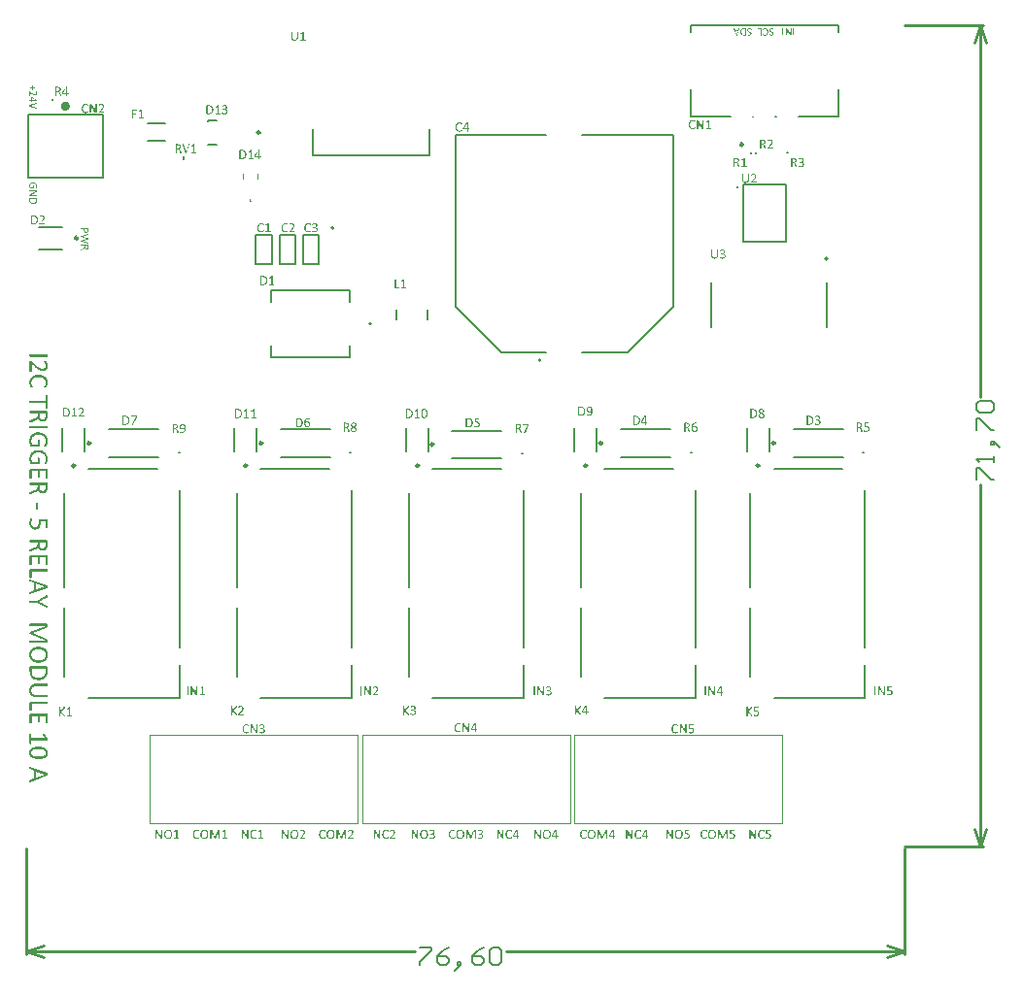
<source format=gto>
G04*
G04 #@! TF.GenerationSoftware,Altium Limited,Altium Designer,20.0.10 (225)*
G04*
G04 Layer_Color=65535*
%FSLAX25Y25*%
%MOIN*%
G70*
G01*
G75*
%ADD10C,0.00984*%
%ADD11C,0.01575*%
%ADD12C,0.00787*%
%ADD13C,0.01000*%
%ADD14C,0.00394*%
%ADD15C,0.00500*%
%ADD16C,0.00591*%
%ADD17C,0.00600*%
G36*
X21406Y211829D02*
X21445Y211819D01*
X21479Y211795D01*
X21484Y211785D01*
X21498Y211766D01*
X21508Y211736D01*
X21513Y211702D01*
Y211092D01*
X21508Y211043D01*
X21503Y210985D01*
Y210970D01*
X21498Y210956D01*
Y210931D01*
X21489Y210877D01*
X21474Y210804D01*
Y210799D01*
X21469Y210785D01*
X21464Y210765D01*
X21454Y210736D01*
X21440Y210707D01*
X21425Y210668D01*
X21386Y210590D01*
X21381Y210585D01*
X21376Y210570D01*
X21362Y210550D01*
X21342Y210526D01*
X21293Y210463D01*
X21230Y210404D01*
X21225Y210399D01*
X21215Y210389D01*
X21196Y210375D01*
X21171Y210360D01*
X21142Y210341D01*
X21103Y210321D01*
X21020Y210287D01*
X21015D01*
X21001Y210282D01*
X20976Y210272D01*
X20942Y210263D01*
X20903Y210258D01*
X20859Y210248D01*
X20757Y210243D01*
X20747D01*
X20722D01*
X20688Y210248D01*
X20640Y210253D01*
X20586Y210258D01*
X20527Y210272D01*
X20464Y210287D01*
X20405Y210311D01*
X20400Y210316D01*
X20381Y210321D01*
X20351Y210336D01*
X20312Y210360D01*
X20274Y210385D01*
X20225Y210414D01*
X20181Y210453D01*
X20137Y210497D01*
X20132Y210502D01*
X20117Y210516D01*
X20098Y210541D01*
X20078Y210575D01*
X20049Y210619D01*
X20020Y210668D01*
X19995Y210726D01*
X19971Y210790D01*
Y210799D01*
X19961Y210819D01*
X19951Y210858D01*
X19942Y210907D01*
X19932Y210965D01*
X19922Y211034D01*
X19917Y211112D01*
X19912Y211200D01*
Y211492D01*
X18980D01*
X18975D01*
X18970D01*
X18946Y211502D01*
X18941Y211507D01*
X18932Y211531D01*
Y211536D01*
X18927Y211546D01*
Y211561D01*
X18922Y211585D01*
Y211605D01*
X18917Y211629D01*
Y211722D01*
X18922Y211751D01*
Y211756D01*
X18927Y211766D01*
X18932Y211800D01*
Y211805D01*
X18936Y211810D01*
X18946Y211829D01*
X18951D01*
X18956D01*
X18980Y211834D01*
X21362D01*
X21367D01*
X21376D01*
X21406Y211829D01*
D02*
G37*
G36*
X21489Y209941D02*
X21503Y209931D01*
X21508Y209926D01*
X21513Y209916D01*
X21518Y209897D01*
X21523Y209872D01*
Y209867D01*
X21528Y209843D01*
Y209701D01*
X21523Y209672D01*
Y209667D01*
X21518Y209653D01*
X21513Y209633D01*
X21508Y209618D01*
Y209614D01*
X21503Y209609D01*
X21498Y209599D01*
X21489Y209594D01*
X21479Y209589D01*
X21454Y209579D01*
X19288Y208999D01*
Y208994D01*
X21450Y208442D01*
X21454D01*
X21459Y208437D01*
X21484Y208428D01*
X21489D01*
X21494Y208418D01*
X21503Y208413D01*
X21508Y208399D01*
Y208394D01*
X21513Y208384D01*
X21518Y208369D01*
X21523Y208345D01*
Y208340D01*
X21528Y208315D01*
Y208184D01*
X21523Y208159D01*
Y208155D01*
X21518Y208140D01*
X21513Y208120D01*
X21508Y208106D01*
Y208101D01*
X21503Y208096D01*
X21498Y208086D01*
X21484Y208076D01*
X21474Y208071D01*
X21450Y208062D01*
X19288Y207466D01*
Y207462D01*
X21450Y206891D01*
X21454D01*
X21459Y206886D01*
X21484Y206881D01*
X21489D01*
X21494Y206876D01*
X21503Y206866D01*
X21508Y206856D01*
Y206852D01*
X21513Y206842D01*
X21518Y206827D01*
X21523Y206803D01*
Y206798D01*
X21528Y206778D01*
Y206676D01*
X21523Y206642D01*
X21518Y206612D01*
Y206608D01*
X21513Y206593D01*
X21508Y206578D01*
X21498Y206564D01*
Y206559D01*
X21489Y206554D01*
X21479Y206549D01*
X21459D01*
X21454D01*
X21440D01*
X21420Y206554D01*
X21391Y206559D01*
X19005Y207242D01*
X19000D01*
X18990Y207247D01*
X18956Y207271D01*
Y207276D01*
X18946Y207281D01*
X18941Y207296D01*
X18932Y207315D01*
Y207320D01*
X18927Y207335D01*
Y207354D01*
X18922Y207383D01*
Y207408D01*
X18917Y207442D01*
Y207554D01*
X18922Y207588D01*
Y207593D01*
X18927Y207613D01*
Y207637D01*
X18932Y207662D01*
Y207666D01*
X18936Y207676D01*
X18956Y207701D01*
X18961D01*
X18970Y207710D01*
X18985Y207715D01*
X19005Y207720D01*
X20957Y208262D01*
Y208267D01*
X19005Y208769D01*
X19000D01*
X18990Y208774D01*
X18956Y208789D01*
Y208794D01*
X18946Y208799D01*
X18932Y208828D01*
Y208833D01*
X18927Y208847D01*
Y208867D01*
X18922Y208896D01*
Y208926D01*
X18917Y208955D01*
Y209077D01*
X18922Y209111D01*
Y209116D01*
X18927Y209135D01*
Y209160D01*
X18932Y209184D01*
Y209189D01*
X18936Y209199D01*
X18956Y209223D01*
X18961D01*
X18970Y209233D01*
X18985Y209238D01*
X19005Y209248D01*
X21391Y209931D01*
X21401D01*
X21415Y209936D01*
X21440Y209941D01*
X21459Y209945D01*
X21464D01*
X21474D01*
X21489Y209941D01*
D02*
G37*
G36*
X21415Y206076D02*
X21450Y206066D01*
X21479Y206041D01*
X21484Y206036D01*
X21498Y206017D01*
X21508Y205988D01*
X21513Y205954D01*
Y205348D01*
X21508Y205300D01*
X21503Y205246D01*
Y205236D01*
X21498Y205207D01*
Y205168D01*
X21494Y205124D01*
Y205119D01*
X21489Y205100D01*
X21484Y205070D01*
X21474Y205036D01*
X21464Y204997D01*
X21450Y204953D01*
X21410Y204860D01*
Y204856D01*
X21401Y204841D01*
X21391Y204821D01*
X21372Y204792D01*
X21328Y204729D01*
X21269Y204665D01*
X21264Y204660D01*
X21254Y204651D01*
X21235Y204636D01*
X21215Y204621D01*
X21186Y204602D01*
X21152Y204582D01*
X21074Y204548D01*
X21069D01*
X21054Y204543D01*
X21030Y204534D01*
X21001Y204529D01*
X20966Y204519D01*
X20922Y204514D01*
X20830Y204509D01*
X20825D01*
X20805D01*
X20781D01*
X20752Y204514D01*
X20674Y204524D01*
X20595Y204548D01*
X20591D01*
X20576Y204553D01*
X20557Y204563D01*
X20532Y204573D01*
X20473Y204607D01*
X20410Y204651D01*
X20405Y204656D01*
X20395Y204660D01*
X20381Y204675D01*
X20366Y204695D01*
X20317Y204743D01*
X20274Y204807D01*
Y204812D01*
X20264Y204821D01*
X20254Y204841D01*
X20239Y204865D01*
X20225Y204900D01*
X20210Y204934D01*
X20176Y205012D01*
Y205007D01*
X20171Y205002D01*
X20156Y204973D01*
X20137Y204939D01*
X20108Y204900D01*
Y204895D01*
X20098Y204890D01*
X20078Y204865D01*
X20044Y204836D01*
X20005Y204802D01*
X20000D01*
X19995Y204792D01*
X19966Y204773D01*
X19922Y204743D01*
X19868Y204714D01*
X19863D01*
X19854Y204709D01*
X19839Y204699D01*
X19820Y204690D01*
X19761Y204665D01*
X19693Y204636D01*
X19122Y204402D01*
X19117D01*
X19112Y204397D01*
X19083Y204387D01*
X19053Y204373D01*
X19024Y204368D01*
X19019D01*
X19010Y204363D01*
X18995Y204358D01*
X18980D01*
X18975D01*
X18970D01*
X18946Y204368D01*
X18941Y204373D01*
X18936Y204377D01*
X18932Y204392D01*
Y204397D01*
X18927Y204407D01*
Y204426D01*
X18922Y204450D01*
Y204475D01*
X18917Y204504D01*
Y204597D01*
X18922Y204626D01*
Y204631D01*
X18927Y204646D01*
Y204665D01*
X18932Y204680D01*
Y204685D01*
X18936Y204690D01*
X18956Y204714D01*
X18961D01*
X18966Y204719D01*
X18995Y204729D01*
X19605Y204968D01*
X19610D01*
X19624Y204978D01*
X19644Y204982D01*
X19668Y204997D01*
X19727Y205022D01*
X19795Y205056D01*
X19800D01*
X19810Y205065D01*
X19825Y205075D01*
X19849Y205085D01*
X19893Y205119D01*
X19942Y205163D01*
X19947Y205168D01*
X19951Y205173D01*
X19966Y205187D01*
X19976Y205207D01*
X20010Y205251D01*
X20039Y205309D01*
Y205314D01*
X20044Y205324D01*
X20054Y205344D01*
X20059Y205363D01*
X20068Y205392D01*
X20073Y205427D01*
X20078Y205509D01*
Y205739D01*
X18980D01*
X18975D01*
X18970D01*
X18946Y205749D01*
X18941Y205753D01*
X18932Y205778D01*
Y205783D01*
X18927Y205792D01*
Y205807D01*
X18922Y205832D01*
Y205851D01*
X18917Y205875D01*
Y205968D01*
X18922Y205997D01*
Y206002D01*
X18927Y206012D01*
X18932Y206046D01*
Y206051D01*
X18936Y206056D01*
X18946Y206076D01*
X18951D01*
X18956D01*
X18980Y206081D01*
X21372D01*
X21376D01*
X21386D01*
X21415Y206076D01*
D02*
G37*
G36*
X252614Y5322D02*
X252694Y5316D01*
X252786Y5299D01*
X252792D01*
X252810Y5293D01*
X252833Y5287D01*
X252861Y5281D01*
X252936Y5264D01*
X253017Y5235D01*
X253023D01*
X253034Y5230D01*
X253057Y5224D01*
X253080Y5212D01*
X253144Y5184D01*
X253207Y5149D01*
X253213D01*
X253218Y5143D01*
X253253Y5120D01*
X253293Y5097D01*
X253322Y5074D01*
X253328Y5068D01*
X253339Y5057D01*
X253357Y5045D01*
X253362Y5028D01*
X253368Y5017D01*
X253380Y4988D01*
Y4982D01*
X253385Y4970D01*
Y4953D01*
X253391Y4930D01*
Y4924D01*
X253397Y4913D01*
Y4890D01*
Y4861D01*
Y4855D01*
Y4832D01*
Y4809D01*
X253391Y4780D01*
Y4775D01*
X253385Y4763D01*
X253374Y4723D01*
Y4717D01*
X253368Y4711D01*
X253351Y4688D01*
X253345D01*
X253322Y4682D01*
X253316D01*
X253299Y4688D01*
X253270Y4700D01*
X253230Y4723D01*
X253218Y4729D01*
X253190Y4752D01*
X253138Y4786D01*
X253074Y4826D01*
X253069D01*
X253057Y4838D01*
X253040Y4849D01*
X253011Y4861D01*
X252976Y4878D01*
X252942Y4896D01*
X252850Y4930D01*
X252844D01*
X252827Y4936D01*
X252798Y4947D01*
X252758Y4953D01*
X252712Y4965D01*
X252660Y4970D01*
X252596Y4976D01*
X252493D01*
X252452Y4970D01*
X252406Y4965D01*
X252349Y4953D01*
X252285Y4942D01*
X252222Y4919D01*
X252159Y4890D01*
X252153Y4884D01*
X252130Y4873D01*
X252101Y4855D01*
X252061Y4832D01*
X252015Y4798D01*
X251969Y4752D01*
X251917Y4705D01*
X251871Y4648D01*
X251865Y4642D01*
X251853Y4619D01*
X251830Y4584D01*
X251807Y4544D01*
X251778Y4487D01*
X251750Y4417D01*
X251721Y4343D01*
X251692Y4262D01*
Y4250D01*
X251680Y4222D01*
X251675Y4175D01*
X251663Y4112D01*
X251652Y4037D01*
X251640Y3951D01*
X251634Y3853D01*
X251629Y3743D01*
Y3738D01*
Y3732D01*
Y3715D01*
Y3692D01*
X251634Y3640D01*
Y3571D01*
X251640Y3490D01*
X251652Y3404D01*
X251669Y3311D01*
X251686Y3225D01*
X251692Y3214D01*
X251698Y3191D01*
X251715Y3145D01*
X251732Y3093D01*
X251755Y3035D01*
X251790Y2972D01*
X251824Y2908D01*
X251865Y2851D01*
X251871Y2845D01*
X251888Y2828D01*
X251911Y2799D01*
X251945Y2764D01*
X251986Y2730D01*
X252038Y2695D01*
X252095Y2655D01*
X252153Y2626D01*
X252159Y2620D01*
X252182Y2615D01*
X252216Y2603D01*
X252268Y2592D01*
X252326Y2574D01*
X252389Y2563D01*
X252464Y2557D01*
X252539Y2551D01*
X252602D01*
X252648Y2557D01*
X252700Y2563D01*
X252752Y2568D01*
X252855Y2592D01*
X252861D01*
X252879Y2597D01*
X252902Y2609D01*
X252936Y2620D01*
X253011Y2655D01*
X253086Y2689D01*
X253092D01*
X253103Y2701D01*
X253120Y2712D01*
X253144Y2724D01*
X253195Y2759D01*
X253247Y2793D01*
X253253D01*
X253259Y2799D01*
X253282Y2816D01*
X253316Y2833D01*
X253345Y2839D01*
X253357D01*
X253374Y2828D01*
X253380Y2822D01*
X253385Y2816D01*
X253391Y2799D01*
Y2793D01*
X253397Y2787D01*
Y2770D01*
X253403Y2747D01*
Y2741D01*
X253409Y2724D01*
Y2695D01*
Y2655D01*
Y2649D01*
Y2632D01*
X253403Y2592D01*
Y2586D01*
Y2574D01*
X253397Y2540D01*
Y2534D01*
X253391Y2528D01*
X253380Y2499D01*
X253374Y2488D01*
X253362Y2476D01*
X253345Y2459D01*
X253339Y2453D01*
X253322Y2442D01*
X253293Y2419D01*
X253247Y2390D01*
X253241D01*
X253236Y2384D01*
X253218Y2373D01*
X253195Y2361D01*
X253138Y2332D01*
X253057Y2298D01*
X253051D01*
X253040Y2292D01*
X253017Y2280D01*
X252982Y2269D01*
X252948Y2257D01*
X252902Y2246D01*
X252804Y2223D01*
X252798D01*
X252781Y2217D01*
X252752Y2211D01*
X252712D01*
X252665Y2206D01*
X252608Y2200D01*
X252487Y2194D01*
X252435D01*
X252378Y2200D01*
X252308Y2206D01*
X252222Y2217D01*
X252130Y2234D01*
X252038Y2257D01*
X251945Y2292D01*
X251934Y2298D01*
X251905Y2309D01*
X251865Y2332D01*
X251807Y2367D01*
X251744Y2407D01*
X251675Y2453D01*
X251606Y2511D01*
X251542Y2580D01*
X251536Y2592D01*
X251514Y2615D01*
X251485Y2655D01*
X251450Y2712D01*
X251404Y2782D01*
X251364Y2862D01*
X251323Y2954D01*
X251283Y3058D01*
Y3064D01*
X251277Y3070D01*
Y3087D01*
X251272Y3110D01*
X251254Y3167D01*
X251243Y3248D01*
X251225Y3346D01*
X251208Y3461D01*
X251202Y3582D01*
X251197Y3720D01*
Y3726D01*
Y3738D01*
Y3755D01*
Y3784D01*
X251202Y3818D01*
Y3859D01*
X251208Y3945D01*
X251220Y4055D01*
X251237Y4164D01*
X251260Y4279D01*
X251289Y4394D01*
Y4400D01*
X251295Y4406D01*
X251300Y4423D01*
X251306Y4446D01*
X251329Y4498D01*
X251358Y4573D01*
X251398Y4648D01*
X251444Y4734D01*
X251502Y4821D01*
X251565Y4901D01*
X251571Y4913D01*
X251600Y4936D01*
X251634Y4970D01*
X251686Y5017D01*
X251744Y5068D01*
X251819Y5120D01*
X251899Y5172D01*
X251986Y5218D01*
X251992D01*
X251997Y5224D01*
X252032Y5235D01*
X252078Y5253D01*
X252147Y5276D01*
X252228Y5293D01*
X252320Y5310D01*
X252424Y5322D01*
X252533Y5328D01*
X252579D01*
X252614Y5322D01*
D02*
G37*
G36*
X250448Y5287D02*
X250454D01*
X250471Y5281D01*
X250494Y5276D01*
X250511Y5270D01*
X250517D01*
X250523Y5264D01*
X250546Y5241D01*
X250552Y5235D01*
X250557Y5212D01*
Y2401D01*
Y2396D01*
Y2373D01*
X250552Y2350D01*
X250540Y2321D01*
X250534Y2315D01*
X250529Y2303D01*
X250494Y2263D01*
X250488D01*
X250477Y2252D01*
X250459Y2246D01*
X250436Y2234D01*
X250419D01*
X250379Y2229D01*
X250206D01*
X250171Y2234D01*
X250131Y2240D01*
X250125D01*
X250102Y2252D01*
X250074Y2263D01*
X250039Y2286D01*
X250033Y2292D01*
X250016Y2309D01*
X249987Y2338D01*
X249958Y2378D01*
Y2384D01*
X249953Y2390D01*
X249929Y2424D01*
X249901Y2471D01*
X249866Y2534D01*
X248927Y4268D01*
X248921Y4273D01*
X248916Y4291D01*
X248904Y4320D01*
X248881Y4354D01*
X248864Y4394D01*
X248835Y4440D01*
X248783Y4544D01*
X248778Y4550D01*
X248772Y4567D01*
X248754Y4602D01*
X248737Y4636D01*
X248714Y4682D01*
X248691Y4729D01*
X248645Y4832D01*
X248639D01*
Y4826D01*
Y4803D01*
Y4769D01*
X248645Y4729D01*
Y4677D01*
Y4613D01*
Y4487D01*
Y4481D01*
Y4458D01*
Y4423D01*
X248651Y4377D01*
Y4325D01*
Y4268D01*
Y4135D01*
Y2298D01*
Y2286D01*
X248639Y2263D01*
X248634Y2252D01*
X248605Y2240D01*
X248599D01*
X248587Y2234D01*
X248570D01*
X248541Y2229D01*
X248518D01*
X248484Y2223D01*
X248380D01*
X248345Y2229D01*
X248340D01*
X248328Y2234D01*
X248288Y2240D01*
X248282D01*
X248276Y2246D01*
X248253Y2263D01*
Y2269D01*
Y2275D01*
X248248Y2298D01*
Y5109D01*
Y5114D01*
Y5126D01*
X248253Y5161D01*
X248271Y5207D01*
X248299Y5247D01*
X248311Y5253D01*
X248334Y5270D01*
X248369Y5281D01*
X248415Y5287D01*
X248657D01*
X248691Y5281D01*
X248731Y5270D01*
X248737D01*
X248760Y5258D01*
X248783Y5247D01*
X248812Y5230D01*
X248818Y5224D01*
X248835Y5212D01*
X248858Y5189D01*
X248887Y5155D01*
X248893Y5149D01*
X248910Y5126D01*
X248933Y5086D01*
X248962Y5040D01*
X249682Y3697D01*
X249688Y3692D01*
X249693Y3674D01*
X249705Y3651D01*
X249722Y3623D01*
X249762Y3542D01*
X249809Y3455D01*
X249814Y3450D01*
X249820Y3438D01*
X249832Y3415D01*
X249849Y3386D01*
X249889Y3311D01*
X249929Y3225D01*
Y3219D01*
X249941Y3208D01*
X249953Y3185D01*
X249964Y3156D01*
X250004Y3087D01*
X250045Y3006D01*
Y3001D01*
X250056Y2989D01*
X250068Y2966D01*
X250079Y2937D01*
X250114Y2868D01*
X250154Y2787D01*
X250160D01*
Y2793D01*
Y2822D01*
Y2857D01*
Y2903D01*
X250154Y2960D01*
Y3029D01*
Y3173D01*
Y3185D01*
Y3208D01*
Y3248D01*
Y3300D01*
Y3358D01*
Y3421D01*
Y3559D01*
Y5212D01*
Y5218D01*
Y5224D01*
X250160Y5241D01*
Y5247D01*
X250171Y5253D01*
X250194Y5270D01*
X250200D01*
X250212Y5276D01*
X250229Y5281D01*
X250252Y5287D01*
X250258D01*
X250281Y5293D01*
X250419D01*
X250448Y5287D01*
D02*
G37*
G36*
X255459Y5276D02*
X255465D01*
X255471Y5270D01*
X255488Y5241D01*
Y5235D01*
X255494Y5230D01*
X255499Y5212D01*
X255505Y5189D01*
Y5184D01*
X255511Y5166D01*
X255517Y5143D01*
Y5109D01*
Y5103D01*
Y5097D01*
Y5063D01*
X255505Y5022D01*
X255494Y4982D01*
X255488Y4976D01*
X255476Y4959D01*
X255459Y4942D01*
X255430Y4936D01*
X254336D01*
Y4078D01*
X254347D01*
X254382Y4083D01*
X254434Y4089D01*
X254526D01*
X254549Y4095D01*
X254728D01*
X254779Y4089D01*
X254837D01*
X254906Y4078D01*
X254981Y4066D01*
X255056Y4055D01*
X255131Y4031D01*
X255136D01*
X255165Y4020D01*
X255200Y4003D01*
X255240Y3985D01*
X255292Y3962D01*
X255344Y3928D01*
X255396Y3893D01*
X255448Y3853D01*
X255453Y3847D01*
X255471Y3830D01*
X255494Y3807D01*
X255517Y3772D01*
X255551Y3732D01*
X255580Y3686D01*
X255609Y3628D01*
X255638Y3571D01*
X255643Y3565D01*
X255649Y3542D01*
X255661Y3507D01*
X255672Y3467D01*
X255684Y3415D01*
X255695Y3352D01*
X255707Y3283D01*
Y3214D01*
Y3202D01*
Y3173D01*
X255701Y3127D01*
X255695Y3064D01*
X255684Y3001D01*
X255672Y2926D01*
X255649Y2851D01*
X255620Y2776D01*
X255615Y2770D01*
X255603Y2747D01*
X255586Y2707D01*
X255563Y2666D01*
X255528Y2615D01*
X255488Y2557D01*
X255442Y2505D01*
X255384Y2453D01*
X255378Y2448D01*
X255355Y2430D01*
X255327Y2407D01*
X255286Y2378D01*
X255229Y2344D01*
X255171Y2315D01*
X255102Y2280D01*
X255027Y2252D01*
X255015D01*
X254993Y2240D01*
X254946Y2234D01*
X254889Y2223D01*
X254820Y2211D01*
X254745Y2200D01*
X254653Y2194D01*
X254560Y2188D01*
X254509D01*
X254474Y2194D01*
X254434D01*
X254394Y2200D01*
X254295Y2211D01*
X254290D01*
X254273Y2217D01*
X254250D01*
X254221Y2223D01*
X254146Y2240D01*
X254065Y2257D01*
X254059D01*
X254048Y2263D01*
X254031Y2269D01*
X254008Y2275D01*
X253956Y2292D01*
X253904Y2315D01*
X253892Y2321D01*
X253869Y2332D01*
X253840Y2344D01*
X253823Y2355D01*
Y2361D01*
X253812Y2367D01*
X253794Y2384D01*
Y2390D01*
X253789Y2396D01*
X253783Y2419D01*
Y2424D01*
Y2436D01*
X253777Y2471D01*
Y2476D01*
Y2494D01*
Y2517D01*
Y2545D01*
Y2551D01*
Y2568D01*
Y2615D01*
Y2620D01*
X253783Y2632D01*
Y2649D01*
X253789Y2666D01*
Y2672D01*
X253794Y2678D01*
X253812Y2701D01*
X253818D01*
X253823Y2707D01*
X253840Y2712D01*
X253846D01*
X253858Y2707D01*
X253881Y2701D01*
X253915Y2678D01*
X253927Y2672D01*
X253950Y2661D01*
X253996Y2638D01*
X254048Y2615D01*
X254054D01*
X254065Y2609D01*
X254082Y2603D01*
X254105Y2592D01*
X254175Y2574D01*
X254255Y2551D01*
X254261D01*
X254278Y2545D01*
X254307Y2540D01*
X254342D01*
X254382Y2534D01*
X254434Y2528D01*
X254491Y2522D01*
X254607D01*
X254647Y2528D01*
X254693D01*
X254739Y2540D01*
X254843Y2557D01*
X254849D01*
X254866Y2563D01*
X254889Y2574D01*
X254923Y2586D01*
X254993Y2626D01*
X255067Y2678D01*
X255073Y2684D01*
X255085Y2695D01*
X255102Y2712D01*
X255125Y2736D01*
X255171Y2799D01*
X255217Y2880D01*
Y2885D01*
X255229Y2903D01*
X255234Y2926D01*
X255246Y2960D01*
X255258Y3006D01*
X255263Y3052D01*
X255275Y3110D01*
Y3173D01*
Y3179D01*
Y3196D01*
Y3225D01*
X255269Y3260D01*
X255258Y3346D01*
X255229Y3432D01*
Y3438D01*
X255223Y3450D01*
X255211Y3473D01*
X255194Y3502D01*
X255148Y3559D01*
X255085Y3623D01*
X255079Y3628D01*
X255067Y3634D01*
X255044Y3646D01*
X255015Y3663D01*
X254981Y3680D01*
X254941Y3703D01*
X254843Y3732D01*
X254837D01*
X254820Y3738D01*
X254785Y3743D01*
X254745Y3755D01*
X254693Y3761D01*
X254635Y3767D01*
X254566Y3772D01*
X254405D01*
X254324Y3767D01*
X254244Y3755D01*
X254226D01*
X254209Y3749D01*
X254180D01*
X254123Y3743D01*
X254042D01*
X254013Y3749D01*
X253984Y3755D01*
X253956Y3772D01*
X253950Y3778D01*
X253944Y3795D01*
X253938Y3836D01*
X253933Y3887D01*
Y5132D01*
Y5137D01*
Y5143D01*
X253938Y5172D01*
X253950Y5212D01*
X253967Y5247D01*
X253973Y5253D01*
X253996Y5270D01*
X254025Y5281D01*
X254071Y5287D01*
X255436D01*
X255459Y5276D01*
D02*
G37*
G36*
X221905Y5287D02*
X221910D01*
X221928Y5281D01*
X221951Y5276D01*
X221968Y5270D01*
X221974D01*
X221979Y5264D01*
X222003Y5241D01*
X222008Y5235D01*
X222014Y5212D01*
Y2401D01*
Y2396D01*
Y2373D01*
X222008Y2350D01*
X221997Y2321D01*
X221991Y2315D01*
X221985Y2303D01*
X221951Y2263D01*
X221945D01*
X221933Y2252D01*
X221916Y2246D01*
X221893Y2234D01*
X221876D01*
X221835Y2229D01*
X221663D01*
X221628Y2234D01*
X221588Y2240D01*
X221582D01*
X221559Y2252D01*
X221530Y2263D01*
X221496Y2286D01*
X221490Y2292D01*
X221473Y2309D01*
X221444Y2338D01*
X221415Y2378D01*
Y2384D01*
X221409Y2390D01*
X221386Y2424D01*
X221357Y2471D01*
X221323Y2534D01*
X220384Y4268D01*
X220378Y4273D01*
X220372Y4291D01*
X220361Y4320D01*
X220338Y4354D01*
X220321Y4394D01*
X220292Y4440D01*
X220240Y4544D01*
X220234Y4550D01*
X220228Y4567D01*
X220211Y4602D01*
X220194Y4636D01*
X220171Y4682D01*
X220148Y4729D01*
X220102Y4832D01*
X220096D01*
Y4826D01*
Y4803D01*
Y4769D01*
X220102Y4729D01*
Y4677D01*
Y4613D01*
Y4487D01*
Y4481D01*
Y4458D01*
Y4423D01*
X220107Y4377D01*
Y4325D01*
Y4268D01*
Y4135D01*
Y2298D01*
Y2286D01*
X220096Y2263D01*
X220090Y2252D01*
X220061Y2240D01*
X220056D01*
X220044Y2234D01*
X220027D01*
X219998Y2229D01*
X219975D01*
X219940Y2223D01*
X219837D01*
X219802Y2229D01*
X219796D01*
X219785Y2234D01*
X219744Y2240D01*
X219739D01*
X219733Y2246D01*
X219710Y2263D01*
Y2269D01*
Y2275D01*
X219704Y2298D01*
Y5109D01*
Y5114D01*
Y5126D01*
X219710Y5161D01*
X219727Y5207D01*
X219756Y5247D01*
X219768Y5253D01*
X219791Y5270D01*
X219825Y5281D01*
X219871Y5287D01*
X220113D01*
X220148Y5281D01*
X220188Y5270D01*
X220194D01*
X220217Y5258D01*
X220240Y5247D01*
X220269Y5230D01*
X220274Y5224D01*
X220292Y5212D01*
X220315Y5189D01*
X220344Y5155D01*
X220349Y5149D01*
X220367Y5126D01*
X220390Y5086D01*
X220419Y5040D01*
X221139Y3697D01*
X221144Y3692D01*
X221150Y3674D01*
X221162Y3651D01*
X221179Y3623D01*
X221219Y3542D01*
X221265Y3455D01*
X221271Y3450D01*
X221277Y3438D01*
X221288Y3415D01*
X221305Y3386D01*
X221346Y3311D01*
X221386Y3225D01*
Y3219D01*
X221398Y3208D01*
X221409Y3185D01*
X221421Y3156D01*
X221461Y3087D01*
X221501Y3006D01*
Y3001D01*
X221513Y2989D01*
X221524Y2966D01*
X221536Y2937D01*
X221570Y2868D01*
X221611Y2787D01*
X221617D01*
Y2793D01*
Y2822D01*
Y2857D01*
Y2903D01*
X221611Y2960D01*
Y3029D01*
Y3173D01*
Y3185D01*
Y3208D01*
Y3248D01*
Y3300D01*
Y3358D01*
Y3421D01*
Y3559D01*
Y5212D01*
Y5218D01*
Y5224D01*
X221617Y5241D01*
Y5247D01*
X221628Y5253D01*
X221651Y5270D01*
X221657D01*
X221668Y5276D01*
X221686Y5281D01*
X221709Y5287D01*
X221714D01*
X221738Y5293D01*
X221876D01*
X221905Y5287D01*
D02*
G37*
G36*
X227544Y5276D02*
X227549D01*
X227555Y5270D01*
X227572Y5241D01*
Y5235D01*
X227578Y5230D01*
X227584Y5212D01*
X227590Y5189D01*
Y5184D01*
X227595Y5166D01*
X227601Y5143D01*
Y5109D01*
Y5103D01*
Y5097D01*
Y5063D01*
X227590Y5022D01*
X227578Y4982D01*
X227572Y4976D01*
X227561Y4959D01*
X227544Y4942D01*
X227515Y4936D01*
X226420D01*
Y4078D01*
X226432D01*
X226466Y4083D01*
X226518Y4089D01*
X226610D01*
X226634Y4095D01*
X226812D01*
X226864Y4089D01*
X226922D01*
X226991Y4078D01*
X227065Y4066D01*
X227140Y4055D01*
X227215Y4031D01*
X227221D01*
X227250Y4020D01*
X227284Y4003D01*
X227325Y3985D01*
X227377Y3962D01*
X227428Y3928D01*
X227480Y3893D01*
X227532Y3853D01*
X227538Y3847D01*
X227555Y3830D01*
X227578Y3807D01*
X227601Y3772D01*
X227636Y3732D01*
X227665Y3686D01*
X227693Y3628D01*
X227722Y3571D01*
X227728Y3565D01*
X227734Y3542D01*
X227745Y3507D01*
X227757Y3467D01*
X227768Y3415D01*
X227780Y3352D01*
X227791Y3283D01*
Y3214D01*
Y3202D01*
Y3173D01*
X227785Y3127D01*
X227780Y3064D01*
X227768Y3001D01*
X227757Y2926D01*
X227734Y2851D01*
X227705Y2776D01*
X227699Y2770D01*
X227688Y2747D01*
X227670Y2707D01*
X227647Y2666D01*
X227613Y2615D01*
X227572Y2557D01*
X227526Y2505D01*
X227469Y2453D01*
X227463Y2448D01*
X227440Y2430D01*
X227411Y2407D01*
X227371Y2378D01*
X227313Y2344D01*
X227256Y2315D01*
X227186Y2280D01*
X227112Y2252D01*
X227100D01*
X227077Y2240D01*
X227031Y2234D01*
X226973Y2223D01*
X226904Y2211D01*
X226829Y2200D01*
X226737Y2194D01*
X226645Y2188D01*
X226593D01*
X226559Y2194D01*
X226518D01*
X226478Y2200D01*
X226380Y2211D01*
X226374D01*
X226357Y2217D01*
X226334D01*
X226305Y2223D01*
X226230Y2240D01*
X226150Y2257D01*
X226144D01*
X226132Y2263D01*
X226115Y2269D01*
X226092Y2275D01*
X226040Y2292D01*
X225988Y2315D01*
X225977Y2321D01*
X225954Y2332D01*
X225925Y2344D01*
X225908Y2355D01*
Y2361D01*
X225896Y2367D01*
X225879Y2384D01*
Y2390D01*
X225873Y2396D01*
X225867Y2419D01*
Y2424D01*
Y2436D01*
X225862Y2471D01*
Y2476D01*
Y2494D01*
Y2517D01*
Y2545D01*
Y2551D01*
Y2568D01*
Y2615D01*
Y2620D01*
X225867Y2632D01*
Y2649D01*
X225873Y2666D01*
Y2672D01*
X225879Y2678D01*
X225896Y2701D01*
X225902D01*
X225908Y2707D01*
X225925Y2712D01*
X225931D01*
X225942Y2707D01*
X225965Y2701D01*
X226000Y2678D01*
X226011Y2672D01*
X226034Y2661D01*
X226080Y2638D01*
X226132Y2615D01*
X226138D01*
X226150Y2609D01*
X226167Y2603D01*
X226190Y2592D01*
X226259Y2574D01*
X226340Y2551D01*
X226345D01*
X226363Y2545D01*
X226392Y2540D01*
X226426D01*
X226466Y2534D01*
X226518Y2528D01*
X226576Y2522D01*
X226691D01*
X226731Y2528D01*
X226778D01*
X226824Y2540D01*
X226927Y2557D01*
X226933D01*
X226950Y2563D01*
X226973Y2574D01*
X227008Y2586D01*
X227077Y2626D01*
X227152Y2678D01*
X227158Y2684D01*
X227169Y2695D01*
X227186Y2712D01*
X227209Y2736D01*
X227256Y2799D01*
X227302Y2880D01*
Y2885D01*
X227313Y2903D01*
X227319Y2926D01*
X227330Y2960D01*
X227342Y3006D01*
X227348Y3052D01*
X227359Y3110D01*
Y3173D01*
Y3179D01*
Y3196D01*
Y3225D01*
X227354Y3260D01*
X227342Y3346D01*
X227313Y3432D01*
Y3438D01*
X227307Y3450D01*
X227296Y3473D01*
X227279Y3502D01*
X227233Y3559D01*
X227169Y3623D01*
X227163Y3628D01*
X227152Y3634D01*
X227129Y3646D01*
X227100Y3663D01*
X227065Y3680D01*
X227025Y3703D01*
X226927Y3732D01*
X226922D01*
X226904Y3738D01*
X226870Y3743D01*
X226829Y3755D01*
X226778Y3761D01*
X226720Y3767D01*
X226651Y3772D01*
X226489D01*
X226409Y3767D01*
X226328Y3755D01*
X226311D01*
X226294Y3749D01*
X226265D01*
X226207Y3743D01*
X226127D01*
X226098Y3749D01*
X226069Y3755D01*
X226040Y3772D01*
X226034Y3778D01*
X226029Y3795D01*
X226023Y3836D01*
X226017Y3887D01*
Y5132D01*
Y5137D01*
Y5143D01*
X226023Y5172D01*
X226034Y5212D01*
X226052Y5247D01*
X226058Y5253D01*
X226080Y5270D01*
X226109Y5281D01*
X226155Y5287D01*
X227521D01*
X227544Y5276D01*
D02*
G37*
G36*
X224174Y5328D02*
X224255Y5322D01*
X224347Y5310D01*
X224445Y5287D01*
X224543Y5264D01*
X224640Y5230D01*
X224646D01*
X224652Y5224D01*
X224681Y5212D01*
X224727Y5189D01*
X224784Y5155D01*
X224854Y5109D01*
X224923Y5063D01*
X224992Y4999D01*
X225055Y4930D01*
X225061Y4924D01*
X225084Y4896D01*
X225113Y4855D01*
X225147Y4798D01*
X225188Y4729D01*
X225228Y4648D01*
X225268Y4556D01*
X225303Y4452D01*
Y4446D01*
X225309Y4440D01*
Y4423D01*
X225314Y4400D01*
X225332Y4343D01*
X225349Y4262D01*
X225361Y4164D01*
X225378Y4055D01*
X225384Y3928D01*
X225389Y3795D01*
Y3790D01*
Y3778D01*
Y3761D01*
Y3732D01*
Y3697D01*
X225384Y3663D01*
X225378Y3571D01*
X225366Y3467D01*
X225349Y3352D01*
X225326Y3237D01*
X225297Y3121D01*
Y3116D01*
X225291Y3110D01*
X225286Y3093D01*
X225280Y3070D01*
X225263Y3018D01*
X225234Y2949D01*
X225194Y2868D01*
X225153Y2782D01*
X225101Y2695D01*
X225038Y2615D01*
X225032Y2603D01*
X225009Y2580D01*
X224969Y2545D01*
X224917Y2499D01*
X224854Y2448D01*
X224779Y2396D01*
X224698Y2344D01*
X224600Y2298D01*
X224589Y2292D01*
X224554Y2280D01*
X224502Y2263D01*
X224427Y2246D01*
X224335Y2223D01*
X224232Y2206D01*
X224116Y2194D01*
X223990Y2188D01*
X223932D01*
X223869Y2194D01*
X223788Y2200D01*
X223696Y2211D01*
X223598Y2229D01*
X223494Y2252D01*
X223396Y2286D01*
X223385Y2292D01*
X223356Y2303D01*
X223310Y2332D01*
X223247Y2361D01*
X223183Y2407D01*
X223114Y2459D01*
X223039Y2517D01*
X222976Y2586D01*
X222970Y2597D01*
X222947Y2620D01*
X222918Y2661D01*
X222884Y2718D01*
X222843Y2787D01*
X222809Y2874D01*
X222769Y2966D01*
X222734Y3070D01*
Y3075D01*
X222728Y3081D01*
Y3098D01*
X222723Y3121D01*
X222711Y3185D01*
X222699Y3265D01*
X222682Y3363D01*
X222671Y3479D01*
X222665Y3605D01*
X222659Y3743D01*
Y3749D01*
Y3761D01*
Y3778D01*
Y3807D01*
Y3836D01*
X222665Y3870D01*
X222671Y3957D01*
X222682Y4060D01*
X222694Y4170D01*
X222717Y4285D01*
X222745Y4394D01*
Y4400D01*
X222751Y4406D01*
X222757Y4423D01*
X222763Y4446D01*
X222780Y4498D01*
X222809Y4573D01*
X222849Y4648D01*
X222889Y4734D01*
X222941Y4821D01*
X223005Y4901D01*
X223010Y4913D01*
X223033Y4936D01*
X223074Y4970D01*
X223126Y5017D01*
X223189Y5068D01*
X223258Y5120D01*
X223344Y5172D01*
X223437Y5218D01*
X223443D01*
X223448Y5224D01*
X223483Y5235D01*
X223540Y5253D01*
X223615Y5276D01*
X223702Y5299D01*
X223811Y5316D01*
X223926Y5328D01*
X224053Y5333D01*
X224111D01*
X224174Y5328D01*
D02*
G37*
G36*
X232932Y5322D02*
X233013Y5316D01*
X233105Y5299D01*
X233111D01*
X233128Y5293D01*
X233151Y5287D01*
X233180Y5281D01*
X233255Y5264D01*
X233335Y5235D01*
X233341D01*
X233353Y5230D01*
X233376Y5224D01*
X233399Y5212D01*
X233462Y5184D01*
X233525Y5149D01*
X233531D01*
X233537Y5143D01*
X233572Y5120D01*
X233612Y5097D01*
X233641Y5074D01*
X233646Y5068D01*
X233658Y5057D01*
X233675Y5045D01*
X233681Y5028D01*
X233687Y5017D01*
X233698Y4988D01*
Y4982D01*
X233704Y4970D01*
Y4953D01*
X233710Y4930D01*
Y4924D01*
X233716Y4913D01*
Y4890D01*
Y4861D01*
Y4855D01*
Y4832D01*
Y4809D01*
X233710Y4780D01*
Y4775D01*
X233704Y4763D01*
X233693Y4723D01*
Y4717D01*
X233687Y4711D01*
X233669Y4688D01*
X233664D01*
X233641Y4682D01*
X233635D01*
X233618Y4688D01*
X233589Y4700D01*
X233548Y4723D01*
X233537Y4729D01*
X233508Y4752D01*
X233456Y4786D01*
X233393Y4826D01*
X233387D01*
X233376Y4838D01*
X233358Y4849D01*
X233330Y4861D01*
X233295Y4878D01*
X233260Y4896D01*
X233168Y4930D01*
X233163D01*
X233145Y4936D01*
X233117Y4947D01*
X233076Y4953D01*
X233030Y4965D01*
X232978Y4970D01*
X232915Y4976D01*
X232811D01*
X232771Y4970D01*
X232725Y4965D01*
X232667Y4953D01*
X232604Y4942D01*
X232540Y4919D01*
X232477Y4890D01*
X232471Y4884D01*
X232448Y4873D01*
X232420Y4855D01*
X232379Y4832D01*
X232333Y4798D01*
X232287Y4752D01*
X232235Y4705D01*
X232189Y4648D01*
X232183Y4642D01*
X232172Y4619D01*
X232149Y4584D01*
X232126Y4544D01*
X232097Y4487D01*
X232068Y4417D01*
X232039Y4343D01*
X232011Y4262D01*
Y4250D01*
X231999Y4222D01*
X231993Y4175D01*
X231982Y4112D01*
X231970Y4037D01*
X231959Y3951D01*
X231953Y3853D01*
X231947Y3743D01*
Y3738D01*
Y3732D01*
Y3715D01*
Y3692D01*
X231953Y3640D01*
Y3571D01*
X231959Y3490D01*
X231970Y3404D01*
X231988Y3311D01*
X232005Y3225D01*
X232011Y3214D01*
X232016Y3191D01*
X232034Y3145D01*
X232051Y3093D01*
X232074Y3035D01*
X232108Y2972D01*
X232143Y2908D01*
X232183Y2851D01*
X232189Y2845D01*
X232206Y2828D01*
X232229Y2799D01*
X232264Y2764D01*
X232304Y2730D01*
X232356Y2695D01*
X232414Y2655D01*
X232471Y2626D01*
X232477Y2620D01*
X232500Y2615D01*
X232535Y2603D01*
X232587Y2592D01*
X232644Y2574D01*
X232708Y2563D01*
X232783Y2557D01*
X232857Y2551D01*
X232921D01*
X232967Y2557D01*
X233019Y2563D01*
X233070Y2568D01*
X233174Y2592D01*
X233180D01*
X233197Y2597D01*
X233220Y2609D01*
X233255Y2620D01*
X233330Y2655D01*
X233404Y2689D01*
X233410D01*
X233422Y2701D01*
X233439Y2712D01*
X233462Y2724D01*
X233514Y2759D01*
X233566Y2793D01*
X233572D01*
X233577Y2799D01*
X233600Y2816D01*
X233635Y2833D01*
X233664Y2839D01*
X233675D01*
X233693Y2828D01*
X233698Y2822D01*
X233704Y2816D01*
X233710Y2799D01*
Y2793D01*
X233716Y2787D01*
Y2770D01*
X233721Y2747D01*
Y2741D01*
X233727Y2724D01*
Y2695D01*
Y2655D01*
Y2649D01*
Y2632D01*
X233721Y2592D01*
Y2586D01*
Y2574D01*
X233716Y2540D01*
Y2534D01*
X233710Y2528D01*
X233698Y2499D01*
X233693Y2488D01*
X233681Y2476D01*
X233664Y2459D01*
X233658Y2453D01*
X233641Y2442D01*
X233612Y2419D01*
X233566Y2390D01*
X233560D01*
X233554Y2384D01*
X233537Y2373D01*
X233514Y2361D01*
X233456Y2332D01*
X233376Y2298D01*
X233370D01*
X233358Y2292D01*
X233335Y2280D01*
X233301Y2269D01*
X233266Y2257D01*
X233220Y2246D01*
X233122Y2223D01*
X233117D01*
X233099Y2217D01*
X233070Y2211D01*
X233030D01*
X232984Y2206D01*
X232927Y2200D01*
X232805Y2194D01*
X232754D01*
X232696Y2200D01*
X232627Y2206D01*
X232540Y2217D01*
X232448Y2234D01*
X232356Y2257D01*
X232264Y2292D01*
X232253Y2298D01*
X232224Y2309D01*
X232183Y2332D01*
X232126Y2367D01*
X232062Y2407D01*
X231993Y2453D01*
X231924Y2511D01*
X231861Y2580D01*
X231855Y2592D01*
X231832Y2615D01*
X231803Y2655D01*
X231769Y2712D01*
X231723Y2782D01*
X231682Y2862D01*
X231642Y2954D01*
X231602Y3058D01*
Y3064D01*
X231596Y3070D01*
Y3087D01*
X231590Y3110D01*
X231573Y3167D01*
X231561Y3248D01*
X231544Y3346D01*
X231527Y3461D01*
X231521Y3582D01*
X231515Y3720D01*
Y3726D01*
Y3738D01*
Y3755D01*
Y3784D01*
X231521Y3818D01*
Y3859D01*
X231527Y3945D01*
X231538Y4055D01*
X231556Y4164D01*
X231579Y4279D01*
X231607Y4394D01*
Y4400D01*
X231613Y4406D01*
X231619Y4423D01*
X231625Y4446D01*
X231648Y4498D01*
X231677Y4573D01*
X231717Y4648D01*
X231763Y4734D01*
X231821Y4821D01*
X231884Y4901D01*
X231890Y4913D01*
X231918Y4936D01*
X231953Y4970D01*
X232005Y5017D01*
X232062Y5068D01*
X232137Y5120D01*
X232218Y5172D01*
X232304Y5218D01*
X232310D01*
X232316Y5224D01*
X232350Y5235D01*
X232397Y5253D01*
X232466Y5276D01*
X232546Y5293D01*
X232639Y5310D01*
X232742Y5322D01*
X232852Y5328D01*
X232898D01*
X232932Y5322D01*
D02*
G37*
G36*
X240651Y5281D02*
X240674Y5276D01*
X240679D01*
X240697Y5270D01*
X240731Y5241D01*
X240737Y5235D01*
X240743Y5224D01*
X240754Y5207D01*
X240766Y5184D01*
X240772Y5178D01*
X240777Y5161D01*
X240783Y5137D01*
Y5103D01*
Y2298D01*
Y2292D01*
Y2286D01*
X240772Y2257D01*
X240766Y2252D01*
X240737Y2240D01*
X240731D01*
X240720Y2234D01*
X240702D01*
X240674Y2229D01*
X240651D01*
X240616Y2223D01*
X240512D01*
X240484Y2229D01*
X240478D01*
X240460Y2234D01*
X240438D01*
X240420Y2240D01*
X240414D01*
X240409Y2246D01*
X240386Y2257D01*
Y2263D01*
Y2269D01*
X240380Y2298D01*
Y4953D01*
X240374D01*
X239291Y2286D01*
X239285Y2275D01*
X239274Y2257D01*
X239262Y2252D01*
X239251Y2246D01*
X239234Y2240D01*
X239228D01*
X239216Y2234D01*
X239199D01*
X239176Y2229D01*
X239153D01*
X239130Y2223D01*
X239038D01*
X239009Y2229D01*
X239003D01*
X238992Y2234D01*
X238951Y2240D01*
X238946D01*
X238940Y2246D01*
X238911Y2257D01*
X238905Y2263D01*
X238900Y2286D01*
X237868Y4953D01*
Y2298D01*
Y2292D01*
Y2286D01*
X237857Y2257D01*
X237851Y2252D01*
X237822Y2240D01*
X237817D01*
X237805Y2234D01*
X237788D01*
X237759Y2229D01*
X237730D01*
X237702Y2223D01*
X237598D01*
X237563Y2229D01*
X237558D01*
X237540Y2234D01*
X237517D01*
X237500Y2240D01*
X237494D01*
X237488Y2246D01*
X237477Y2252D01*
X237471Y2257D01*
Y2263D01*
Y2269D01*
X237465Y2298D01*
Y5103D01*
Y5109D01*
Y5120D01*
X237471Y5155D01*
X237488Y5201D01*
X237517Y5241D01*
X237529Y5247D01*
X237552Y5264D01*
X237586Y5281D01*
X237632Y5287D01*
X237926D01*
X237966Y5281D01*
X238013Y5270D01*
X238024D01*
X238047Y5258D01*
X238076Y5247D01*
X238110Y5224D01*
X238116Y5218D01*
X238139Y5207D01*
X238162Y5178D01*
X238185Y5149D01*
X238191Y5143D01*
X238203Y5120D01*
X238220Y5086D01*
X238237Y5040D01*
X239113Y2828D01*
X239124D01*
X240034Y5028D01*
Y5034D01*
X240040Y5040D01*
X240052Y5074D01*
X240069Y5109D01*
X240086Y5149D01*
X240092Y5161D01*
X240109Y5178D01*
X240132Y5207D01*
X240155Y5230D01*
X240161Y5235D01*
X240184Y5247D01*
X240207Y5258D01*
X240242Y5270D01*
X240247Y5276D01*
X240270Y5281D01*
X240305Y5287D01*
X240628D01*
X240651Y5281D01*
D02*
G37*
G36*
X243110Y5276D02*
X243116D01*
X243122Y5270D01*
X243139Y5241D01*
Y5235D01*
X243145Y5230D01*
X243150Y5212D01*
X243156Y5189D01*
Y5184D01*
X243162Y5166D01*
X243168Y5143D01*
Y5109D01*
Y5103D01*
Y5097D01*
Y5063D01*
X243156Y5022D01*
X243145Y4982D01*
X243139Y4976D01*
X243127Y4959D01*
X243110Y4942D01*
X243081Y4936D01*
X241987D01*
Y4078D01*
X241999D01*
X242033Y4083D01*
X242085Y4089D01*
X242177D01*
X242200Y4095D01*
X242379D01*
X242430Y4089D01*
X242488D01*
X242557Y4078D01*
X242632Y4066D01*
X242707Y4055D01*
X242782Y4031D01*
X242788D01*
X242816Y4020D01*
X242851Y4003D01*
X242891Y3985D01*
X242943Y3962D01*
X242995Y3928D01*
X243047Y3893D01*
X243099Y3853D01*
X243104Y3847D01*
X243122Y3830D01*
X243145Y3807D01*
X243168Y3772D01*
X243202Y3732D01*
X243231Y3686D01*
X243260Y3628D01*
X243289Y3571D01*
X243295Y3565D01*
X243300Y3542D01*
X243312Y3507D01*
X243323Y3467D01*
X243335Y3415D01*
X243346Y3352D01*
X243358Y3283D01*
Y3214D01*
Y3202D01*
Y3173D01*
X243352Y3127D01*
X243346Y3064D01*
X243335Y3001D01*
X243323Y2926D01*
X243300Y2851D01*
X243271Y2776D01*
X243266Y2770D01*
X243254Y2747D01*
X243237Y2707D01*
X243214Y2666D01*
X243179Y2615D01*
X243139Y2557D01*
X243093Y2505D01*
X243035Y2453D01*
X243029Y2448D01*
X243006Y2430D01*
X242978Y2407D01*
X242937Y2378D01*
X242880Y2344D01*
X242822Y2315D01*
X242753Y2280D01*
X242678Y2252D01*
X242667D01*
X242644Y2240D01*
X242598Y2234D01*
X242540Y2223D01*
X242471Y2211D01*
X242396Y2200D01*
X242304Y2194D01*
X242212Y2188D01*
X242160D01*
X242125Y2194D01*
X242085D01*
X242044Y2200D01*
X241947Y2211D01*
X241941D01*
X241924Y2217D01*
X241900D01*
X241872Y2223D01*
X241797Y2240D01*
X241716Y2257D01*
X241710D01*
X241699Y2263D01*
X241682Y2269D01*
X241659Y2275D01*
X241607Y2292D01*
X241555Y2315D01*
X241543Y2321D01*
X241520Y2332D01*
X241492Y2344D01*
X241474Y2355D01*
Y2361D01*
X241463Y2367D01*
X241445Y2384D01*
Y2390D01*
X241440Y2396D01*
X241434Y2419D01*
Y2424D01*
Y2436D01*
X241428Y2471D01*
Y2476D01*
Y2494D01*
Y2517D01*
Y2545D01*
Y2551D01*
Y2568D01*
Y2615D01*
Y2620D01*
X241434Y2632D01*
Y2649D01*
X241440Y2666D01*
Y2672D01*
X241445Y2678D01*
X241463Y2701D01*
X241469D01*
X241474Y2707D01*
X241492Y2712D01*
X241497D01*
X241509Y2707D01*
X241532Y2701D01*
X241566Y2678D01*
X241578Y2672D01*
X241601Y2661D01*
X241647Y2638D01*
X241699Y2615D01*
X241705D01*
X241716Y2609D01*
X241734Y2603D01*
X241757Y2592D01*
X241826Y2574D01*
X241906Y2551D01*
X241912D01*
X241929Y2545D01*
X241958Y2540D01*
X241993D01*
X242033Y2534D01*
X242085Y2528D01*
X242143Y2522D01*
X242258D01*
X242298Y2528D01*
X242344D01*
X242390Y2540D01*
X242494Y2557D01*
X242500D01*
X242517Y2563D01*
X242540Y2574D01*
X242574Y2586D01*
X242644Y2626D01*
X242718Y2678D01*
X242724Y2684D01*
X242736Y2695D01*
X242753Y2712D01*
X242776Y2736D01*
X242822Y2799D01*
X242868Y2880D01*
Y2885D01*
X242880Y2903D01*
X242885Y2926D01*
X242897Y2960D01*
X242909Y3006D01*
X242914Y3052D01*
X242926Y3110D01*
Y3173D01*
Y3179D01*
Y3196D01*
Y3225D01*
X242920Y3260D01*
X242909Y3346D01*
X242880Y3432D01*
Y3438D01*
X242874Y3450D01*
X242862Y3473D01*
X242845Y3502D01*
X242799Y3559D01*
X242736Y3623D01*
X242730Y3628D01*
X242718Y3634D01*
X242695Y3646D01*
X242667Y3663D01*
X242632Y3680D01*
X242592Y3703D01*
X242494Y3732D01*
X242488D01*
X242471Y3738D01*
X242436Y3743D01*
X242396Y3755D01*
X242344Y3761D01*
X242286Y3767D01*
X242217Y3772D01*
X242056D01*
X241975Y3767D01*
X241895Y3755D01*
X241878D01*
X241860Y3749D01*
X241831D01*
X241774Y3743D01*
X241693D01*
X241664Y3749D01*
X241636Y3755D01*
X241607Y3772D01*
X241601Y3778D01*
X241595Y3795D01*
X241589Y3836D01*
X241584Y3887D01*
Y5132D01*
Y5137D01*
Y5143D01*
X241589Y5172D01*
X241601Y5212D01*
X241618Y5247D01*
X241624Y5253D01*
X241647Y5270D01*
X241676Y5281D01*
X241722Y5287D01*
X243087D01*
X243110Y5276D01*
D02*
G37*
G36*
X235611Y5328D02*
X235691Y5322D01*
X235783Y5310D01*
X235881Y5287D01*
X235979Y5264D01*
X236077Y5230D01*
X236083D01*
X236089Y5224D01*
X236118Y5212D01*
X236164Y5189D01*
X236221Y5155D01*
X236290Y5109D01*
X236359Y5063D01*
X236428Y4999D01*
X236492Y4930D01*
X236498Y4924D01*
X236521Y4896D01*
X236549Y4855D01*
X236584Y4798D01*
X236624Y4729D01*
X236665Y4648D01*
X236705Y4556D01*
X236740Y4452D01*
Y4446D01*
X236745Y4440D01*
Y4423D01*
X236751Y4400D01*
X236768Y4343D01*
X236786Y4262D01*
X236797Y4164D01*
X236814Y4055D01*
X236820Y3928D01*
X236826Y3795D01*
Y3790D01*
Y3778D01*
Y3761D01*
Y3732D01*
Y3697D01*
X236820Y3663D01*
X236814Y3571D01*
X236803Y3467D01*
X236786Y3352D01*
X236763Y3237D01*
X236734Y3121D01*
Y3116D01*
X236728Y3110D01*
X236722Y3093D01*
X236717Y3070D01*
X236699Y3018D01*
X236670Y2949D01*
X236630Y2868D01*
X236590Y2782D01*
X236538Y2695D01*
X236475Y2615D01*
X236469Y2603D01*
X236446Y2580D01*
X236405Y2545D01*
X236354Y2499D01*
X236290Y2448D01*
X236215Y2396D01*
X236135Y2344D01*
X236037Y2298D01*
X236025Y2292D01*
X235991Y2280D01*
X235939Y2263D01*
X235864Y2246D01*
X235772Y2223D01*
X235668Y2206D01*
X235553Y2194D01*
X235426Y2188D01*
X235369D01*
X235305Y2194D01*
X235225Y2200D01*
X235133Y2211D01*
X235035Y2229D01*
X234931Y2252D01*
X234833Y2286D01*
X234822Y2292D01*
X234793Y2303D01*
X234747Y2332D01*
X234683Y2361D01*
X234620Y2407D01*
X234551Y2459D01*
X234476Y2517D01*
X234413Y2586D01*
X234407Y2597D01*
X234384Y2620D01*
X234355Y2661D01*
X234320Y2718D01*
X234280Y2787D01*
X234245Y2874D01*
X234205Y2966D01*
X234171Y3070D01*
Y3075D01*
X234165Y3081D01*
Y3098D01*
X234159Y3121D01*
X234148Y3185D01*
X234136Y3265D01*
X234119Y3363D01*
X234107Y3479D01*
X234102Y3605D01*
X234096Y3743D01*
Y3749D01*
Y3761D01*
Y3778D01*
Y3807D01*
Y3836D01*
X234102Y3870D01*
X234107Y3957D01*
X234119Y4060D01*
X234130Y4170D01*
X234153Y4285D01*
X234182Y4394D01*
Y4400D01*
X234188Y4406D01*
X234194Y4423D01*
X234199Y4446D01*
X234217Y4498D01*
X234245Y4573D01*
X234286Y4648D01*
X234326Y4734D01*
X234378Y4821D01*
X234441Y4901D01*
X234447Y4913D01*
X234470Y4936D01*
X234510Y4970D01*
X234562Y5017D01*
X234626Y5068D01*
X234695Y5120D01*
X234781Y5172D01*
X234873Y5218D01*
X234879D01*
X234885Y5224D01*
X234919Y5235D01*
X234977Y5253D01*
X235052Y5276D01*
X235138Y5299D01*
X235248Y5316D01*
X235363Y5328D01*
X235490Y5333D01*
X235547D01*
X235611Y5328D01*
D02*
G37*
G36*
X210291Y5316D02*
X210371Y5310D01*
X210464Y5293D01*
X210469D01*
X210487Y5287D01*
X210510Y5281D01*
X210539Y5276D01*
X210613Y5258D01*
X210694Y5230D01*
X210700D01*
X210711Y5224D01*
X210734Y5218D01*
X210757Y5207D01*
X210821Y5178D01*
X210884Y5143D01*
X210890D01*
X210896Y5137D01*
X210930Y5114D01*
X210970Y5091D01*
X210999Y5068D01*
X211005Y5063D01*
X211017Y5051D01*
X211034Y5040D01*
X211040Y5022D01*
X211045Y5011D01*
X211057Y4982D01*
Y4976D01*
X211063Y4965D01*
Y4947D01*
X211068Y4924D01*
Y4919D01*
X211074Y4907D01*
Y4884D01*
Y4855D01*
Y4849D01*
Y4826D01*
Y4803D01*
X211068Y4775D01*
Y4769D01*
X211063Y4757D01*
X211051Y4717D01*
Y4711D01*
X211045Y4705D01*
X211028Y4682D01*
X211022D01*
X210999Y4677D01*
X210994D01*
X210976Y4682D01*
X210947Y4694D01*
X210907Y4717D01*
X210896Y4723D01*
X210867Y4746D01*
X210815Y4780D01*
X210752Y4821D01*
X210746D01*
X210734Y4832D01*
X210717Y4844D01*
X210688Y4855D01*
X210654Y4873D01*
X210619Y4890D01*
X210527Y4924D01*
X210521D01*
X210504Y4930D01*
X210475Y4942D01*
X210435Y4947D01*
X210389Y4959D01*
X210337Y4965D01*
X210274Y4970D01*
X210170D01*
X210129Y4965D01*
X210083Y4959D01*
X210026Y4947D01*
X209963Y4936D01*
X209899Y4913D01*
X209836Y4884D01*
X209830Y4878D01*
X209807Y4867D01*
X209778Y4849D01*
X209738Y4826D01*
X209692Y4792D01*
X209646Y4746D01*
X209594Y4700D01*
X209548Y4642D01*
X209542Y4636D01*
X209530Y4613D01*
X209507Y4579D01*
X209484Y4538D01*
X209456Y4481D01*
X209427Y4412D01*
X209398Y4337D01*
X209369Y4256D01*
Y4245D01*
X209358Y4216D01*
X209352Y4170D01*
X209340Y4106D01*
X209329Y4031D01*
X209317Y3945D01*
X209312Y3847D01*
X209306Y3738D01*
Y3732D01*
Y3726D01*
Y3709D01*
Y3686D01*
X209312Y3634D01*
Y3565D01*
X209317Y3484D01*
X209329Y3398D01*
X209346Y3306D01*
X209363Y3219D01*
X209369Y3208D01*
X209375Y3185D01*
X209392Y3139D01*
X209409Y3087D01*
X209433Y3029D01*
X209467Y2966D01*
X209502Y2903D01*
X209542Y2845D01*
X209548Y2839D01*
X209565Y2822D01*
X209588Y2793D01*
X209623Y2759D01*
X209663Y2724D01*
X209715Y2689D01*
X209772Y2649D01*
X209830Y2620D01*
X209836Y2615D01*
X209859Y2609D01*
X209893Y2597D01*
X209945Y2586D01*
X210003Y2568D01*
X210066Y2557D01*
X210141Y2551D01*
X210216Y2545D01*
X210279D01*
X210325Y2551D01*
X210377Y2557D01*
X210429Y2563D01*
X210533Y2586D01*
X210539D01*
X210556Y2592D01*
X210579Y2603D01*
X210613Y2615D01*
X210688Y2649D01*
X210763Y2684D01*
X210769D01*
X210780Y2695D01*
X210798Y2707D01*
X210821Y2718D01*
X210873Y2753D01*
X210924Y2787D01*
X210930D01*
X210936Y2793D01*
X210959Y2810D01*
X210994Y2828D01*
X211022Y2833D01*
X211034D01*
X211051Y2822D01*
X211057Y2816D01*
X211063Y2810D01*
X211068Y2793D01*
Y2787D01*
X211074Y2782D01*
Y2764D01*
X211080Y2741D01*
Y2736D01*
X211086Y2718D01*
Y2689D01*
Y2649D01*
Y2643D01*
Y2626D01*
X211080Y2586D01*
Y2580D01*
Y2568D01*
X211074Y2534D01*
Y2528D01*
X211068Y2522D01*
X211057Y2494D01*
X211051Y2482D01*
X211040Y2471D01*
X211022Y2453D01*
X211017Y2448D01*
X210999Y2436D01*
X210970Y2413D01*
X210924Y2384D01*
X210919D01*
X210913Y2378D01*
X210896Y2367D01*
X210873Y2355D01*
X210815Y2327D01*
X210734Y2292D01*
X210729D01*
X210717Y2286D01*
X210694Y2275D01*
X210659Y2263D01*
X210625Y2252D01*
X210579Y2240D01*
X210481Y2217D01*
X210475D01*
X210458Y2211D01*
X210429Y2206D01*
X210389D01*
X210343Y2200D01*
X210285Y2194D01*
X210164Y2188D01*
X210112D01*
X210055Y2194D01*
X209985Y2200D01*
X209899Y2211D01*
X209807Y2229D01*
X209715Y2252D01*
X209623Y2286D01*
X209611Y2292D01*
X209582Y2303D01*
X209542Y2327D01*
X209484Y2361D01*
X209421Y2401D01*
X209352Y2448D01*
X209283Y2505D01*
X209219Y2574D01*
X209214Y2586D01*
X209191Y2609D01*
X209162Y2649D01*
X209127Y2707D01*
X209081Y2776D01*
X209041Y2857D01*
X209000Y2949D01*
X208960Y3052D01*
Y3058D01*
X208955Y3064D01*
Y3081D01*
X208949Y3104D01*
X208931Y3162D01*
X208920Y3242D01*
X208903Y3340D01*
X208885Y3455D01*
X208880Y3576D01*
X208874Y3715D01*
Y3720D01*
Y3732D01*
Y3749D01*
Y3778D01*
X208880Y3813D01*
Y3853D01*
X208885Y3939D01*
X208897Y4049D01*
X208914Y4158D01*
X208937Y4273D01*
X208966Y4389D01*
Y4394D01*
X208972Y4400D01*
X208978Y4417D01*
X208983Y4440D01*
X209006Y4492D01*
X209035Y4567D01*
X209075Y4642D01*
X209121Y4729D01*
X209179Y4815D01*
X209243Y4896D01*
X209248Y4907D01*
X209277Y4930D01*
X209312Y4965D01*
X209363Y5011D01*
X209421Y5063D01*
X209496Y5114D01*
X209577Y5166D01*
X209663Y5212D01*
X209669D01*
X209675Y5218D01*
X209709Y5230D01*
X209755Y5247D01*
X209824Y5270D01*
X209905Y5287D01*
X209997Y5305D01*
X210101Y5316D01*
X210210Y5322D01*
X210256D01*
X210291Y5316D01*
D02*
G37*
G36*
X208125Y5281D02*
X208131D01*
X208148Y5276D01*
X208171Y5270D01*
X208188Y5264D01*
X208194D01*
X208200Y5258D01*
X208223Y5235D01*
X208229Y5230D01*
X208235Y5207D01*
Y2396D01*
Y2390D01*
Y2367D01*
X208229Y2344D01*
X208217Y2315D01*
X208211Y2309D01*
X208206Y2298D01*
X208171Y2257D01*
X208165D01*
X208154Y2246D01*
X208137Y2240D01*
X208114Y2229D01*
X208096D01*
X208056Y2223D01*
X207883D01*
X207849Y2229D01*
X207808Y2234D01*
X207803D01*
X207779Y2246D01*
X207751Y2257D01*
X207716Y2280D01*
X207710Y2286D01*
X207693Y2303D01*
X207664Y2332D01*
X207635Y2373D01*
Y2378D01*
X207630Y2384D01*
X207607Y2419D01*
X207578Y2465D01*
X207543Y2528D01*
X206604Y4262D01*
X206599Y4268D01*
X206593Y4285D01*
X206581Y4314D01*
X206558Y4348D01*
X206541Y4389D01*
X206512Y4435D01*
X206460Y4538D01*
X206455Y4544D01*
X206449Y4561D01*
X206432Y4596D01*
X206414Y4631D01*
X206391Y4677D01*
X206368Y4723D01*
X206322Y4826D01*
X206316D01*
Y4821D01*
Y4798D01*
Y4763D01*
X206322Y4723D01*
Y4671D01*
Y4608D01*
Y4481D01*
Y4475D01*
Y4452D01*
Y4417D01*
X206328Y4371D01*
Y4320D01*
Y4262D01*
Y4129D01*
Y2292D01*
Y2280D01*
X206316Y2257D01*
X206311Y2246D01*
X206282Y2234D01*
X206276D01*
X206264Y2229D01*
X206247D01*
X206219Y2223D01*
X206195D01*
X206161Y2217D01*
X206057D01*
X206023Y2223D01*
X206017D01*
X206005Y2229D01*
X205965Y2234D01*
X205959D01*
X205954Y2240D01*
X205930Y2257D01*
Y2263D01*
Y2269D01*
X205925Y2292D01*
Y5103D01*
Y5109D01*
Y5120D01*
X205930Y5155D01*
X205948Y5201D01*
X205977Y5241D01*
X205988Y5247D01*
X206011Y5264D01*
X206046Y5276D01*
X206092Y5281D01*
X206334D01*
X206368Y5276D01*
X206409Y5264D01*
X206414D01*
X206437Y5253D01*
X206460Y5241D01*
X206489Y5224D01*
X206495Y5218D01*
X206512Y5207D01*
X206535Y5184D01*
X206564Y5149D01*
X206570Y5143D01*
X206587Y5120D01*
X206610Y5080D01*
X206639Y5034D01*
X207359Y3692D01*
X207365Y3686D01*
X207370Y3669D01*
X207382Y3646D01*
X207399Y3617D01*
X207440Y3536D01*
X207486Y3450D01*
X207491Y3444D01*
X207497Y3432D01*
X207509Y3409D01*
X207526Y3381D01*
X207566Y3306D01*
X207607Y3219D01*
Y3214D01*
X207618Y3202D01*
X207630Y3179D01*
X207641Y3150D01*
X207681Y3081D01*
X207722Y3001D01*
Y2995D01*
X207733Y2983D01*
X207745Y2960D01*
X207756Y2931D01*
X207791Y2862D01*
X207831Y2782D01*
X207837D01*
Y2787D01*
Y2816D01*
Y2851D01*
Y2897D01*
X207831Y2954D01*
Y3023D01*
Y3167D01*
Y3179D01*
Y3202D01*
Y3242D01*
Y3294D01*
Y3352D01*
Y3415D01*
Y3553D01*
Y5207D01*
Y5212D01*
Y5218D01*
X207837Y5235D01*
Y5241D01*
X207849Y5247D01*
X207872Y5264D01*
X207877D01*
X207889Y5270D01*
X207906Y5276D01*
X207929Y5281D01*
X207935D01*
X207958Y5287D01*
X208096D01*
X208125Y5281D01*
D02*
G37*
G36*
X212877Y5293D02*
X212923Y5287D01*
X212935D01*
X212958Y5281D01*
X212986Y5276D01*
X213015Y5270D01*
X213021D01*
X213038Y5264D01*
X213056Y5258D01*
X213073Y5247D01*
X213079D01*
X213084Y5241D01*
X213090Y5230D01*
X213096Y5212D01*
Y3265D01*
X213441D01*
X213459Y3260D01*
X213482Y3248D01*
X213499Y3219D01*
X213505Y3214D01*
X213516Y3191D01*
X213522Y3150D01*
X213528Y3098D01*
Y3093D01*
Y3087D01*
Y3052D01*
X213516Y3012D01*
X213505Y2972D01*
X213499Y2966D01*
X213488Y2954D01*
X213464Y2937D01*
X213436Y2931D01*
X213096D01*
Y2286D01*
Y2275D01*
X213084Y2252D01*
X213079Y2246D01*
X213050Y2234D01*
X213044D01*
X213033Y2229D01*
X213015D01*
X212986Y2223D01*
X212958D01*
X212929Y2217D01*
X212825D01*
X212791Y2223D01*
X212785D01*
X212768Y2229D01*
X212744D01*
X212727Y2234D01*
X212721D01*
X212716Y2240D01*
X212704Y2246D01*
X212699Y2252D01*
Y2257D01*
Y2263D01*
X212693Y2286D01*
Y2931D01*
X211420D01*
X211391Y2937D01*
X211379Y2943D01*
X211356Y2960D01*
Y2966D01*
X211351Y2977D01*
X211345Y2995D01*
X211339Y3018D01*
Y3023D01*
Y3041D01*
X211333Y3070D01*
Y3110D01*
Y3116D01*
Y3133D01*
Y3156D01*
Y3185D01*
Y3191D01*
Y3208D01*
X211339Y3254D01*
Y3260D01*
X211345Y3271D01*
X211362Y3306D01*
Y3311D01*
X211368Y3323D01*
X211379Y3346D01*
X211391Y3369D01*
X212480Y5224D01*
Y5230D01*
X212491Y5235D01*
X212514Y5253D01*
X212520Y5258D01*
X212531Y5264D01*
X212549Y5270D01*
X212572Y5276D01*
X212578D01*
X212600Y5281D01*
X212629Y5287D01*
X212664Y5293D01*
X212675D01*
X212699Y5299D01*
X212831D01*
X212877Y5293D01*
D02*
G37*
G36*
X176629Y5287D02*
X176635D01*
X176652Y5281D01*
X176675Y5276D01*
X176692Y5270D01*
X176698D01*
X176704Y5264D01*
X176727Y5241D01*
X176733Y5235D01*
X176738Y5212D01*
Y2401D01*
Y2396D01*
Y2373D01*
X176733Y2350D01*
X176721Y2321D01*
X176715Y2315D01*
X176710Y2303D01*
X176675Y2263D01*
X176669D01*
X176658Y2252D01*
X176640Y2246D01*
X176617Y2234D01*
X176600D01*
X176560Y2229D01*
X176387D01*
X176353Y2234D01*
X176312Y2240D01*
X176306D01*
X176283Y2252D01*
X176255Y2263D01*
X176220Y2286D01*
X176214Y2292D01*
X176197Y2309D01*
X176168Y2338D01*
X176139Y2378D01*
Y2384D01*
X176134Y2390D01*
X176111Y2424D01*
X176082Y2471D01*
X176047Y2534D01*
X175108Y4268D01*
X175103Y4273D01*
X175097Y4291D01*
X175085Y4320D01*
X175062Y4354D01*
X175045Y4394D01*
X175016Y4440D01*
X174964Y4544D01*
X174959Y4550D01*
X174953Y4567D01*
X174935Y4602D01*
X174918Y4636D01*
X174895Y4682D01*
X174872Y4729D01*
X174826Y4832D01*
X174820D01*
Y4826D01*
Y4803D01*
Y4769D01*
X174826Y4729D01*
Y4677D01*
Y4613D01*
Y4487D01*
Y4481D01*
Y4458D01*
Y4423D01*
X174832Y4377D01*
Y4325D01*
Y4268D01*
Y4135D01*
Y2298D01*
Y2286D01*
X174820Y2263D01*
X174815Y2252D01*
X174786Y2240D01*
X174780D01*
X174768Y2234D01*
X174751D01*
X174722Y2229D01*
X174699D01*
X174665Y2223D01*
X174561D01*
X174527Y2229D01*
X174521D01*
X174509Y2234D01*
X174469Y2240D01*
X174463D01*
X174457Y2246D01*
X174434Y2263D01*
Y2269D01*
Y2275D01*
X174429Y2298D01*
Y5109D01*
Y5114D01*
Y5126D01*
X174434Y5161D01*
X174452Y5207D01*
X174480Y5247D01*
X174492Y5253D01*
X174515Y5270D01*
X174550Y5281D01*
X174596Y5287D01*
X174838D01*
X174872Y5281D01*
X174913Y5270D01*
X174918D01*
X174941Y5258D01*
X174964Y5247D01*
X174993Y5230D01*
X174999Y5224D01*
X175016Y5212D01*
X175039Y5189D01*
X175068Y5155D01*
X175074Y5149D01*
X175091Y5126D01*
X175114Y5086D01*
X175143Y5040D01*
X175863Y3697D01*
X175869Y3692D01*
X175874Y3674D01*
X175886Y3651D01*
X175903Y3623D01*
X175944Y3542D01*
X175990Y3455D01*
X175995Y3450D01*
X176001Y3438D01*
X176013Y3415D01*
X176030Y3386D01*
X176070Y3311D01*
X176111Y3225D01*
Y3219D01*
X176122Y3208D01*
X176134Y3185D01*
X176145Y3156D01*
X176185Y3087D01*
X176226Y3006D01*
Y3001D01*
X176237Y2989D01*
X176249Y2966D01*
X176260Y2937D01*
X176295Y2868D01*
X176335Y2787D01*
X176341D01*
Y2793D01*
Y2822D01*
Y2857D01*
Y2903D01*
X176335Y2960D01*
Y3029D01*
Y3173D01*
Y3185D01*
Y3208D01*
Y3248D01*
Y3300D01*
Y3358D01*
Y3421D01*
Y3559D01*
Y5212D01*
Y5218D01*
Y5224D01*
X176341Y5241D01*
Y5247D01*
X176353Y5253D01*
X176375Y5270D01*
X176381D01*
X176393Y5276D01*
X176410Y5281D01*
X176433Y5287D01*
X176439D01*
X176462Y5293D01*
X176600D01*
X176629Y5287D01*
D02*
G37*
G36*
X182009Y5299D02*
X182055Y5293D01*
X182066D01*
X182089Y5287D01*
X182118Y5281D01*
X182147Y5276D01*
X182153D01*
X182170Y5270D01*
X182187Y5264D01*
X182205Y5253D01*
X182210D01*
X182216Y5247D01*
X182222Y5235D01*
X182228Y5218D01*
Y3271D01*
X182573D01*
X182591Y3265D01*
X182614Y3254D01*
X182631Y3225D01*
X182637Y3219D01*
X182648Y3196D01*
X182654Y3156D01*
X182660Y3104D01*
Y3098D01*
Y3093D01*
Y3058D01*
X182648Y3018D01*
X182637Y2977D01*
X182631Y2972D01*
X182619Y2960D01*
X182596Y2943D01*
X182568Y2937D01*
X182228D01*
Y2292D01*
Y2280D01*
X182216Y2257D01*
X182210Y2252D01*
X182182Y2240D01*
X182176D01*
X182164Y2234D01*
X182147D01*
X182118Y2229D01*
X182089D01*
X182061Y2223D01*
X181957D01*
X181922Y2229D01*
X181917D01*
X181899Y2234D01*
X181876D01*
X181859Y2240D01*
X181853D01*
X181848Y2246D01*
X181836Y2252D01*
X181830Y2257D01*
Y2263D01*
Y2269D01*
X181825Y2292D01*
Y2937D01*
X180552D01*
X180523Y2943D01*
X180511Y2949D01*
X180488Y2966D01*
Y2972D01*
X180482Y2983D01*
X180477Y3001D01*
X180471Y3023D01*
Y3029D01*
Y3047D01*
X180465Y3075D01*
Y3116D01*
Y3121D01*
Y3139D01*
Y3162D01*
Y3191D01*
Y3196D01*
Y3214D01*
X180471Y3260D01*
Y3265D01*
X180477Y3277D01*
X180494Y3311D01*
Y3317D01*
X180500Y3329D01*
X180511Y3352D01*
X180523Y3375D01*
X181611Y5230D01*
Y5235D01*
X181623Y5241D01*
X181646Y5258D01*
X181652Y5264D01*
X181663Y5270D01*
X181681Y5276D01*
X181703Y5281D01*
X181709D01*
X181732Y5287D01*
X181761Y5293D01*
X181796Y5299D01*
X181807D01*
X181830Y5305D01*
X181963D01*
X182009Y5299D01*
D02*
G37*
G36*
X178898Y5328D02*
X178979Y5322D01*
X179071Y5310D01*
X179169Y5287D01*
X179267Y5264D01*
X179365Y5230D01*
X179371D01*
X179376Y5224D01*
X179405Y5212D01*
X179451Y5189D01*
X179509Y5155D01*
X179578Y5109D01*
X179647Y5063D01*
X179716Y4999D01*
X179780Y4930D01*
X179785Y4924D01*
X179808Y4896D01*
X179837Y4855D01*
X179872Y4798D01*
X179912Y4729D01*
X179953Y4648D01*
X179993Y4556D01*
X180027Y4452D01*
Y4446D01*
X180033Y4440D01*
Y4423D01*
X180039Y4400D01*
X180056Y4343D01*
X180073Y4262D01*
X180085Y4164D01*
X180102Y4055D01*
X180108Y3928D01*
X180114Y3795D01*
Y3790D01*
Y3778D01*
Y3761D01*
Y3732D01*
Y3697D01*
X180108Y3663D01*
X180102Y3571D01*
X180091Y3467D01*
X180073Y3352D01*
X180050Y3237D01*
X180022Y3121D01*
Y3116D01*
X180016Y3110D01*
X180010Y3093D01*
X180004Y3070D01*
X179987Y3018D01*
X179958Y2949D01*
X179918Y2868D01*
X179878Y2782D01*
X179826Y2695D01*
X179762Y2615D01*
X179757Y2603D01*
X179734Y2580D01*
X179693Y2545D01*
X179641Y2499D01*
X179578Y2448D01*
X179503Y2396D01*
X179423Y2344D01*
X179325Y2298D01*
X179313Y2292D01*
X179279Y2280D01*
X179227Y2263D01*
X179152Y2246D01*
X179060Y2223D01*
X178956Y2206D01*
X178841Y2194D01*
X178714Y2188D01*
X178656D01*
X178593Y2194D01*
X178513Y2200D01*
X178420Y2211D01*
X178322Y2229D01*
X178219Y2252D01*
X178121Y2286D01*
X178109Y2292D01*
X178080Y2303D01*
X178034Y2332D01*
X177971Y2361D01*
X177908Y2407D01*
X177839Y2459D01*
X177764Y2517D01*
X177700Y2586D01*
X177695Y2597D01*
X177672Y2620D01*
X177643Y2661D01*
X177608Y2718D01*
X177568Y2787D01*
X177533Y2874D01*
X177493Y2966D01*
X177458Y3070D01*
Y3075D01*
X177453Y3081D01*
Y3098D01*
X177447Y3121D01*
X177435Y3185D01*
X177424Y3265D01*
X177407Y3363D01*
X177395Y3479D01*
X177389Y3605D01*
X177383Y3743D01*
Y3749D01*
Y3761D01*
Y3778D01*
Y3807D01*
Y3836D01*
X177389Y3870D01*
X177395Y3957D01*
X177407Y4060D01*
X177418Y4170D01*
X177441Y4285D01*
X177470Y4394D01*
Y4400D01*
X177476Y4406D01*
X177481Y4423D01*
X177487Y4446D01*
X177505Y4498D01*
X177533Y4573D01*
X177574Y4648D01*
X177614Y4734D01*
X177666Y4821D01*
X177729Y4901D01*
X177735Y4913D01*
X177758Y4936D01*
X177798Y4970D01*
X177850Y5017D01*
X177913Y5068D01*
X177983Y5120D01*
X178069Y5172D01*
X178161Y5218D01*
X178167D01*
X178173Y5224D01*
X178207Y5235D01*
X178265Y5253D01*
X178340Y5276D01*
X178426Y5299D01*
X178535Y5316D01*
X178651Y5328D01*
X178777Y5333D01*
X178835D01*
X178898Y5328D01*
D02*
G37*
G36*
X191594Y5322D02*
X191674Y5316D01*
X191766Y5299D01*
X191772D01*
X191789Y5293D01*
X191813Y5287D01*
X191841Y5281D01*
X191916Y5264D01*
X191997Y5235D01*
X192003D01*
X192014Y5230D01*
X192037Y5224D01*
X192060Y5212D01*
X192124Y5184D01*
X192187Y5149D01*
X192193D01*
X192198Y5143D01*
X192233Y5120D01*
X192273Y5097D01*
X192302Y5074D01*
X192308Y5068D01*
X192319Y5057D01*
X192337Y5045D01*
X192342Y5028D01*
X192348Y5017D01*
X192360Y4988D01*
Y4982D01*
X192366Y4970D01*
Y4953D01*
X192371Y4930D01*
Y4924D01*
X192377Y4913D01*
Y4890D01*
Y4861D01*
Y4855D01*
Y4832D01*
Y4809D01*
X192371Y4780D01*
Y4775D01*
X192366Y4763D01*
X192354Y4723D01*
Y4717D01*
X192348Y4711D01*
X192331Y4688D01*
X192325D01*
X192302Y4682D01*
X192296D01*
X192279Y4688D01*
X192250Y4700D01*
X192210Y4723D01*
X192198Y4729D01*
X192170Y4752D01*
X192118Y4786D01*
X192054Y4826D01*
X192049D01*
X192037Y4838D01*
X192020Y4849D01*
X191991Y4861D01*
X191956Y4878D01*
X191922Y4896D01*
X191830Y4930D01*
X191824D01*
X191807Y4936D01*
X191778Y4947D01*
X191738Y4953D01*
X191692Y4965D01*
X191640Y4970D01*
X191576Y4976D01*
X191473D01*
X191432Y4970D01*
X191386Y4965D01*
X191329Y4953D01*
X191265Y4942D01*
X191202Y4919D01*
X191139Y4890D01*
X191133Y4884D01*
X191110Y4873D01*
X191081Y4855D01*
X191041Y4832D01*
X190995Y4798D01*
X190948Y4752D01*
X190897Y4705D01*
X190851Y4648D01*
X190845Y4642D01*
X190833Y4619D01*
X190810Y4584D01*
X190787Y4544D01*
X190758Y4487D01*
X190730Y4417D01*
X190701Y4343D01*
X190672Y4262D01*
Y4250D01*
X190661Y4222D01*
X190655Y4175D01*
X190643Y4112D01*
X190632Y4037D01*
X190620Y3951D01*
X190614Y3853D01*
X190609Y3743D01*
Y3738D01*
Y3732D01*
Y3715D01*
Y3692D01*
X190614Y3640D01*
Y3571D01*
X190620Y3490D01*
X190632Y3404D01*
X190649Y3311D01*
X190666Y3225D01*
X190672Y3214D01*
X190678Y3191D01*
X190695Y3145D01*
X190712Y3093D01*
X190735Y3035D01*
X190770Y2972D01*
X190805Y2908D01*
X190845Y2851D01*
X190851Y2845D01*
X190868Y2828D01*
X190891Y2799D01*
X190926Y2764D01*
X190966Y2730D01*
X191018Y2695D01*
X191075Y2655D01*
X191133Y2626D01*
X191139Y2620D01*
X191162Y2615D01*
X191196Y2603D01*
X191248Y2592D01*
X191306Y2574D01*
X191369Y2563D01*
X191444Y2557D01*
X191519Y2551D01*
X191582D01*
X191628Y2557D01*
X191680Y2563D01*
X191732Y2568D01*
X191835Y2592D01*
X191841D01*
X191859Y2597D01*
X191882Y2609D01*
X191916Y2620D01*
X191991Y2655D01*
X192066Y2689D01*
X192072D01*
X192083Y2701D01*
X192101Y2712D01*
X192124Y2724D01*
X192175Y2759D01*
X192227Y2793D01*
X192233D01*
X192239Y2799D01*
X192262Y2816D01*
X192296Y2833D01*
X192325Y2839D01*
X192337D01*
X192354Y2828D01*
X192360Y2822D01*
X192366Y2816D01*
X192371Y2799D01*
Y2793D01*
X192377Y2787D01*
Y2770D01*
X192383Y2747D01*
Y2741D01*
X192388Y2724D01*
Y2695D01*
Y2655D01*
Y2649D01*
Y2632D01*
X192383Y2592D01*
Y2586D01*
Y2574D01*
X192377Y2540D01*
Y2534D01*
X192371Y2528D01*
X192360Y2499D01*
X192354Y2488D01*
X192342Y2476D01*
X192325Y2459D01*
X192319Y2453D01*
X192302Y2442D01*
X192273Y2419D01*
X192227Y2390D01*
X192221D01*
X192216Y2384D01*
X192198Y2373D01*
X192175Y2361D01*
X192118Y2332D01*
X192037Y2298D01*
X192031D01*
X192020Y2292D01*
X191997Y2280D01*
X191962Y2269D01*
X191928Y2257D01*
X191882Y2246D01*
X191784Y2223D01*
X191778D01*
X191761Y2217D01*
X191732Y2211D01*
X191692D01*
X191646Y2206D01*
X191588Y2200D01*
X191467Y2194D01*
X191415D01*
X191358Y2200D01*
X191288Y2206D01*
X191202Y2217D01*
X191110Y2234D01*
X191018Y2257D01*
X190926Y2292D01*
X190914Y2298D01*
X190885Y2309D01*
X190845Y2332D01*
X190787Y2367D01*
X190724Y2407D01*
X190655Y2453D01*
X190586Y2511D01*
X190522Y2580D01*
X190516Y2592D01*
X190494Y2615D01*
X190465Y2655D01*
X190430Y2712D01*
X190384Y2782D01*
X190344Y2862D01*
X190303Y2954D01*
X190263Y3058D01*
Y3064D01*
X190257Y3070D01*
Y3087D01*
X190252Y3110D01*
X190234Y3167D01*
X190223Y3248D01*
X190206Y3346D01*
X190188Y3461D01*
X190182Y3582D01*
X190177Y3720D01*
Y3726D01*
Y3738D01*
Y3755D01*
Y3784D01*
X190182Y3818D01*
Y3859D01*
X190188Y3945D01*
X190200Y4055D01*
X190217Y4164D01*
X190240Y4279D01*
X190269Y4394D01*
Y4400D01*
X190275Y4406D01*
X190280Y4423D01*
X190286Y4446D01*
X190309Y4498D01*
X190338Y4573D01*
X190378Y4648D01*
X190424Y4734D01*
X190482Y4821D01*
X190545Y4901D01*
X190551Y4913D01*
X190580Y4936D01*
X190614Y4970D01*
X190666Y5017D01*
X190724Y5068D01*
X190799Y5120D01*
X190879Y5172D01*
X190966Y5218D01*
X190972D01*
X190977Y5224D01*
X191012Y5235D01*
X191058Y5253D01*
X191127Y5276D01*
X191208Y5293D01*
X191300Y5310D01*
X191403Y5322D01*
X191513Y5328D01*
X191559D01*
X191594Y5322D01*
D02*
G37*
G36*
X199312Y5281D02*
X199335Y5276D01*
X199341D01*
X199358Y5270D01*
X199393Y5241D01*
X199398Y5235D01*
X199404Y5224D01*
X199416Y5207D01*
X199427Y5184D01*
X199433Y5178D01*
X199439Y5161D01*
X199444Y5137D01*
Y5103D01*
Y2298D01*
Y2292D01*
Y2286D01*
X199433Y2257D01*
X199427Y2252D01*
X199398Y2240D01*
X199393D01*
X199381Y2234D01*
X199364D01*
X199335Y2229D01*
X199312D01*
X199277Y2223D01*
X199174D01*
X199145Y2229D01*
X199139D01*
X199122Y2234D01*
X199099D01*
X199082Y2240D01*
X199076D01*
X199070Y2246D01*
X199047Y2257D01*
Y2263D01*
Y2269D01*
X199041Y2298D01*
Y4953D01*
X199036D01*
X197953Y2286D01*
X197947Y2275D01*
X197935Y2257D01*
X197924Y2252D01*
X197912Y2246D01*
X197895Y2240D01*
X197889D01*
X197878Y2234D01*
X197861D01*
X197837Y2229D01*
X197814D01*
X197791Y2223D01*
X197699D01*
X197670Y2229D01*
X197665D01*
X197653Y2234D01*
X197613Y2240D01*
X197607D01*
X197601Y2246D01*
X197573Y2257D01*
X197567Y2263D01*
X197561Y2286D01*
X196530Y4953D01*
Y2298D01*
Y2292D01*
Y2286D01*
X196518Y2257D01*
X196513Y2252D01*
X196484Y2240D01*
X196478D01*
X196467Y2234D01*
X196449D01*
X196421Y2229D01*
X196392D01*
X196363Y2223D01*
X196259D01*
X196225Y2229D01*
X196219D01*
X196202Y2234D01*
X196179D01*
X196161Y2240D01*
X196156D01*
X196150Y2246D01*
X196138Y2252D01*
X196133Y2257D01*
Y2263D01*
Y2269D01*
X196127Y2298D01*
Y5103D01*
Y5109D01*
Y5120D01*
X196133Y5155D01*
X196150Y5201D01*
X196179Y5241D01*
X196190Y5247D01*
X196213Y5264D01*
X196248Y5281D01*
X196294Y5287D01*
X196588D01*
X196628Y5281D01*
X196674Y5270D01*
X196686D01*
X196709Y5258D01*
X196737Y5247D01*
X196772Y5224D01*
X196778Y5218D01*
X196801Y5207D01*
X196824Y5178D01*
X196847Y5149D01*
X196853Y5143D01*
X196864Y5120D01*
X196881Y5086D01*
X196899Y5040D01*
X197774Y2828D01*
X197786D01*
X198696Y5028D01*
Y5034D01*
X198702Y5040D01*
X198713Y5074D01*
X198730Y5109D01*
X198748Y5149D01*
X198753Y5161D01*
X198771Y5178D01*
X198794Y5207D01*
X198817Y5230D01*
X198822Y5235D01*
X198846Y5247D01*
X198869Y5258D01*
X198903Y5270D01*
X198909Y5276D01*
X198932Y5281D01*
X198966Y5287D01*
X199289D01*
X199312Y5281D01*
D02*
G37*
G36*
X201512Y5299D02*
X201558Y5293D01*
X201570D01*
X201593Y5287D01*
X201622Y5281D01*
X201651Y5276D01*
X201656D01*
X201674Y5270D01*
X201691Y5264D01*
X201708Y5253D01*
X201714D01*
X201720Y5247D01*
X201726Y5235D01*
X201731Y5218D01*
Y3271D01*
X202077D01*
X202094Y3265D01*
X202117Y3254D01*
X202134Y3225D01*
X202140Y3219D01*
X202152Y3196D01*
X202157Y3156D01*
X202163Y3104D01*
Y3098D01*
Y3093D01*
Y3058D01*
X202152Y3018D01*
X202140Y2977D01*
X202134Y2972D01*
X202123Y2960D01*
X202100Y2943D01*
X202071Y2937D01*
X201731D01*
Y2292D01*
Y2280D01*
X201720Y2257D01*
X201714Y2252D01*
X201685Y2240D01*
X201679D01*
X201668Y2234D01*
X201651D01*
X201622Y2229D01*
X201593D01*
X201564Y2223D01*
X201461D01*
X201426Y2229D01*
X201420D01*
X201403Y2234D01*
X201380D01*
X201363Y2240D01*
X201357D01*
X201351Y2246D01*
X201340Y2252D01*
X201334Y2257D01*
Y2263D01*
Y2269D01*
X201328Y2292D01*
Y2937D01*
X200055D01*
X200026Y2943D01*
X200015Y2949D01*
X199992Y2966D01*
Y2972D01*
X199986Y2983D01*
X199980Y3001D01*
X199974Y3023D01*
Y3029D01*
Y3047D01*
X199969Y3075D01*
Y3116D01*
Y3121D01*
Y3139D01*
Y3162D01*
Y3191D01*
Y3196D01*
Y3214D01*
X199974Y3260D01*
Y3265D01*
X199980Y3277D01*
X199997Y3311D01*
Y3317D01*
X200003Y3329D01*
X200015Y3352D01*
X200026Y3375D01*
X201115Y5230D01*
Y5235D01*
X201126Y5241D01*
X201150Y5258D01*
X201155Y5264D01*
X201167Y5270D01*
X201184Y5276D01*
X201207Y5281D01*
X201213D01*
X201236Y5287D01*
X201265Y5293D01*
X201299Y5299D01*
X201311D01*
X201334Y5305D01*
X201466D01*
X201512Y5299D01*
D02*
G37*
G36*
X194272Y5328D02*
X194353Y5322D01*
X194445Y5310D01*
X194543Y5287D01*
X194641Y5264D01*
X194739Y5230D01*
X194744D01*
X194750Y5224D01*
X194779Y5212D01*
X194825Y5189D01*
X194883Y5155D01*
X194952Y5109D01*
X195021Y5063D01*
X195090Y4999D01*
X195153Y4930D01*
X195159Y4924D01*
X195182Y4896D01*
X195211Y4855D01*
X195246Y4798D01*
X195286Y4729D01*
X195326Y4648D01*
X195366Y4556D01*
X195401Y4452D01*
Y4446D01*
X195407Y4440D01*
Y4423D01*
X195413Y4400D01*
X195430Y4343D01*
X195447Y4262D01*
X195459Y4164D01*
X195476Y4055D01*
X195482Y3928D01*
X195487Y3795D01*
Y3790D01*
Y3778D01*
Y3761D01*
Y3732D01*
Y3697D01*
X195482Y3663D01*
X195476Y3571D01*
X195464Y3467D01*
X195447Y3352D01*
X195424Y3237D01*
X195395Y3121D01*
Y3116D01*
X195389Y3110D01*
X195384Y3093D01*
X195378Y3070D01*
X195361Y3018D01*
X195332Y2949D01*
X195292Y2868D01*
X195251Y2782D01*
X195199Y2695D01*
X195136Y2615D01*
X195130Y2603D01*
X195107Y2580D01*
X195067Y2545D01*
X195015Y2499D01*
X194952Y2448D01*
X194877Y2396D01*
X194796Y2344D01*
X194698Y2298D01*
X194687Y2292D01*
X194652Y2280D01*
X194600Y2263D01*
X194526Y2246D01*
X194433Y2223D01*
X194330Y2206D01*
X194214Y2194D01*
X194088Y2188D01*
X194030D01*
X193967Y2194D01*
X193886Y2200D01*
X193794Y2211D01*
X193696Y2229D01*
X193592Y2252D01*
X193494Y2286D01*
X193483Y2292D01*
X193454Y2303D01*
X193408Y2332D01*
X193345Y2361D01*
X193281Y2407D01*
X193212Y2459D01*
X193137Y2517D01*
X193074Y2586D01*
X193068Y2597D01*
X193045Y2620D01*
X193016Y2661D01*
X192982Y2718D01*
X192941Y2787D01*
X192907Y2874D01*
X192867Y2966D01*
X192832Y3070D01*
Y3075D01*
X192826Y3081D01*
Y3098D01*
X192821Y3121D01*
X192809Y3185D01*
X192798Y3265D01*
X192780Y3363D01*
X192769Y3479D01*
X192763Y3605D01*
X192757Y3743D01*
Y3749D01*
Y3761D01*
Y3778D01*
Y3807D01*
Y3836D01*
X192763Y3870D01*
X192769Y3957D01*
X192780Y4060D01*
X192792Y4170D01*
X192815Y4285D01*
X192844Y4394D01*
Y4400D01*
X192849Y4406D01*
X192855Y4423D01*
X192861Y4446D01*
X192878Y4498D01*
X192907Y4573D01*
X192947Y4648D01*
X192988Y4734D01*
X193039Y4821D01*
X193103Y4901D01*
X193108Y4913D01*
X193131Y4936D01*
X193172Y4970D01*
X193224Y5017D01*
X193287Y5068D01*
X193356Y5120D01*
X193443Y5172D01*
X193535Y5218D01*
X193541D01*
X193546Y5224D01*
X193581Y5235D01*
X193638Y5253D01*
X193713Y5276D01*
X193800Y5299D01*
X193909Y5316D01*
X194024Y5328D01*
X194151Y5333D01*
X194209D01*
X194272Y5328D01*
D02*
G37*
G36*
X165999Y5316D02*
X166080Y5310D01*
X166172Y5293D01*
X166178D01*
X166195Y5287D01*
X166218Y5281D01*
X166247Y5276D01*
X166322Y5258D01*
X166403Y5230D01*
X166408D01*
X166420Y5224D01*
X166443Y5218D01*
X166466Y5207D01*
X166529Y5178D01*
X166593Y5143D01*
X166598D01*
X166604Y5137D01*
X166639Y5114D01*
X166679Y5091D01*
X166708Y5068D01*
X166714Y5063D01*
X166725Y5051D01*
X166743Y5040D01*
X166748Y5022D01*
X166754Y5011D01*
X166765Y4982D01*
Y4976D01*
X166771Y4965D01*
Y4947D01*
X166777Y4924D01*
Y4919D01*
X166783Y4907D01*
Y4884D01*
Y4855D01*
Y4849D01*
Y4826D01*
Y4803D01*
X166777Y4775D01*
Y4769D01*
X166771Y4757D01*
X166760Y4717D01*
Y4711D01*
X166754Y4705D01*
X166737Y4682D01*
X166731D01*
X166708Y4677D01*
X166702D01*
X166685Y4682D01*
X166656Y4694D01*
X166616Y4717D01*
X166604Y4723D01*
X166575Y4746D01*
X166524Y4780D01*
X166460Y4821D01*
X166455D01*
X166443Y4832D01*
X166426Y4844D01*
X166397Y4855D01*
X166362Y4873D01*
X166328Y4890D01*
X166236Y4924D01*
X166230D01*
X166213Y4930D01*
X166184Y4942D01*
X166143Y4947D01*
X166097Y4959D01*
X166045Y4965D01*
X165982Y4970D01*
X165878D01*
X165838Y4965D01*
X165792Y4959D01*
X165735Y4947D01*
X165671Y4936D01*
X165608Y4913D01*
X165544Y4884D01*
X165539Y4878D01*
X165516Y4867D01*
X165487Y4849D01*
X165446Y4826D01*
X165400Y4792D01*
X165354Y4746D01*
X165303Y4700D01*
X165256Y4642D01*
X165251Y4636D01*
X165239Y4613D01*
X165216Y4579D01*
X165193Y4538D01*
X165164Y4481D01*
X165135Y4412D01*
X165107Y4337D01*
X165078Y4256D01*
Y4245D01*
X165066Y4216D01*
X165061Y4170D01*
X165049Y4106D01*
X165038Y4031D01*
X165026Y3945D01*
X165020Y3847D01*
X165015Y3738D01*
Y3732D01*
Y3726D01*
Y3709D01*
Y3686D01*
X165020Y3634D01*
Y3565D01*
X165026Y3484D01*
X165038Y3398D01*
X165055Y3306D01*
X165072Y3219D01*
X165078Y3208D01*
X165084Y3185D01*
X165101Y3139D01*
X165118Y3087D01*
X165141Y3029D01*
X165176Y2966D01*
X165210Y2903D01*
X165251Y2845D01*
X165256Y2839D01*
X165274Y2822D01*
X165297Y2793D01*
X165331Y2759D01*
X165372Y2724D01*
X165423Y2689D01*
X165481Y2649D01*
X165539Y2620D01*
X165544Y2615D01*
X165567Y2609D01*
X165602Y2597D01*
X165654Y2586D01*
X165711Y2568D01*
X165775Y2557D01*
X165850Y2551D01*
X165925Y2545D01*
X165988D01*
X166034Y2551D01*
X166086Y2557D01*
X166138Y2563D01*
X166241Y2586D01*
X166247D01*
X166264Y2592D01*
X166287Y2603D01*
X166322Y2615D01*
X166397Y2649D01*
X166472Y2684D01*
X166478D01*
X166489Y2695D01*
X166506Y2707D01*
X166529Y2718D01*
X166581Y2753D01*
X166633Y2787D01*
X166639D01*
X166645Y2793D01*
X166668Y2810D01*
X166702Y2828D01*
X166731Y2833D01*
X166743D01*
X166760Y2822D01*
X166765Y2816D01*
X166771Y2810D01*
X166777Y2793D01*
Y2787D01*
X166783Y2782D01*
Y2764D01*
X166789Y2741D01*
Y2736D01*
X166794Y2718D01*
Y2689D01*
Y2649D01*
Y2643D01*
Y2626D01*
X166789Y2586D01*
Y2580D01*
Y2568D01*
X166783Y2534D01*
Y2528D01*
X166777Y2522D01*
X166765Y2494D01*
X166760Y2482D01*
X166748Y2471D01*
X166731Y2453D01*
X166725Y2448D01*
X166708Y2436D01*
X166679Y2413D01*
X166633Y2384D01*
X166627D01*
X166621Y2378D01*
X166604Y2367D01*
X166581Y2355D01*
X166524Y2327D01*
X166443Y2292D01*
X166437D01*
X166426Y2286D01*
X166403Y2275D01*
X166368Y2263D01*
X166333Y2252D01*
X166287Y2240D01*
X166190Y2217D01*
X166184D01*
X166166Y2211D01*
X166138Y2206D01*
X166097D01*
X166051Y2200D01*
X165994Y2194D01*
X165873Y2188D01*
X165821D01*
X165763Y2194D01*
X165694Y2200D01*
X165608Y2211D01*
X165516Y2229D01*
X165423Y2252D01*
X165331Y2286D01*
X165320Y2292D01*
X165291Y2303D01*
X165251Y2327D01*
X165193Y2361D01*
X165130Y2401D01*
X165061Y2448D01*
X164991Y2505D01*
X164928Y2574D01*
X164922Y2586D01*
X164899Y2609D01*
X164871Y2649D01*
X164836Y2707D01*
X164790Y2776D01*
X164750Y2857D01*
X164709Y2949D01*
X164669Y3052D01*
Y3058D01*
X164663Y3064D01*
Y3081D01*
X164657Y3104D01*
X164640Y3162D01*
X164629Y3242D01*
X164611Y3340D01*
X164594Y3455D01*
X164588Y3576D01*
X164583Y3715D01*
Y3720D01*
Y3732D01*
Y3749D01*
Y3778D01*
X164588Y3813D01*
Y3853D01*
X164594Y3939D01*
X164605Y4049D01*
X164623Y4158D01*
X164646Y4273D01*
X164675Y4389D01*
Y4394D01*
X164680Y4400D01*
X164686Y4417D01*
X164692Y4440D01*
X164715Y4492D01*
X164744Y4567D01*
X164784Y4642D01*
X164830Y4729D01*
X164888Y4815D01*
X164951Y4896D01*
X164957Y4907D01*
X164986Y4930D01*
X165020Y4965D01*
X165072Y5011D01*
X165130Y5063D01*
X165205Y5114D01*
X165285Y5166D01*
X165372Y5212D01*
X165377D01*
X165383Y5218D01*
X165418Y5230D01*
X165464Y5247D01*
X165533Y5270D01*
X165613Y5287D01*
X165706Y5305D01*
X165809Y5316D01*
X165919Y5322D01*
X165965D01*
X165999Y5316D01*
D02*
G37*
G36*
X163834Y5281D02*
X163839D01*
X163857Y5276D01*
X163880Y5270D01*
X163897Y5264D01*
X163903D01*
X163909Y5258D01*
X163932Y5235D01*
X163937Y5230D01*
X163943Y5207D01*
Y2396D01*
Y2390D01*
Y2367D01*
X163937Y2344D01*
X163926Y2315D01*
X163920Y2309D01*
X163914Y2298D01*
X163880Y2257D01*
X163874D01*
X163863Y2246D01*
X163845Y2240D01*
X163822Y2229D01*
X163805D01*
X163765Y2223D01*
X163592D01*
X163557Y2229D01*
X163517Y2234D01*
X163511D01*
X163488Y2246D01*
X163459Y2257D01*
X163425Y2280D01*
X163419Y2286D01*
X163402Y2303D01*
X163373Y2332D01*
X163344Y2373D01*
Y2378D01*
X163338Y2384D01*
X163315Y2419D01*
X163286Y2465D01*
X163252Y2528D01*
X162313Y4262D01*
X162307Y4268D01*
X162302Y4285D01*
X162290Y4314D01*
X162267Y4348D01*
X162250Y4389D01*
X162221Y4435D01*
X162169Y4538D01*
X162163Y4544D01*
X162157Y4561D01*
X162140Y4596D01*
X162123Y4631D01*
X162100Y4677D01*
X162077Y4723D01*
X162031Y4826D01*
X162025D01*
Y4821D01*
Y4798D01*
Y4763D01*
X162031Y4723D01*
Y4671D01*
Y4608D01*
Y4481D01*
Y4475D01*
Y4452D01*
Y4417D01*
X162037Y4371D01*
Y4320D01*
Y4262D01*
Y4129D01*
Y2292D01*
Y2280D01*
X162025Y2257D01*
X162019Y2246D01*
X161990Y2234D01*
X161985D01*
X161973Y2229D01*
X161956D01*
X161927Y2223D01*
X161904D01*
X161870Y2217D01*
X161766D01*
X161731Y2223D01*
X161725D01*
X161714Y2229D01*
X161674Y2234D01*
X161668D01*
X161662Y2240D01*
X161639Y2257D01*
Y2263D01*
Y2269D01*
X161633Y2292D01*
Y5103D01*
Y5109D01*
Y5120D01*
X161639Y5155D01*
X161656Y5201D01*
X161685Y5241D01*
X161697Y5247D01*
X161720Y5264D01*
X161754Y5276D01*
X161800Y5281D01*
X162042D01*
X162077Y5276D01*
X162117Y5264D01*
X162123D01*
X162146Y5253D01*
X162169Y5241D01*
X162198Y5224D01*
X162204Y5218D01*
X162221Y5207D01*
X162244Y5184D01*
X162273Y5149D01*
X162278Y5143D01*
X162296Y5120D01*
X162319Y5080D01*
X162348Y5034D01*
X163068Y3692D01*
X163073Y3686D01*
X163079Y3669D01*
X163091Y3646D01*
X163108Y3617D01*
X163148Y3536D01*
X163194Y3450D01*
X163200Y3444D01*
X163206Y3432D01*
X163217Y3409D01*
X163235Y3381D01*
X163275Y3306D01*
X163315Y3219D01*
Y3214D01*
X163327Y3202D01*
X163338Y3179D01*
X163350Y3150D01*
X163390Y3081D01*
X163431Y3001D01*
Y2995D01*
X163442Y2983D01*
X163453Y2960D01*
X163465Y2931D01*
X163500Y2862D01*
X163540Y2782D01*
X163546D01*
Y2787D01*
Y2816D01*
Y2851D01*
Y2897D01*
X163540Y2954D01*
Y3023D01*
Y3167D01*
Y3179D01*
Y3202D01*
Y3242D01*
Y3294D01*
Y3352D01*
Y3415D01*
Y3553D01*
Y5207D01*
Y5212D01*
Y5218D01*
X163546Y5235D01*
Y5241D01*
X163557Y5247D01*
X163580Y5264D01*
X163586D01*
X163598Y5270D01*
X163615Y5276D01*
X163638Y5281D01*
X163644D01*
X163667Y5287D01*
X163805D01*
X163834Y5281D01*
D02*
G37*
G36*
X168586Y5293D02*
X168632Y5287D01*
X168643D01*
X168666Y5281D01*
X168695Y5276D01*
X168724Y5270D01*
X168730D01*
X168747Y5264D01*
X168764Y5258D01*
X168781Y5247D01*
X168787D01*
X168793Y5241D01*
X168799Y5230D01*
X168805Y5212D01*
Y3265D01*
X169150D01*
X169167Y3260D01*
X169191Y3248D01*
X169208Y3219D01*
X169213Y3214D01*
X169225Y3191D01*
X169231Y3150D01*
X169237Y3098D01*
Y3093D01*
Y3087D01*
Y3052D01*
X169225Y3012D01*
X169213Y2972D01*
X169208Y2966D01*
X169196Y2954D01*
X169173Y2937D01*
X169144Y2931D01*
X168805D01*
Y2286D01*
Y2275D01*
X168793Y2252D01*
X168787Y2246D01*
X168758Y2234D01*
X168753D01*
X168741Y2229D01*
X168724D01*
X168695Y2223D01*
X168666D01*
X168638Y2217D01*
X168534D01*
X168499Y2223D01*
X168493D01*
X168476Y2229D01*
X168453D01*
X168436Y2234D01*
X168430D01*
X168424Y2240D01*
X168413Y2246D01*
X168407Y2252D01*
Y2257D01*
Y2263D01*
X168401Y2286D01*
Y2931D01*
X167128D01*
X167100Y2937D01*
X167088Y2943D01*
X167065Y2960D01*
Y2966D01*
X167059Y2977D01*
X167053Y2995D01*
X167048Y3018D01*
Y3023D01*
Y3041D01*
X167042Y3070D01*
Y3110D01*
Y3116D01*
Y3133D01*
Y3156D01*
Y3185D01*
Y3191D01*
Y3208D01*
X167048Y3254D01*
Y3260D01*
X167053Y3271D01*
X167071Y3306D01*
Y3311D01*
X167077Y3323D01*
X167088Y3346D01*
X167100Y3369D01*
X168188Y5224D01*
Y5230D01*
X168200Y5235D01*
X168223Y5253D01*
X168229Y5258D01*
X168240Y5264D01*
X168257Y5270D01*
X168280Y5276D01*
X168286D01*
X168309Y5281D01*
X168338Y5287D01*
X168373Y5293D01*
X168384D01*
X168407Y5299D01*
X168540D01*
X168586Y5293D01*
D02*
G37*
G36*
X134503Y5287D02*
X134509D01*
X134526Y5281D01*
X134549Y5276D01*
X134566Y5270D01*
X134572D01*
X134578Y5264D01*
X134601Y5241D01*
X134607Y5235D01*
X134612Y5212D01*
Y2401D01*
Y2396D01*
Y2373D01*
X134607Y2350D01*
X134595Y2321D01*
X134589Y2315D01*
X134584Y2303D01*
X134549Y2263D01*
X134543D01*
X134532Y2252D01*
X134514Y2246D01*
X134492Y2234D01*
X134474D01*
X134434Y2229D01*
X134261D01*
X134227Y2234D01*
X134186Y2240D01*
X134180D01*
X134157Y2252D01*
X134129Y2263D01*
X134094Y2286D01*
X134088Y2292D01*
X134071Y2309D01*
X134042Y2338D01*
X134013Y2378D01*
Y2384D01*
X134008Y2390D01*
X133985Y2424D01*
X133956Y2471D01*
X133921Y2534D01*
X132982Y4268D01*
X132977Y4273D01*
X132971Y4291D01*
X132959Y4320D01*
X132936Y4354D01*
X132919Y4394D01*
X132890Y4440D01*
X132838Y4544D01*
X132833Y4550D01*
X132827Y4567D01*
X132809Y4602D01*
X132792Y4636D01*
X132769Y4682D01*
X132746Y4729D01*
X132700Y4832D01*
X132694D01*
Y4826D01*
Y4803D01*
Y4769D01*
X132700Y4729D01*
Y4677D01*
Y4613D01*
Y4487D01*
Y4481D01*
Y4458D01*
Y4423D01*
X132706Y4377D01*
Y4325D01*
Y4268D01*
Y4135D01*
Y2298D01*
Y2286D01*
X132694Y2263D01*
X132689Y2252D01*
X132660Y2240D01*
X132654D01*
X132642Y2234D01*
X132625D01*
X132596Y2229D01*
X132573D01*
X132539Y2223D01*
X132435D01*
X132401Y2229D01*
X132395D01*
X132383Y2234D01*
X132343Y2240D01*
X132337D01*
X132332Y2246D01*
X132308Y2263D01*
Y2269D01*
Y2275D01*
X132303Y2298D01*
Y5109D01*
Y5114D01*
Y5126D01*
X132308Y5161D01*
X132326Y5207D01*
X132354Y5247D01*
X132366Y5253D01*
X132389Y5270D01*
X132424Y5281D01*
X132470Y5287D01*
X132712D01*
X132746Y5281D01*
X132787Y5270D01*
X132792D01*
X132815Y5258D01*
X132838Y5247D01*
X132867Y5230D01*
X132873Y5224D01*
X132890Y5212D01*
X132913Y5189D01*
X132942Y5155D01*
X132948Y5149D01*
X132965Y5126D01*
X132988Y5086D01*
X133017Y5040D01*
X133737Y3697D01*
X133743Y3692D01*
X133748Y3674D01*
X133760Y3651D01*
X133777Y3623D01*
X133818Y3542D01*
X133864Y3455D01*
X133869Y3450D01*
X133875Y3438D01*
X133887Y3415D01*
X133904Y3386D01*
X133944Y3311D01*
X133985Y3225D01*
Y3219D01*
X133996Y3208D01*
X134008Y3185D01*
X134019Y3156D01*
X134060Y3087D01*
X134100Y3006D01*
Y3001D01*
X134111Y2989D01*
X134123Y2966D01*
X134134Y2937D01*
X134169Y2868D01*
X134209Y2787D01*
X134215D01*
Y2793D01*
Y2822D01*
Y2857D01*
Y2903D01*
X134209Y2960D01*
Y3029D01*
Y3173D01*
Y3185D01*
Y3208D01*
Y3248D01*
Y3300D01*
Y3358D01*
Y3421D01*
Y3559D01*
Y5212D01*
Y5218D01*
Y5224D01*
X134215Y5241D01*
Y5247D01*
X134227Y5253D01*
X134249Y5270D01*
X134255D01*
X134267Y5276D01*
X134284Y5281D01*
X134307Y5287D01*
X134313D01*
X134336Y5293D01*
X134474D01*
X134503Y5287D01*
D02*
G37*
G36*
X139508Y5328D02*
X139560Y5322D01*
X139624Y5310D01*
X139750Y5276D01*
X139756D01*
X139779Y5264D01*
X139808Y5253D01*
X139842Y5235D01*
X139929Y5189D01*
X140015Y5120D01*
X140021Y5114D01*
X140033Y5103D01*
X140056Y5080D01*
X140079Y5057D01*
X140102Y5022D01*
X140130Y4982D01*
X140177Y4884D01*
Y4878D01*
X140188Y4861D01*
X140194Y4832D01*
X140205Y4792D01*
X140217Y4752D01*
X140223Y4700D01*
X140234Y4579D01*
Y4573D01*
Y4556D01*
Y4527D01*
X140228Y4492D01*
X140223Y4452D01*
X140217Y4406D01*
X140194Y4308D01*
Y4302D01*
X140188Y4285D01*
X140177Y4262D01*
X140165Y4233D01*
X140130Y4164D01*
X140079Y4089D01*
X140073Y4083D01*
X140067Y4072D01*
X140050Y4055D01*
X140033Y4037D01*
X139975Y3980D01*
X139900Y3928D01*
X139894D01*
X139883Y3916D01*
X139860Y3905D01*
X139831Y3893D01*
X139796Y3882D01*
X139756Y3864D01*
X139658Y3841D01*
Y3836D01*
X139664D01*
X139687Y3830D01*
X139716D01*
X139756Y3818D01*
X139802Y3807D01*
X139848Y3795D01*
X139946Y3755D01*
X139952D01*
X139969Y3743D01*
X139992Y3732D01*
X140027Y3709D01*
X140096Y3663D01*
X140171Y3594D01*
X140177Y3588D01*
X140188Y3576D01*
X140205Y3559D01*
X140228Y3530D01*
X140252Y3502D01*
X140275Y3461D01*
X140321Y3375D01*
Y3369D01*
X140332Y3352D01*
X140338Y3329D01*
X140349Y3294D01*
X140361Y3254D01*
X140367Y3208D01*
X140378Y3104D01*
Y3093D01*
Y3070D01*
X140372Y3029D01*
X140367Y2977D01*
X140361Y2920D01*
X140349Y2857D01*
X140326Y2787D01*
X140303Y2724D01*
X140297Y2718D01*
X140292Y2695D01*
X140275Y2666D01*
X140252Y2626D01*
X140217Y2580D01*
X140182Y2534D01*
X140142Y2482D01*
X140090Y2436D01*
X140084Y2430D01*
X140067Y2419D01*
X140038Y2396D01*
X139998Y2367D01*
X139952Y2338D01*
X139894Y2309D01*
X139831Y2280D01*
X139756Y2252D01*
X139745D01*
X139722Y2240D01*
X139681Y2234D01*
X139624Y2223D01*
X139555Y2211D01*
X139480Y2200D01*
X139393Y2194D01*
X139301Y2188D01*
X139249D01*
X139209Y2194D01*
X139163D01*
X139117Y2200D01*
X139013Y2211D01*
X139007D01*
X138990Y2217D01*
X138967Y2223D01*
X138932Y2229D01*
X138857Y2246D01*
X138777Y2269D01*
X138771D01*
X138760Y2275D01*
X138742Y2280D01*
X138719Y2292D01*
X138662Y2315D01*
X138604Y2338D01*
X138593Y2344D01*
X138569Y2361D01*
X138541Y2378D01*
X138518Y2390D01*
Y2396D01*
X138506Y2401D01*
X138489Y2424D01*
Y2430D01*
X138483Y2436D01*
X138477Y2465D01*
Y2471D01*
X138472Y2482D01*
Y2499D01*
X138466Y2522D01*
Y2528D01*
Y2545D01*
Y2568D01*
Y2603D01*
Y2609D01*
Y2615D01*
Y2649D01*
X138472Y2689D01*
X138477Y2724D01*
X138483Y2730D01*
X138489Y2741D01*
X138506Y2753D01*
X138529Y2759D01*
X138535D01*
X138547Y2753D01*
X138575Y2741D01*
X138616Y2718D01*
X138621D01*
X138627Y2712D01*
X138662Y2695D01*
X138708Y2672D01*
X138777Y2638D01*
X138783D01*
X138794Y2632D01*
X138817Y2620D01*
X138846Y2609D01*
X138881Y2597D01*
X138921Y2586D01*
X139013Y2557D01*
X139019D01*
X139036Y2551D01*
X139065Y2545D01*
X139100Y2540D01*
X139146Y2534D01*
X139197Y2528D01*
X139313Y2522D01*
X139370D01*
X139410Y2528D01*
X139503Y2540D01*
X139595Y2557D01*
X139601D01*
X139618Y2563D01*
X139635Y2574D01*
X139664Y2586D01*
X139733Y2620D01*
X139796Y2672D01*
X139802Y2678D01*
X139808Y2684D01*
X139825Y2701D01*
X139842Y2724D01*
X139883Y2776D01*
X139917Y2845D01*
Y2851D01*
X139923Y2862D01*
X139935Y2885D01*
X139940Y2914D01*
X139958Y2983D01*
X139963Y3064D01*
Y3070D01*
Y3087D01*
Y3110D01*
X139958Y3145D01*
X139940Y3219D01*
X139906Y3300D01*
Y3306D01*
X139894Y3317D01*
X139883Y3335D01*
X139866Y3363D01*
X139820Y3421D01*
X139750Y3479D01*
X139745Y3484D01*
X139733Y3490D01*
X139710Y3507D01*
X139681Y3525D01*
X139647Y3542D01*
X139606Y3565D01*
X139555Y3582D01*
X139503Y3599D01*
X139497D01*
X139480Y3605D01*
X139445Y3611D01*
X139410Y3623D01*
X139359Y3628D01*
X139301Y3634D01*
X139243Y3640D01*
X138863D01*
X138835Y3646D01*
X138823Y3651D01*
X138800Y3669D01*
Y3674D01*
X138794Y3686D01*
X138783Y3720D01*
Y3726D01*
Y3743D01*
X138777Y3767D01*
Y3801D01*
Y3807D01*
Y3830D01*
Y3853D01*
X138783Y3876D01*
Y3882D01*
X138788Y3893D01*
X138800Y3922D01*
Y3928D01*
X138806Y3934D01*
X138817Y3945D01*
X138829Y3951D01*
X138835D01*
X138840Y3957D01*
X138869Y3962D01*
X139192D01*
X139226Y3968D01*
X139318Y3980D01*
X139410Y3997D01*
X139416D01*
X139434Y4003D01*
X139457Y4014D01*
X139485Y4026D01*
X139555Y4060D01*
X139624Y4112D01*
X139629Y4118D01*
X139641Y4129D01*
X139652Y4141D01*
X139675Y4164D01*
X139716Y4222D01*
X139756Y4296D01*
Y4302D01*
X139762Y4314D01*
X139773Y4337D01*
X139779Y4366D01*
X139791Y4400D01*
X139796Y4440D01*
X139802Y4533D01*
Y4538D01*
Y4550D01*
Y4567D01*
X139796Y4590D01*
X139791Y4648D01*
X139768Y4711D01*
Y4717D01*
X139762Y4729D01*
X139745Y4763D01*
X139716Y4809D01*
X139675Y4861D01*
Y4867D01*
X139664Y4873D01*
X139635Y4896D01*
X139583Y4930D01*
X139520Y4959D01*
X139514D01*
X139503Y4965D01*
X139485Y4970D01*
X139457Y4982D01*
X139428Y4988D01*
X139388Y4993D01*
X139301Y4999D01*
X139249D01*
X139220Y4993D01*
X139134Y4982D01*
X139048Y4953D01*
X139042D01*
X139030Y4947D01*
X139007Y4936D01*
X138984Y4930D01*
X138915Y4901D01*
X138846Y4867D01*
X138840D01*
X138829Y4861D01*
X138794Y4838D01*
X138742Y4809D01*
X138696Y4780D01*
X138685Y4775D01*
X138668Y4763D01*
X138639Y4746D01*
X138616Y4740D01*
X138604D01*
X138587Y4746D01*
X138581Y4752D01*
X138564Y4769D01*
Y4775D01*
X138558Y4780D01*
X138552Y4815D01*
Y4821D01*
Y4838D01*
Y4867D01*
Y4901D01*
Y4907D01*
Y4924D01*
Y4959D01*
Y4965D01*
Y4976D01*
X138558Y5005D01*
Y5011D01*
X138564Y5017D01*
X138575Y5045D01*
Y5051D01*
X138587Y5057D01*
X138610Y5086D01*
X138616Y5091D01*
X138627Y5103D01*
X138656Y5120D01*
X138696Y5149D01*
X138702D01*
X138708Y5155D01*
X138742Y5172D01*
X138794Y5201D01*
X138863Y5230D01*
X138869D01*
X138881Y5235D01*
X138904Y5247D01*
X138932Y5258D01*
X138967Y5270D01*
X139007Y5281D01*
X139100Y5305D01*
X139105D01*
X139122Y5310D01*
X139151Y5316D01*
X139186Y5322D01*
X139226D01*
X139272Y5328D01*
X139382Y5333D01*
X139457D01*
X139508Y5328D01*
D02*
G37*
G36*
X136772D02*
X136853Y5322D01*
X136945Y5310D01*
X137043Y5287D01*
X137141Y5264D01*
X137239Y5230D01*
X137245D01*
X137250Y5224D01*
X137279Y5212D01*
X137325Y5189D01*
X137383Y5155D01*
X137452Y5109D01*
X137521Y5063D01*
X137590Y4999D01*
X137654Y4930D01*
X137660Y4924D01*
X137682Y4896D01*
X137711Y4855D01*
X137746Y4798D01*
X137786Y4729D01*
X137827Y4648D01*
X137867Y4556D01*
X137901Y4452D01*
Y4446D01*
X137907Y4440D01*
Y4423D01*
X137913Y4400D01*
X137930Y4343D01*
X137947Y4262D01*
X137959Y4164D01*
X137976Y4055D01*
X137982Y3928D01*
X137988Y3795D01*
Y3790D01*
Y3778D01*
Y3761D01*
Y3732D01*
Y3697D01*
X137982Y3663D01*
X137976Y3571D01*
X137965Y3467D01*
X137947Y3352D01*
X137924Y3237D01*
X137896Y3121D01*
Y3116D01*
X137890Y3110D01*
X137884Y3093D01*
X137878Y3070D01*
X137861Y3018D01*
X137832Y2949D01*
X137792Y2868D01*
X137752Y2782D01*
X137700Y2695D01*
X137636Y2615D01*
X137631Y2603D01*
X137608Y2580D01*
X137567Y2545D01*
X137515Y2499D01*
X137452Y2448D01*
X137377Y2396D01*
X137297Y2344D01*
X137199Y2298D01*
X137187Y2292D01*
X137153Y2280D01*
X137101Y2263D01*
X137026Y2246D01*
X136934Y2223D01*
X136830Y2206D01*
X136715Y2194D01*
X136588Y2188D01*
X136530D01*
X136467Y2194D01*
X136387Y2200D01*
X136294Y2211D01*
X136196Y2229D01*
X136093Y2252D01*
X135995Y2286D01*
X135983Y2292D01*
X135954Y2303D01*
X135908Y2332D01*
X135845Y2361D01*
X135782Y2407D01*
X135713Y2459D01*
X135638Y2517D01*
X135574Y2586D01*
X135569Y2597D01*
X135546Y2620D01*
X135517Y2661D01*
X135482Y2718D01*
X135442Y2787D01*
X135407Y2874D01*
X135367Y2966D01*
X135332Y3070D01*
Y3075D01*
X135327Y3081D01*
Y3098D01*
X135321Y3121D01*
X135309Y3185D01*
X135298Y3265D01*
X135281Y3363D01*
X135269Y3479D01*
X135263Y3605D01*
X135257Y3743D01*
Y3749D01*
Y3761D01*
Y3778D01*
Y3807D01*
Y3836D01*
X135263Y3870D01*
X135269Y3957D01*
X135281Y4060D01*
X135292Y4170D01*
X135315Y4285D01*
X135344Y4394D01*
Y4400D01*
X135350Y4406D01*
X135355Y4423D01*
X135361Y4446D01*
X135379Y4498D01*
X135407Y4573D01*
X135448Y4648D01*
X135488Y4734D01*
X135540Y4821D01*
X135603Y4901D01*
X135609Y4913D01*
X135632Y4936D01*
X135672Y4970D01*
X135724Y5017D01*
X135787Y5068D01*
X135857Y5120D01*
X135943Y5172D01*
X136035Y5218D01*
X136041D01*
X136047Y5224D01*
X136081Y5235D01*
X136139Y5253D01*
X136214Y5276D01*
X136300Y5299D01*
X136409Y5316D01*
X136525Y5328D01*
X136652Y5333D01*
X136709D01*
X136772Y5328D01*
D02*
G37*
G36*
X146515Y5322D02*
X146596Y5316D01*
X146688Y5299D01*
X146694D01*
X146711Y5293D01*
X146734Y5287D01*
X146763Y5281D01*
X146837Y5264D01*
X146918Y5235D01*
X146924D01*
X146935Y5230D01*
X146958Y5224D01*
X146981Y5212D01*
X147045Y5184D01*
X147108Y5149D01*
X147114D01*
X147120Y5143D01*
X147154Y5120D01*
X147195Y5097D01*
X147223Y5074D01*
X147229Y5068D01*
X147241Y5057D01*
X147258Y5045D01*
X147264Y5028D01*
X147269Y5017D01*
X147281Y4988D01*
Y4982D01*
X147287Y4970D01*
Y4953D01*
X147292Y4930D01*
Y4924D01*
X147298Y4913D01*
Y4890D01*
Y4861D01*
Y4855D01*
Y4832D01*
Y4809D01*
X147292Y4780D01*
Y4775D01*
X147287Y4763D01*
X147275Y4723D01*
Y4717D01*
X147269Y4711D01*
X147252Y4688D01*
X147246D01*
X147223Y4682D01*
X147218D01*
X147200Y4688D01*
X147171Y4700D01*
X147131Y4723D01*
X147120Y4729D01*
X147091Y4752D01*
X147039Y4786D01*
X146976Y4826D01*
X146970D01*
X146958Y4838D01*
X146941Y4849D01*
X146912Y4861D01*
X146878Y4878D01*
X146843Y4896D01*
X146751Y4930D01*
X146745D01*
X146728Y4936D01*
X146699Y4947D01*
X146659Y4953D01*
X146613Y4965D01*
X146561Y4970D01*
X146498Y4976D01*
X146394D01*
X146354Y4970D01*
X146308Y4965D01*
X146250Y4953D01*
X146187Y4942D01*
X146123Y4919D01*
X146060Y4890D01*
X146054Y4884D01*
X146031Y4873D01*
X146002Y4855D01*
X145962Y4832D01*
X145916Y4798D01*
X145870Y4752D01*
X145818Y4705D01*
X145772Y4648D01*
X145766Y4642D01*
X145755Y4619D01*
X145731Y4584D01*
X145709Y4544D01*
X145680Y4487D01*
X145651Y4417D01*
X145622Y4343D01*
X145593Y4262D01*
Y4250D01*
X145582Y4222D01*
X145576Y4175D01*
X145564Y4112D01*
X145553Y4037D01*
X145542Y3951D01*
X145536Y3853D01*
X145530Y3743D01*
Y3738D01*
Y3732D01*
Y3715D01*
Y3692D01*
X145536Y3640D01*
Y3571D01*
X145542Y3490D01*
X145553Y3404D01*
X145570Y3311D01*
X145588Y3225D01*
X145593Y3214D01*
X145599Y3191D01*
X145616Y3145D01*
X145634Y3093D01*
X145657Y3035D01*
X145691Y2972D01*
X145726Y2908D01*
X145766Y2851D01*
X145772Y2845D01*
X145789Y2828D01*
X145812Y2799D01*
X145847Y2764D01*
X145887Y2730D01*
X145939Y2695D01*
X145996Y2655D01*
X146054Y2626D01*
X146060Y2620D01*
X146083Y2615D01*
X146117Y2603D01*
X146169Y2592D01*
X146227Y2574D01*
X146290Y2563D01*
X146365Y2557D01*
X146440Y2551D01*
X146503D01*
X146549Y2557D01*
X146601Y2563D01*
X146653Y2568D01*
X146757Y2592D01*
X146763D01*
X146780Y2597D01*
X146803Y2609D01*
X146837Y2620D01*
X146912Y2655D01*
X146987Y2689D01*
X146993D01*
X147004Y2701D01*
X147022Y2712D01*
X147045Y2724D01*
X147097Y2759D01*
X147149Y2793D01*
X147154D01*
X147160Y2799D01*
X147183Y2816D01*
X147218Y2833D01*
X147246Y2839D01*
X147258D01*
X147275Y2828D01*
X147281Y2822D01*
X147287Y2816D01*
X147292Y2799D01*
Y2793D01*
X147298Y2787D01*
Y2770D01*
X147304Y2747D01*
Y2741D01*
X147310Y2724D01*
Y2695D01*
Y2655D01*
Y2649D01*
Y2632D01*
X147304Y2592D01*
Y2586D01*
Y2574D01*
X147298Y2540D01*
Y2534D01*
X147292Y2528D01*
X147281Y2499D01*
X147275Y2488D01*
X147264Y2476D01*
X147246Y2459D01*
X147241Y2453D01*
X147223Y2442D01*
X147195Y2419D01*
X147149Y2390D01*
X147143D01*
X147137Y2384D01*
X147120Y2373D01*
X147097Y2361D01*
X147039Y2332D01*
X146958Y2298D01*
X146953D01*
X146941Y2292D01*
X146918Y2280D01*
X146883Y2269D01*
X146849Y2257D01*
X146803Y2246D01*
X146705Y2223D01*
X146699D01*
X146682Y2217D01*
X146653Y2211D01*
X146613D01*
X146567Y2206D01*
X146509Y2200D01*
X146388Y2194D01*
X146336D01*
X146279Y2200D01*
X146210Y2206D01*
X146123Y2217D01*
X146031Y2234D01*
X145939Y2257D01*
X145847Y2292D01*
X145835Y2298D01*
X145806Y2309D01*
X145766Y2332D01*
X145709Y2367D01*
X145645Y2407D01*
X145576Y2453D01*
X145507Y2511D01*
X145443Y2580D01*
X145438Y2592D01*
X145415Y2615D01*
X145386Y2655D01*
X145351Y2712D01*
X145305Y2782D01*
X145265Y2862D01*
X145225Y2954D01*
X145184Y3058D01*
Y3064D01*
X145179Y3070D01*
Y3087D01*
X145173Y3110D01*
X145156Y3167D01*
X145144Y3248D01*
X145127Y3346D01*
X145109Y3461D01*
X145104Y3582D01*
X145098Y3720D01*
Y3726D01*
Y3738D01*
Y3755D01*
Y3784D01*
X145104Y3818D01*
Y3859D01*
X145109Y3945D01*
X145121Y4055D01*
X145138Y4164D01*
X145161Y4279D01*
X145190Y4394D01*
Y4400D01*
X145196Y4406D01*
X145202Y4423D01*
X145207Y4446D01*
X145230Y4498D01*
X145259Y4573D01*
X145299Y4648D01*
X145346Y4734D01*
X145403Y4821D01*
X145467Y4901D01*
X145472Y4913D01*
X145501Y4936D01*
X145536Y4970D01*
X145588Y5017D01*
X145645Y5068D01*
X145720Y5120D01*
X145801Y5172D01*
X145887Y5218D01*
X145893D01*
X145899Y5224D01*
X145933Y5235D01*
X145979Y5253D01*
X146048Y5276D01*
X146129Y5293D01*
X146221Y5310D01*
X146325Y5322D01*
X146434Y5328D01*
X146480D01*
X146515Y5322D01*
D02*
G37*
G36*
X154233Y5281D02*
X154256Y5276D01*
X154262D01*
X154279Y5270D01*
X154314Y5241D01*
X154320Y5235D01*
X154325Y5224D01*
X154337Y5207D01*
X154349Y5184D01*
X154354Y5178D01*
X154360Y5161D01*
X154366Y5137D01*
Y5103D01*
Y2298D01*
Y2292D01*
Y2286D01*
X154354Y2257D01*
X154349Y2252D01*
X154320Y2240D01*
X154314D01*
X154302Y2234D01*
X154285D01*
X154256Y2229D01*
X154233D01*
X154199Y2223D01*
X154095D01*
X154066Y2229D01*
X154060D01*
X154043Y2234D01*
X154020D01*
X154003Y2240D01*
X153997D01*
X153991Y2246D01*
X153968Y2257D01*
Y2263D01*
Y2269D01*
X153963Y2298D01*
Y4953D01*
X153957D01*
X152874Y2286D01*
X152868Y2275D01*
X152857Y2257D01*
X152845Y2252D01*
X152834Y2246D01*
X152816Y2240D01*
X152811D01*
X152799Y2234D01*
X152782D01*
X152759Y2229D01*
X152736D01*
X152713Y2223D01*
X152620D01*
X152592Y2229D01*
X152586D01*
X152574Y2234D01*
X152534Y2240D01*
X152528D01*
X152523Y2246D01*
X152494Y2257D01*
X152488Y2263D01*
X152482Y2286D01*
X151451Y4953D01*
Y2298D01*
Y2292D01*
Y2286D01*
X151440Y2257D01*
X151434Y2252D01*
X151405Y2240D01*
X151399D01*
X151388Y2234D01*
X151371D01*
X151342Y2229D01*
X151313D01*
X151284Y2223D01*
X151181D01*
X151146Y2229D01*
X151140D01*
X151123Y2234D01*
X151100D01*
X151083Y2240D01*
X151077D01*
X151071Y2246D01*
X151059Y2252D01*
X151054Y2257D01*
Y2263D01*
Y2269D01*
X151048Y2298D01*
Y5103D01*
Y5109D01*
Y5120D01*
X151054Y5155D01*
X151071Y5201D01*
X151100Y5241D01*
X151111Y5247D01*
X151134Y5264D01*
X151169Y5281D01*
X151215Y5287D01*
X151509D01*
X151549Y5281D01*
X151595Y5270D01*
X151607D01*
X151630Y5258D01*
X151659Y5247D01*
X151693Y5224D01*
X151699Y5218D01*
X151722Y5207D01*
X151745Y5178D01*
X151768Y5149D01*
X151774Y5143D01*
X151785Y5120D01*
X151803Y5086D01*
X151820Y5040D01*
X152695Y2828D01*
X152707D01*
X153617Y5028D01*
Y5034D01*
X153623Y5040D01*
X153634Y5074D01*
X153651Y5109D01*
X153669Y5149D01*
X153675Y5161D01*
X153692Y5178D01*
X153715Y5207D01*
X153738Y5230D01*
X153744Y5235D01*
X153767Y5247D01*
X153790Y5258D01*
X153824Y5270D01*
X153830Y5276D01*
X153853Y5281D01*
X153888Y5287D01*
X154210D01*
X154233Y5281D01*
D02*
G37*
G36*
X156059Y5328D02*
X156111Y5322D01*
X156174Y5310D01*
X156301Y5276D01*
X156307D01*
X156330Y5264D01*
X156359Y5253D01*
X156393Y5235D01*
X156480Y5189D01*
X156566Y5120D01*
X156572Y5114D01*
X156583Y5103D01*
X156606Y5080D01*
X156629Y5057D01*
X156652Y5022D01*
X156681Y4982D01*
X156727Y4884D01*
Y4878D01*
X156739Y4861D01*
X156745Y4832D01*
X156756Y4792D01*
X156768Y4752D01*
X156773Y4700D01*
X156785Y4579D01*
Y4573D01*
Y4556D01*
Y4527D01*
X156779Y4492D01*
X156773Y4452D01*
X156768Y4406D01*
X156745Y4308D01*
Y4302D01*
X156739Y4285D01*
X156727Y4262D01*
X156716Y4233D01*
X156681Y4164D01*
X156629Y4089D01*
X156624Y4083D01*
X156618Y4072D01*
X156601Y4055D01*
X156583Y4037D01*
X156526Y3980D01*
X156451Y3928D01*
X156445D01*
X156434Y3916D01*
X156411Y3905D01*
X156382Y3893D01*
X156347Y3882D01*
X156307Y3864D01*
X156209Y3841D01*
Y3836D01*
X156215D01*
X156238Y3830D01*
X156267D01*
X156307Y3818D01*
X156353Y3807D01*
X156399Y3795D01*
X156497Y3755D01*
X156503D01*
X156520Y3743D01*
X156543Y3732D01*
X156578Y3709D01*
X156647Y3663D01*
X156722Y3594D01*
X156727Y3588D01*
X156739Y3576D01*
X156756Y3559D01*
X156779Y3530D01*
X156802Y3502D01*
X156825Y3461D01*
X156871Y3375D01*
Y3369D01*
X156883Y3352D01*
X156889Y3329D01*
X156900Y3294D01*
X156912Y3254D01*
X156918Y3208D01*
X156929Y3104D01*
Y3093D01*
Y3070D01*
X156923Y3029D01*
X156918Y2977D01*
X156912Y2920D01*
X156900Y2857D01*
X156877Y2787D01*
X156854Y2724D01*
X156848Y2718D01*
X156843Y2695D01*
X156825Y2666D01*
X156802Y2626D01*
X156768Y2580D01*
X156733Y2534D01*
X156693Y2482D01*
X156641Y2436D01*
X156635Y2430D01*
X156618Y2419D01*
X156589Y2396D01*
X156549Y2367D01*
X156503Y2338D01*
X156445Y2309D01*
X156382Y2280D01*
X156307Y2252D01*
X156295D01*
X156272Y2240D01*
X156232Y2234D01*
X156174Y2223D01*
X156105Y2211D01*
X156030Y2200D01*
X155944Y2194D01*
X155852Y2188D01*
X155800D01*
X155760Y2194D01*
X155714D01*
X155667Y2200D01*
X155564Y2211D01*
X155558D01*
X155541Y2217D01*
X155518Y2223D01*
X155483Y2229D01*
X155408Y2246D01*
X155328Y2269D01*
X155322D01*
X155310Y2275D01*
X155293Y2280D01*
X155270Y2292D01*
X155212Y2315D01*
X155155Y2338D01*
X155143Y2344D01*
X155120Y2361D01*
X155092Y2378D01*
X155069Y2390D01*
Y2396D01*
X155057Y2401D01*
X155040Y2424D01*
Y2430D01*
X155034Y2436D01*
X155028Y2465D01*
Y2471D01*
X155022Y2482D01*
Y2499D01*
X155017Y2522D01*
Y2528D01*
Y2545D01*
Y2568D01*
Y2603D01*
Y2609D01*
Y2615D01*
Y2649D01*
X155022Y2689D01*
X155028Y2724D01*
X155034Y2730D01*
X155040Y2741D01*
X155057Y2753D01*
X155080Y2759D01*
X155086D01*
X155097Y2753D01*
X155126Y2741D01*
X155166Y2718D01*
X155172D01*
X155178Y2712D01*
X155212Y2695D01*
X155259Y2672D01*
X155328Y2638D01*
X155333D01*
X155345Y2632D01*
X155368Y2620D01*
X155397Y2609D01*
X155431Y2597D01*
X155472Y2586D01*
X155564Y2557D01*
X155570D01*
X155587Y2551D01*
X155616Y2545D01*
X155650Y2540D01*
X155696Y2534D01*
X155748Y2528D01*
X155863Y2522D01*
X155921D01*
X155961Y2528D01*
X156053Y2540D01*
X156146Y2557D01*
X156151D01*
X156169Y2563D01*
X156186Y2574D01*
X156215Y2586D01*
X156284Y2620D01*
X156347Y2672D01*
X156353Y2678D01*
X156359Y2684D01*
X156376Y2701D01*
X156393Y2724D01*
X156434Y2776D01*
X156468Y2845D01*
Y2851D01*
X156474Y2862D01*
X156485Y2885D01*
X156491Y2914D01*
X156509Y2983D01*
X156514Y3064D01*
Y3070D01*
Y3087D01*
Y3110D01*
X156509Y3145D01*
X156491Y3219D01*
X156457Y3300D01*
Y3306D01*
X156445Y3317D01*
X156434Y3335D01*
X156416Y3363D01*
X156370Y3421D01*
X156301Y3479D01*
X156295Y3484D01*
X156284Y3490D01*
X156261Y3507D01*
X156232Y3525D01*
X156198Y3542D01*
X156157Y3565D01*
X156105Y3582D01*
X156053Y3599D01*
X156048D01*
X156030Y3605D01*
X155996Y3611D01*
X155961Y3623D01*
X155909Y3628D01*
X155852Y3634D01*
X155794Y3640D01*
X155414D01*
X155385Y3646D01*
X155374Y3651D01*
X155351Y3669D01*
Y3674D01*
X155345Y3686D01*
X155333Y3720D01*
Y3726D01*
Y3743D01*
X155328Y3767D01*
Y3801D01*
Y3807D01*
Y3830D01*
Y3853D01*
X155333Y3876D01*
Y3882D01*
X155339Y3893D01*
X155351Y3922D01*
Y3928D01*
X155357Y3934D01*
X155368Y3945D01*
X155379Y3951D01*
X155385D01*
X155391Y3957D01*
X155420Y3962D01*
X155742D01*
X155777Y3968D01*
X155869Y3980D01*
X155961Y3997D01*
X155967D01*
X155984Y4003D01*
X156007Y4014D01*
X156036Y4026D01*
X156105Y4060D01*
X156174Y4112D01*
X156180Y4118D01*
X156192Y4129D01*
X156203Y4141D01*
X156226Y4164D01*
X156267Y4222D01*
X156307Y4296D01*
Y4302D01*
X156313Y4314D01*
X156324Y4337D01*
X156330Y4366D01*
X156342Y4400D01*
X156347Y4440D01*
X156353Y4533D01*
Y4538D01*
Y4550D01*
Y4567D01*
X156347Y4590D01*
X156342Y4648D01*
X156318Y4711D01*
Y4717D01*
X156313Y4729D01*
X156295Y4763D01*
X156267Y4809D01*
X156226Y4861D01*
Y4867D01*
X156215Y4873D01*
X156186Y4896D01*
X156134Y4930D01*
X156071Y4959D01*
X156065D01*
X156053Y4965D01*
X156036Y4970D01*
X156007Y4982D01*
X155979Y4988D01*
X155938Y4993D01*
X155852Y4999D01*
X155800D01*
X155771Y4993D01*
X155685Y4982D01*
X155598Y4953D01*
X155593D01*
X155581Y4947D01*
X155558Y4936D01*
X155535Y4930D01*
X155466Y4901D01*
X155397Y4867D01*
X155391D01*
X155379Y4861D01*
X155345Y4838D01*
X155293Y4809D01*
X155247Y4780D01*
X155236Y4775D01*
X155218Y4763D01*
X155190Y4746D01*
X155166Y4740D01*
X155155D01*
X155138Y4746D01*
X155132Y4752D01*
X155115Y4769D01*
Y4775D01*
X155109Y4780D01*
X155103Y4815D01*
Y4821D01*
Y4838D01*
Y4867D01*
Y4901D01*
Y4907D01*
Y4924D01*
Y4959D01*
Y4965D01*
Y4976D01*
X155109Y5005D01*
Y5011D01*
X155115Y5017D01*
X155126Y5045D01*
Y5051D01*
X155138Y5057D01*
X155161Y5086D01*
X155166Y5091D01*
X155178Y5103D01*
X155207Y5120D01*
X155247Y5149D01*
X155253D01*
X155259Y5155D01*
X155293Y5172D01*
X155345Y5201D01*
X155414Y5230D01*
X155420D01*
X155431Y5235D01*
X155454Y5247D01*
X155483Y5258D01*
X155518Y5270D01*
X155558Y5281D01*
X155650Y5305D01*
X155656D01*
X155673Y5310D01*
X155702Y5316D01*
X155737Y5322D01*
X155777D01*
X155823Y5328D01*
X155932Y5333D01*
X156007D01*
X156059Y5328D01*
D02*
G37*
G36*
X149193D02*
X149274Y5322D01*
X149366Y5310D01*
X149464Y5287D01*
X149562Y5264D01*
X149660Y5230D01*
X149666D01*
X149671Y5224D01*
X149700Y5212D01*
X149746Y5189D01*
X149804Y5155D01*
X149873Y5109D01*
X149942Y5063D01*
X150011Y4999D01*
X150075Y4930D01*
X150080Y4924D01*
X150103Y4896D01*
X150132Y4855D01*
X150167Y4798D01*
X150207Y4729D01*
X150247Y4648D01*
X150288Y4556D01*
X150322Y4452D01*
Y4446D01*
X150328Y4440D01*
Y4423D01*
X150334Y4400D01*
X150351Y4343D01*
X150368Y4262D01*
X150380Y4164D01*
X150397Y4055D01*
X150403Y3928D01*
X150409Y3795D01*
Y3790D01*
Y3778D01*
Y3761D01*
Y3732D01*
Y3697D01*
X150403Y3663D01*
X150397Y3571D01*
X150386Y3467D01*
X150368Y3352D01*
X150345Y3237D01*
X150317Y3121D01*
Y3116D01*
X150311Y3110D01*
X150305Y3093D01*
X150299Y3070D01*
X150282Y3018D01*
X150253Y2949D01*
X150213Y2868D01*
X150172Y2782D01*
X150121Y2695D01*
X150057Y2615D01*
X150051Y2603D01*
X150029Y2580D01*
X149988Y2545D01*
X149936Y2499D01*
X149873Y2448D01*
X149798Y2396D01*
X149717Y2344D01*
X149619Y2298D01*
X149608Y2292D01*
X149574Y2280D01*
X149522Y2263D01*
X149447Y2246D01*
X149355Y2223D01*
X149251Y2206D01*
X149136Y2194D01*
X149009Y2188D01*
X148951D01*
X148888Y2194D01*
X148807Y2200D01*
X148715Y2211D01*
X148617Y2229D01*
X148514Y2252D01*
X148416Y2286D01*
X148404Y2292D01*
X148375Y2303D01*
X148329Y2332D01*
X148266Y2361D01*
X148203Y2407D01*
X148133Y2459D01*
X148059Y2517D01*
X147995Y2586D01*
X147989Y2597D01*
X147966Y2620D01*
X147938Y2661D01*
X147903Y2718D01*
X147863Y2787D01*
X147828Y2874D01*
X147788Y2966D01*
X147753Y3070D01*
Y3075D01*
X147748Y3081D01*
Y3098D01*
X147742Y3121D01*
X147730Y3185D01*
X147719Y3265D01*
X147701Y3363D01*
X147690Y3479D01*
X147684Y3605D01*
X147678Y3743D01*
Y3749D01*
Y3761D01*
Y3778D01*
Y3807D01*
Y3836D01*
X147684Y3870D01*
X147690Y3957D01*
X147701Y4060D01*
X147713Y4170D01*
X147736Y4285D01*
X147765Y4394D01*
Y4400D01*
X147771Y4406D01*
X147776Y4423D01*
X147782Y4446D01*
X147799Y4498D01*
X147828Y4573D01*
X147869Y4648D01*
X147909Y4734D01*
X147961Y4821D01*
X148024Y4901D01*
X148030Y4913D01*
X148053Y4936D01*
X148093Y4970D01*
X148145Y5017D01*
X148208Y5068D01*
X148277Y5120D01*
X148364Y5172D01*
X148456Y5218D01*
X148462D01*
X148468Y5224D01*
X148502Y5235D01*
X148560Y5253D01*
X148635Y5276D01*
X148721Y5299D01*
X148830Y5316D01*
X148946Y5328D01*
X149072Y5333D01*
X149130D01*
X149193Y5328D01*
D02*
G37*
G36*
X123677Y5316D02*
X123757Y5310D01*
X123849Y5293D01*
X123855D01*
X123872Y5287D01*
X123896Y5281D01*
X123924Y5276D01*
X123999Y5258D01*
X124080Y5230D01*
X124086D01*
X124097Y5224D01*
X124120Y5218D01*
X124143Y5207D01*
X124206Y5178D01*
X124270Y5143D01*
X124276D01*
X124281Y5137D01*
X124316Y5114D01*
X124356Y5091D01*
X124385Y5068D01*
X124391Y5063D01*
X124402Y5051D01*
X124420Y5040D01*
X124425Y5022D01*
X124431Y5011D01*
X124443Y4982D01*
Y4976D01*
X124449Y4965D01*
Y4947D01*
X124454Y4924D01*
Y4919D01*
X124460Y4907D01*
Y4884D01*
Y4855D01*
Y4849D01*
Y4826D01*
Y4803D01*
X124454Y4775D01*
Y4769D01*
X124449Y4757D01*
X124437Y4717D01*
Y4711D01*
X124431Y4705D01*
X124414Y4682D01*
X124408D01*
X124385Y4677D01*
X124379D01*
X124362Y4682D01*
X124333Y4694D01*
X124293Y4717D01*
X124281Y4723D01*
X124253Y4746D01*
X124201Y4780D01*
X124137Y4821D01*
X124132D01*
X124120Y4832D01*
X124103Y4844D01*
X124074Y4855D01*
X124039Y4873D01*
X124005Y4890D01*
X123913Y4924D01*
X123907D01*
X123890Y4930D01*
X123861Y4942D01*
X123821Y4947D01*
X123775Y4959D01*
X123723Y4965D01*
X123659Y4970D01*
X123556D01*
X123515Y4965D01*
X123469Y4959D01*
X123412Y4947D01*
X123348Y4936D01*
X123285Y4913D01*
X123222Y4884D01*
X123216Y4878D01*
X123193Y4867D01*
X123164Y4849D01*
X123124Y4826D01*
X123078Y4792D01*
X123031Y4746D01*
X122980Y4700D01*
X122934Y4642D01*
X122928Y4636D01*
X122916Y4613D01*
X122893Y4579D01*
X122870Y4538D01*
X122841Y4481D01*
X122813Y4412D01*
X122784Y4337D01*
X122755Y4256D01*
Y4245D01*
X122743Y4216D01*
X122738Y4170D01*
X122726Y4106D01*
X122715Y4031D01*
X122703Y3945D01*
X122697Y3847D01*
X122692Y3738D01*
Y3732D01*
Y3726D01*
Y3709D01*
Y3686D01*
X122697Y3634D01*
Y3565D01*
X122703Y3484D01*
X122715Y3398D01*
X122732Y3306D01*
X122749Y3219D01*
X122755Y3208D01*
X122761Y3185D01*
X122778Y3139D01*
X122795Y3087D01*
X122818Y3029D01*
X122853Y2966D01*
X122888Y2903D01*
X122928Y2845D01*
X122934Y2839D01*
X122951Y2822D01*
X122974Y2793D01*
X123008Y2759D01*
X123049Y2724D01*
X123101Y2689D01*
X123158Y2649D01*
X123216Y2620D01*
X123222Y2615D01*
X123245Y2609D01*
X123279Y2597D01*
X123331Y2586D01*
X123389Y2568D01*
X123452Y2557D01*
X123527Y2551D01*
X123602Y2545D01*
X123665D01*
X123711Y2551D01*
X123763Y2557D01*
X123815Y2563D01*
X123918Y2586D01*
X123924D01*
X123942Y2592D01*
X123965Y2603D01*
X123999Y2615D01*
X124074Y2649D01*
X124149Y2684D01*
X124155D01*
X124166Y2695D01*
X124183Y2707D01*
X124206Y2718D01*
X124258Y2753D01*
X124310Y2787D01*
X124316D01*
X124322Y2793D01*
X124345Y2810D01*
X124379Y2828D01*
X124408Y2833D01*
X124420D01*
X124437Y2822D01*
X124443Y2816D01*
X124449Y2810D01*
X124454Y2793D01*
Y2787D01*
X124460Y2782D01*
Y2764D01*
X124466Y2741D01*
Y2736D01*
X124471Y2718D01*
Y2689D01*
Y2649D01*
Y2643D01*
Y2626D01*
X124466Y2586D01*
Y2580D01*
Y2568D01*
X124460Y2534D01*
Y2528D01*
X124454Y2522D01*
X124443Y2494D01*
X124437Y2482D01*
X124425Y2471D01*
X124408Y2453D01*
X124402Y2448D01*
X124385Y2436D01*
X124356Y2413D01*
X124310Y2384D01*
X124304D01*
X124299Y2378D01*
X124281Y2367D01*
X124258Y2355D01*
X124201Y2327D01*
X124120Y2292D01*
X124114D01*
X124103Y2286D01*
X124080Y2275D01*
X124045Y2263D01*
X124011Y2252D01*
X123965Y2240D01*
X123867Y2217D01*
X123861D01*
X123844Y2211D01*
X123815Y2206D01*
X123775D01*
X123728Y2200D01*
X123671Y2194D01*
X123550Y2188D01*
X123498D01*
X123441Y2194D01*
X123371Y2200D01*
X123285Y2211D01*
X123193Y2229D01*
X123101Y2252D01*
X123008Y2286D01*
X122997Y2292D01*
X122968Y2303D01*
X122928Y2327D01*
X122870Y2361D01*
X122807Y2401D01*
X122738Y2448D01*
X122669Y2505D01*
X122605Y2574D01*
X122599Y2586D01*
X122576Y2609D01*
X122548Y2649D01*
X122513Y2707D01*
X122467Y2776D01*
X122427Y2857D01*
X122386Y2949D01*
X122346Y3052D01*
Y3058D01*
X122340Y3064D01*
Y3081D01*
X122335Y3104D01*
X122317Y3162D01*
X122306Y3242D01*
X122288Y3340D01*
X122271Y3455D01*
X122265Y3576D01*
X122260Y3715D01*
Y3720D01*
Y3732D01*
Y3749D01*
Y3778D01*
X122265Y3813D01*
Y3853D01*
X122271Y3939D01*
X122283Y4049D01*
X122300Y4158D01*
X122323Y4273D01*
X122352Y4389D01*
Y4394D01*
X122358Y4400D01*
X122363Y4417D01*
X122369Y4440D01*
X122392Y4492D01*
X122421Y4567D01*
X122461Y4642D01*
X122507Y4729D01*
X122565Y4815D01*
X122628Y4896D01*
X122634Y4907D01*
X122663Y4930D01*
X122697Y4965D01*
X122749Y5011D01*
X122807Y5063D01*
X122882Y5114D01*
X122962Y5166D01*
X123049Y5212D01*
X123055D01*
X123060Y5218D01*
X123095Y5230D01*
X123141Y5247D01*
X123210Y5270D01*
X123291Y5287D01*
X123383Y5305D01*
X123486Y5316D01*
X123596Y5322D01*
X123642D01*
X123677Y5316D01*
D02*
G37*
G36*
X121511Y5281D02*
X121517D01*
X121534Y5276D01*
X121557Y5270D01*
X121574Y5264D01*
X121580D01*
X121586Y5258D01*
X121609Y5235D01*
X121615Y5230D01*
X121620Y5207D01*
Y2396D01*
Y2390D01*
Y2367D01*
X121615Y2344D01*
X121603Y2315D01*
X121597Y2309D01*
X121591Y2298D01*
X121557Y2257D01*
X121551D01*
X121540Y2246D01*
X121522Y2240D01*
X121499Y2229D01*
X121482D01*
X121442Y2223D01*
X121269D01*
X121234Y2229D01*
X121194Y2234D01*
X121188D01*
X121165Y2246D01*
X121136Y2257D01*
X121102Y2280D01*
X121096Y2286D01*
X121079Y2303D01*
X121050Y2332D01*
X121021Y2373D01*
Y2378D01*
X121016Y2384D01*
X120993Y2419D01*
X120964Y2465D01*
X120929Y2528D01*
X119990Y4262D01*
X119984Y4268D01*
X119979Y4285D01*
X119967Y4314D01*
X119944Y4348D01*
X119927Y4389D01*
X119898Y4435D01*
X119846Y4538D01*
X119841Y4544D01*
X119835Y4561D01*
X119817Y4596D01*
X119800Y4631D01*
X119777Y4677D01*
X119754Y4723D01*
X119708Y4826D01*
X119702D01*
Y4821D01*
Y4798D01*
Y4763D01*
X119708Y4723D01*
Y4671D01*
Y4608D01*
Y4481D01*
Y4475D01*
Y4452D01*
Y4417D01*
X119714Y4371D01*
Y4320D01*
Y4262D01*
Y4129D01*
Y2292D01*
Y2280D01*
X119702Y2257D01*
X119696Y2246D01*
X119668Y2234D01*
X119662D01*
X119650Y2229D01*
X119633D01*
X119604Y2223D01*
X119581D01*
X119547Y2217D01*
X119443D01*
X119408Y2223D01*
X119403D01*
X119391Y2229D01*
X119351Y2234D01*
X119345D01*
X119339Y2240D01*
X119316Y2257D01*
Y2263D01*
Y2269D01*
X119310Y2292D01*
Y5103D01*
Y5109D01*
Y5120D01*
X119316Y5155D01*
X119334Y5201D01*
X119362Y5241D01*
X119374Y5247D01*
X119397Y5264D01*
X119431Y5276D01*
X119478Y5281D01*
X119720D01*
X119754Y5276D01*
X119794Y5264D01*
X119800D01*
X119823Y5253D01*
X119846Y5241D01*
X119875Y5224D01*
X119881Y5218D01*
X119898Y5207D01*
X119921Y5184D01*
X119950Y5149D01*
X119956Y5143D01*
X119973Y5120D01*
X119996Y5080D01*
X120025Y5034D01*
X120745Y3692D01*
X120750Y3686D01*
X120756Y3669D01*
X120768Y3646D01*
X120785Y3617D01*
X120825Y3536D01*
X120871Y3450D01*
X120877Y3444D01*
X120883Y3432D01*
X120895Y3409D01*
X120912Y3381D01*
X120952Y3306D01*
X120993Y3219D01*
Y3214D01*
X121004Y3202D01*
X121016Y3179D01*
X121027Y3150D01*
X121067Y3081D01*
X121108Y3001D01*
Y2995D01*
X121119Y2983D01*
X121131Y2960D01*
X121142Y2931D01*
X121177Y2862D01*
X121217Y2782D01*
X121223D01*
Y2787D01*
Y2816D01*
Y2851D01*
Y2897D01*
X121217Y2954D01*
Y3023D01*
Y3167D01*
Y3179D01*
Y3202D01*
Y3242D01*
Y3294D01*
Y3352D01*
Y3415D01*
Y3553D01*
Y5207D01*
Y5212D01*
Y5218D01*
X121223Y5235D01*
Y5241D01*
X121234Y5247D01*
X121257Y5264D01*
X121263D01*
X121275Y5270D01*
X121292Y5276D01*
X121315Y5281D01*
X121321D01*
X121344Y5287D01*
X121482D01*
X121511Y5281D01*
D02*
G37*
G36*
X125842Y5322D02*
X125894D01*
X125958Y5310D01*
X126021Y5299D01*
X126090Y5287D01*
X126153Y5264D01*
X126159D01*
X126182Y5253D01*
X126211Y5241D01*
X126251Y5218D01*
X126344Y5166D01*
X126430Y5091D01*
X126436Y5086D01*
X126447Y5074D01*
X126470Y5051D01*
X126493Y5017D01*
X126516Y4982D01*
X126545Y4936D01*
X126591Y4838D01*
Y4832D01*
X126603Y4815D01*
X126608Y4786D01*
X126620Y4746D01*
X126631Y4700D01*
X126637Y4648D01*
X126649Y4533D01*
Y4527D01*
Y4510D01*
Y4475D01*
X126643Y4440D01*
Y4394D01*
X126637Y4348D01*
X126620Y4239D01*
Y4233D01*
X126614Y4216D01*
X126608Y4187D01*
X126597Y4147D01*
X126580Y4101D01*
X126557Y4049D01*
X126505Y3928D01*
X126499Y3922D01*
X126488Y3899D01*
X126470Y3864D01*
X126447Y3818D01*
X126413Y3761D01*
X126366Y3697D01*
X126321Y3628D01*
X126263Y3553D01*
X126257Y3542D01*
X126234Y3519D01*
X126199Y3473D01*
X126153Y3415D01*
X126096Y3346D01*
X126021Y3265D01*
X125940Y3173D01*
X125848Y3075D01*
X125364Y2574D01*
X126706D01*
X126729Y2563D01*
X126735D01*
X126741Y2557D01*
X126758Y2528D01*
Y2522D01*
X126764Y2511D01*
X126770Y2494D01*
X126776Y2471D01*
Y2465D01*
X126781Y2453D01*
X126787Y2430D01*
Y2401D01*
Y2396D01*
Y2378D01*
X126781Y2355D01*
X126776Y2327D01*
Y2321D01*
X126770Y2309D01*
X126758Y2269D01*
Y2263D01*
X126752Y2257D01*
X126735Y2234D01*
X126724D01*
X126695Y2229D01*
X124990D01*
X124950Y2234D01*
X124944D01*
X124938Y2240D01*
X124904Y2257D01*
Y2263D01*
X124892Y2275D01*
X124886Y2292D01*
X124880Y2315D01*
Y2321D01*
Y2338D01*
X124875Y2367D01*
Y2401D01*
Y2413D01*
Y2430D01*
Y2459D01*
Y2488D01*
Y2494D01*
X124880Y2511D01*
X124892Y2545D01*
Y2551D01*
X124898Y2563D01*
X124921Y2603D01*
X124926Y2609D01*
X124932Y2620D01*
X124967Y2661D01*
X125583Y3289D01*
X125595Y3300D01*
X125618Y3323D01*
X125658Y3369D01*
X125704Y3421D01*
X125756Y3479D01*
X125814Y3548D01*
X125865Y3611D01*
X125917Y3680D01*
X125923Y3686D01*
X125940Y3709D01*
X125963Y3743D01*
X125992Y3784D01*
X126027Y3830D01*
X126061Y3882D01*
X126090Y3939D01*
X126119Y3991D01*
X126125Y3997D01*
X126130Y4014D01*
X126142Y4043D01*
X126159Y4078D01*
X126188Y4164D01*
X126211Y4250D01*
Y4256D01*
X126217Y4268D01*
Y4291D01*
X126223Y4320D01*
X126228Y4389D01*
X126234Y4464D01*
Y4469D01*
Y4481D01*
Y4504D01*
X126228Y4527D01*
X126223Y4590D01*
X126199Y4659D01*
Y4665D01*
X126194Y4677D01*
X126188Y4694D01*
X126176Y4717D01*
X126142Y4769D01*
X126096Y4821D01*
Y4826D01*
X126084Y4832D01*
X126050Y4861D01*
X126004Y4896D01*
X125935Y4930D01*
X125929D01*
X125917Y4936D01*
X125894Y4942D01*
X125871Y4953D01*
X125837Y4959D01*
X125796Y4965D01*
X125710Y4970D01*
X125658D01*
X125624Y4965D01*
X125537Y4953D01*
X125445Y4930D01*
X125439D01*
X125428Y4924D01*
X125405Y4913D01*
X125376Y4901D01*
X125307Y4873D01*
X125238Y4838D01*
X125232D01*
X125226Y4832D01*
X125186Y4809D01*
X125140Y4780D01*
X125088Y4752D01*
X125076Y4746D01*
X125053Y4734D01*
X125024Y4723D01*
X125001Y4717D01*
X124990D01*
X124967Y4723D01*
X124961Y4729D01*
X124944Y4752D01*
Y4757D01*
X124938Y4769D01*
Y4786D01*
X124932Y4809D01*
Y4815D01*
Y4832D01*
Y4861D01*
Y4896D01*
Y4901D01*
Y4919D01*
Y4953D01*
Y4959D01*
Y4970D01*
X124938Y4999D01*
Y5005D01*
X124944Y5011D01*
X124955Y5034D01*
Y5040D01*
X124967Y5045D01*
X124990Y5074D01*
X124996Y5080D01*
X125013Y5091D01*
X125042Y5114D01*
X125088Y5143D01*
X125094D01*
X125099Y5149D01*
X125117Y5161D01*
X125140Y5166D01*
X125197Y5195D01*
X125266Y5224D01*
X125272D01*
X125284Y5230D01*
X125307Y5241D01*
X125336Y5253D01*
X125370Y5264D01*
X125410Y5276D01*
X125497Y5299D01*
X125503D01*
X125520Y5305D01*
X125543Y5310D01*
X125577Y5316D01*
X125618D01*
X125664Y5322D01*
X125762Y5328D01*
X125802D01*
X125842Y5322D01*
D02*
G37*
G36*
X90015Y5287D02*
X90021D01*
X90038Y5281D01*
X90061Y5276D01*
X90078Y5270D01*
X90084D01*
X90090Y5264D01*
X90113Y5241D01*
X90118Y5235D01*
X90124Y5212D01*
Y2401D01*
Y2396D01*
Y2373D01*
X90118Y2350D01*
X90107Y2321D01*
X90101Y2315D01*
X90095Y2303D01*
X90061Y2263D01*
X90055D01*
X90044Y2252D01*
X90026Y2246D01*
X90003Y2234D01*
X89986D01*
X89946Y2229D01*
X89773D01*
X89738Y2234D01*
X89698Y2240D01*
X89692D01*
X89669Y2252D01*
X89640Y2263D01*
X89606Y2286D01*
X89600Y2292D01*
X89583Y2309D01*
X89554Y2338D01*
X89525Y2378D01*
Y2384D01*
X89519Y2390D01*
X89496Y2424D01*
X89468Y2471D01*
X89433Y2534D01*
X88494Y4268D01*
X88488Y4273D01*
X88483Y4291D01*
X88471Y4320D01*
X88448Y4354D01*
X88431Y4394D01*
X88402Y4440D01*
X88350Y4544D01*
X88344Y4550D01*
X88339Y4567D01*
X88321Y4602D01*
X88304Y4636D01*
X88281Y4682D01*
X88258Y4729D01*
X88212Y4832D01*
X88206D01*
Y4826D01*
Y4803D01*
Y4769D01*
X88212Y4729D01*
Y4677D01*
Y4613D01*
Y4487D01*
Y4481D01*
Y4458D01*
Y4423D01*
X88218Y4377D01*
Y4325D01*
Y4268D01*
Y4135D01*
Y2298D01*
Y2286D01*
X88206Y2263D01*
X88200Y2252D01*
X88172Y2240D01*
X88166D01*
X88154Y2234D01*
X88137D01*
X88108Y2229D01*
X88085D01*
X88051Y2223D01*
X87947D01*
X87912Y2229D01*
X87907D01*
X87895Y2234D01*
X87855Y2240D01*
X87849D01*
X87843Y2246D01*
X87820Y2263D01*
Y2269D01*
Y2275D01*
X87814Y2298D01*
Y5109D01*
Y5114D01*
Y5126D01*
X87820Y5161D01*
X87837Y5207D01*
X87866Y5247D01*
X87878Y5253D01*
X87901Y5270D01*
X87935Y5281D01*
X87981Y5287D01*
X88223D01*
X88258Y5281D01*
X88298Y5270D01*
X88304D01*
X88327Y5258D01*
X88350Y5247D01*
X88379Y5230D01*
X88385Y5224D01*
X88402Y5212D01*
X88425Y5189D01*
X88454Y5155D01*
X88460Y5149D01*
X88477Y5126D01*
X88500Y5086D01*
X88529Y5040D01*
X89249Y3697D01*
X89254Y3692D01*
X89260Y3674D01*
X89272Y3651D01*
X89289Y3623D01*
X89329Y3542D01*
X89375Y3455D01*
X89381Y3450D01*
X89387Y3438D01*
X89398Y3415D01*
X89416Y3386D01*
X89456Y3311D01*
X89496Y3225D01*
Y3219D01*
X89508Y3208D01*
X89519Y3185D01*
X89531Y3156D01*
X89571Y3087D01*
X89612Y3006D01*
Y3001D01*
X89623Y2989D01*
X89635Y2966D01*
X89646Y2937D01*
X89681Y2868D01*
X89721Y2787D01*
X89727D01*
Y2793D01*
Y2822D01*
Y2857D01*
Y2903D01*
X89721Y2960D01*
Y3029D01*
Y3173D01*
Y3185D01*
Y3208D01*
Y3248D01*
Y3300D01*
Y3358D01*
Y3421D01*
Y3559D01*
Y5212D01*
Y5218D01*
Y5224D01*
X89727Y5241D01*
Y5247D01*
X89738Y5253D01*
X89761Y5270D01*
X89767D01*
X89779Y5276D01*
X89796Y5281D01*
X89819Y5287D01*
X89825D01*
X89848Y5293D01*
X89986D01*
X90015Y5287D01*
D02*
G37*
G36*
X94974Y5328D02*
X95026D01*
X95089Y5316D01*
X95153Y5305D01*
X95222Y5293D01*
X95285Y5270D01*
X95291D01*
X95314Y5258D01*
X95343Y5247D01*
X95383Y5224D01*
X95475Y5172D01*
X95562Y5097D01*
X95567Y5091D01*
X95579Y5080D01*
X95602Y5057D01*
X95625Y5022D01*
X95648Y4988D01*
X95677Y4942D01*
X95723Y4844D01*
Y4838D01*
X95735Y4821D01*
X95740Y4792D01*
X95752Y4752D01*
X95763Y4705D01*
X95769Y4654D01*
X95780Y4538D01*
Y4533D01*
Y4515D01*
Y4481D01*
X95775Y4446D01*
Y4400D01*
X95769Y4354D01*
X95752Y4245D01*
Y4239D01*
X95746Y4222D01*
X95740Y4193D01*
X95729Y4152D01*
X95711Y4106D01*
X95688Y4055D01*
X95636Y3934D01*
X95631Y3928D01*
X95619Y3905D01*
X95602Y3870D01*
X95579Y3824D01*
X95544Y3767D01*
X95498Y3703D01*
X95452Y3634D01*
X95395Y3559D01*
X95389Y3548D01*
X95366Y3525D01*
X95331Y3479D01*
X95285Y3421D01*
X95228Y3352D01*
X95153Y3271D01*
X95072Y3179D01*
X94980Y3081D01*
X94496Y2580D01*
X95838D01*
X95861Y2568D01*
X95867D01*
X95873Y2563D01*
X95890Y2534D01*
Y2528D01*
X95896Y2517D01*
X95902Y2499D01*
X95907Y2476D01*
Y2471D01*
X95913Y2459D01*
X95919Y2436D01*
Y2407D01*
Y2401D01*
Y2384D01*
X95913Y2361D01*
X95907Y2332D01*
Y2327D01*
X95902Y2315D01*
X95890Y2275D01*
Y2269D01*
X95884Y2263D01*
X95867Y2240D01*
X95855D01*
X95827Y2234D01*
X94122D01*
X94081Y2240D01*
X94076D01*
X94070Y2246D01*
X94035Y2263D01*
Y2269D01*
X94024Y2280D01*
X94018Y2298D01*
X94012Y2321D01*
Y2327D01*
Y2344D01*
X94007Y2373D01*
Y2407D01*
Y2419D01*
Y2436D01*
Y2465D01*
Y2494D01*
Y2499D01*
X94012Y2517D01*
X94024Y2551D01*
Y2557D01*
X94029Y2568D01*
X94052Y2609D01*
X94058Y2615D01*
X94064Y2626D01*
X94099Y2666D01*
X94715Y3294D01*
X94727Y3306D01*
X94749Y3329D01*
X94790Y3375D01*
X94836Y3427D01*
X94888Y3484D01*
X94945Y3553D01*
X94997Y3617D01*
X95049Y3686D01*
X95055Y3692D01*
X95072Y3715D01*
X95095Y3749D01*
X95124Y3790D01*
X95158Y3836D01*
X95193Y3887D01*
X95222Y3945D01*
X95251Y3997D01*
X95256Y4003D01*
X95262Y4020D01*
X95274Y4049D01*
X95291Y4083D01*
X95320Y4170D01*
X95343Y4256D01*
Y4262D01*
X95349Y4273D01*
Y4296D01*
X95354Y4325D01*
X95360Y4394D01*
X95366Y4469D01*
Y4475D01*
Y4487D01*
Y4510D01*
X95360Y4533D01*
X95354Y4596D01*
X95331Y4665D01*
Y4671D01*
X95325Y4682D01*
X95320Y4700D01*
X95308Y4723D01*
X95274Y4775D01*
X95228Y4826D01*
Y4832D01*
X95216Y4838D01*
X95182Y4867D01*
X95135Y4901D01*
X95066Y4936D01*
X95060D01*
X95049Y4942D01*
X95026Y4947D01*
X95003Y4959D01*
X94968Y4965D01*
X94928Y4970D01*
X94842Y4976D01*
X94790D01*
X94755Y4970D01*
X94669Y4959D01*
X94577Y4936D01*
X94571D01*
X94559Y4930D01*
X94536Y4919D01*
X94508Y4907D01*
X94438Y4878D01*
X94369Y4844D01*
X94364D01*
X94358Y4838D01*
X94318Y4815D01*
X94271Y4786D01*
X94220Y4757D01*
X94208Y4752D01*
X94185Y4740D01*
X94156Y4729D01*
X94133Y4723D01*
X94122D01*
X94099Y4729D01*
X94093Y4734D01*
X94076Y4757D01*
Y4763D01*
X94070Y4775D01*
Y4792D01*
X94064Y4815D01*
Y4821D01*
Y4838D01*
Y4867D01*
Y4901D01*
Y4907D01*
Y4924D01*
Y4959D01*
Y4965D01*
Y4976D01*
X94070Y5005D01*
Y5011D01*
X94076Y5017D01*
X94087Y5040D01*
Y5045D01*
X94099Y5051D01*
X94122Y5080D01*
X94127Y5086D01*
X94145Y5097D01*
X94174Y5120D01*
X94220Y5149D01*
X94225D01*
X94231Y5155D01*
X94248Y5166D01*
X94271Y5172D01*
X94329Y5201D01*
X94398Y5230D01*
X94404D01*
X94415Y5235D01*
X94438Y5247D01*
X94467Y5258D01*
X94502Y5270D01*
X94542Y5281D01*
X94629Y5305D01*
X94634D01*
X94652Y5310D01*
X94675Y5316D01*
X94709Y5322D01*
X94749D01*
X94796Y5328D01*
X94893Y5333D01*
X94934D01*
X94974Y5328D01*
D02*
G37*
G36*
X92284D02*
X92365Y5322D01*
X92457Y5310D01*
X92555Y5287D01*
X92653Y5264D01*
X92751Y5230D01*
X92756D01*
X92762Y5224D01*
X92791Y5212D01*
X92837Y5189D01*
X92895Y5155D01*
X92964Y5109D01*
X93033Y5063D01*
X93102Y4999D01*
X93165Y4930D01*
X93171Y4924D01*
X93194Y4896D01*
X93223Y4855D01*
X93258Y4798D01*
X93298Y4729D01*
X93338Y4648D01*
X93379Y4556D01*
X93413Y4452D01*
Y4446D01*
X93419Y4440D01*
Y4423D01*
X93425Y4400D01*
X93442Y4343D01*
X93459Y4262D01*
X93471Y4164D01*
X93488Y4055D01*
X93494Y3928D01*
X93500Y3795D01*
Y3790D01*
Y3778D01*
Y3761D01*
Y3732D01*
Y3697D01*
X93494Y3663D01*
X93488Y3571D01*
X93476Y3467D01*
X93459Y3352D01*
X93436Y3237D01*
X93407Y3121D01*
Y3116D01*
X93402Y3110D01*
X93396Y3093D01*
X93390Y3070D01*
X93373Y3018D01*
X93344Y2949D01*
X93304Y2868D01*
X93263Y2782D01*
X93212Y2695D01*
X93148Y2615D01*
X93142Y2603D01*
X93119Y2580D01*
X93079Y2545D01*
X93027Y2499D01*
X92964Y2448D01*
X92889Y2396D01*
X92808Y2344D01*
X92711Y2298D01*
X92699Y2292D01*
X92664Y2280D01*
X92612Y2263D01*
X92538Y2246D01*
X92445Y2223D01*
X92342Y2206D01*
X92227Y2194D01*
X92100Y2188D01*
X92042D01*
X91979Y2194D01*
X91898Y2200D01*
X91806Y2211D01*
X91708Y2229D01*
X91605Y2252D01*
X91507Y2286D01*
X91495Y2292D01*
X91466Y2303D01*
X91420Y2332D01*
X91357Y2361D01*
X91294Y2407D01*
X91224Y2459D01*
X91149Y2517D01*
X91086Y2586D01*
X91080Y2597D01*
X91057Y2620D01*
X91028Y2661D01*
X90994Y2718D01*
X90954Y2787D01*
X90919Y2874D01*
X90879Y2966D01*
X90844Y3070D01*
Y3075D01*
X90838Y3081D01*
Y3098D01*
X90833Y3121D01*
X90821Y3185D01*
X90810Y3265D01*
X90792Y3363D01*
X90781Y3479D01*
X90775Y3605D01*
X90769Y3743D01*
Y3749D01*
Y3761D01*
Y3778D01*
Y3807D01*
Y3836D01*
X90775Y3870D01*
X90781Y3957D01*
X90792Y4060D01*
X90804Y4170D01*
X90827Y4285D01*
X90856Y4394D01*
Y4400D01*
X90861Y4406D01*
X90867Y4423D01*
X90873Y4446D01*
X90890Y4498D01*
X90919Y4573D01*
X90959Y4648D01*
X91000Y4734D01*
X91052Y4821D01*
X91115Y4901D01*
X91121Y4913D01*
X91144Y4936D01*
X91184Y4970D01*
X91236Y5017D01*
X91299Y5068D01*
X91368Y5120D01*
X91455Y5172D01*
X91547Y5218D01*
X91553D01*
X91558Y5224D01*
X91593Y5235D01*
X91651Y5253D01*
X91725Y5276D01*
X91812Y5299D01*
X91921Y5316D01*
X92036Y5328D01*
X92163Y5333D01*
X92221D01*
X92284Y5328D01*
D02*
G37*
G36*
X102027Y5322D02*
X102107Y5316D01*
X102199Y5299D01*
X102205D01*
X102223Y5293D01*
X102246Y5287D01*
X102274Y5281D01*
X102349Y5264D01*
X102430Y5235D01*
X102436D01*
X102447Y5230D01*
X102470Y5224D01*
X102493Y5212D01*
X102557Y5184D01*
X102620Y5149D01*
X102626D01*
X102631Y5143D01*
X102666Y5120D01*
X102706Y5097D01*
X102735Y5074D01*
X102741Y5068D01*
X102752Y5057D01*
X102770Y5045D01*
X102776Y5028D01*
X102781Y5017D01*
X102793Y4988D01*
Y4982D01*
X102798Y4970D01*
Y4953D01*
X102804Y4930D01*
Y4924D01*
X102810Y4913D01*
Y4890D01*
Y4861D01*
Y4855D01*
Y4832D01*
Y4809D01*
X102804Y4780D01*
Y4775D01*
X102798Y4763D01*
X102787Y4723D01*
Y4717D01*
X102781Y4711D01*
X102764Y4688D01*
X102758D01*
X102735Y4682D01*
X102729D01*
X102712Y4688D01*
X102683Y4700D01*
X102643Y4723D01*
X102631Y4729D01*
X102603Y4752D01*
X102551Y4786D01*
X102488Y4826D01*
X102482D01*
X102470Y4838D01*
X102453Y4849D01*
X102424Y4861D01*
X102390Y4878D01*
X102355Y4896D01*
X102263Y4930D01*
X102257D01*
X102240Y4936D01*
X102211Y4947D01*
X102171Y4953D01*
X102125Y4965D01*
X102073Y4970D01*
X102009Y4976D01*
X101906D01*
X101865Y4970D01*
X101819Y4965D01*
X101762Y4953D01*
X101698Y4942D01*
X101635Y4919D01*
X101572Y4890D01*
X101566Y4884D01*
X101543Y4873D01*
X101514Y4855D01*
X101474Y4832D01*
X101428Y4798D01*
X101382Y4752D01*
X101330Y4705D01*
X101284Y4648D01*
X101278Y4642D01*
X101266Y4619D01*
X101243Y4584D01*
X101220Y4544D01*
X101191Y4487D01*
X101163Y4417D01*
X101134Y4343D01*
X101105Y4262D01*
Y4250D01*
X101094Y4222D01*
X101088Y4175D01*
X101076Y4112D01*
X101065Y4037D01*
X101053Y3951D01*
X101048Y3853D01*
X101042Y3743D01*
Y3738D01*
Y3732D01*
Y3715D01*
Y3692D01*
X101048Y3640D01*
Y3571D01*
X101053Y3490D01*
X101065Y3404D01*
X101082Y3311D01*
X101099Y3225D01*
X101105Y3214D01*
X101111Y3191D01*
X101128Y3145D01*
X101145Y3093D01*
X101169Y3035D01*
X101203Y2972D01*
X101238Y2908D01*
X101278Y2851D01*
X101284Y2845D01*
X101301Y2828D01*
X101324Y2799D01*
X101358Y2764D01*
X101399Y2730D01*
X101451Y2695D01*
X101508Y2655D01*
X101566Y2626D01*
X101572Y2620D01*
X101595Y2615D01*
X101629Y2603D01*
X101681Y2592D01*
X101739Y2574D01*
X101802Y2563D01*
X101877Y2557D01*
X101952Y2551D01*
X102015D01*
X102061Y2557D01*
X102113Y2563D01*
X102165Y2568D01*
X102269Y2592D01*
X102274D01*
X102292Y2597D01*
X102315Y2609D01*
X102349Y2620D01*
X102424Y2655D01*
X102499Y2689D01*
X102505D01*
X102516Y2701D01*
X102534Y2712D01*
X102557Y2724D01*
X102609Y2759D01*
X102660Y2793D01*
X102666D01*
X102672Y2799D01*
X102695Y2816D01*
X102729Y2833D01*
X102758Y2839D01*
X102770D01*
X102787Y2828D01*
X102793Y2822D01*
X102798Y2816D01*
X102804Y2799D01*
Y2793D01*
X102810Y2787D01*
Y2770D01*
X102816Y2747D01*
Y2741D01*
X102822Y2724D01*
Y2695D01*
Y2655D01*
Y2649D01*
Y2632D01*
X102816Y2592D01*
Y2586D01*
Y2574D01*
X102810Y2540D01*
Y2534D01*
X102804Y2528D01*
X102793Y2499D01*
X102787Y2488D01*
X102776Y2476D01*
X102758Y2459D01*
X102752Y2453D01*
X102735Y2442D01*
X102706Y2419D01*
X102660Y2390D01*
X102655D01*
X102649Y2384D01*
X102631Y2373D01*
X102609Y2361D01*
X102551Y2332D01*
X102470Y2298D01*
X102464D01*
X102453Y2292D01*
X102430Y2280D01*
X102395Y2269D01*
X102361Y2257D01*
X102315Y2246D01*
X102217Y2223D01*
X102211D01*
X102194Y2217D01*
X102165Y2211D01*
X102125D01*
X102078Y2206D01*
X102021Y2200D01*
X101900Y2194D01*
X101848D01*
X101790Y2200D01*
X101721Y2206D01*
X101635Y2217D01*
X101543Y2234D01*
X101451Y2257D01*
X101358Y2292D01*
X101347Y2298D01*
X101318Y2309D01*
X101278Y2332D01*
X101220Y2367D01*
X101157Y2407D01*
X101088Y2453D01*
X101019Y2511D01*
X100955Y2580D01*
X100950Y2592D01*
X100926Y2615D01*
X100898Y2655D01*
X100863Y2712D01*
X100817Y2782D01*
X100777Y2862D01*
X100736Y2954D01*
X100696Y3058D01*
Y3064D01*
X100690Y3070D01*
Y3087D01*
X100685Y3110D01*
X100667Y3167D01*
X100656Y3248D01*
X100638Y3346D01*
X100621Y3461D01*
X100616Y3582D01*
X100610Y3720D01*
Y3726D01*
Y3738D01*
Y3755D01*
Y3784D01*
X100616Y3818D01*
Y3859D01*
X100621Y3945D01*
X100633Y4055D01*
X100650Y4164D01*
X100673Y4279D01*
X100702Y4394D01*
Y4400D01*
X100708Y4406D01*
X100713Y4423D01*
X100719Y4446D01*
X100742Y4498D01*
X100771Y4573D01*
X100811Y4648D01*
X100857Y4734D01*
X100915Y4821D01*
X100978Y4901D01*
X100984Y4913D01*
X101013Y4936D01*
X101048Y4970D01*
X101099Y5017D01*
X101157Y5068D01*
X101232Y5120D01*
X101312Y5172D01*
X101399Y5218D01*
X101405D01*
X101410Y5224D01*
X101445Y5235D01*
X101491Y5253D01*
X101560Y5276D01*
X101641Y5293D01*
X101733Y5310D01*
X101837Y5322D01*
X101946Y5328D01*
X101992D01*
X102027Y5322D01*
D02*
G37*
G36*
X109745Y5281D02*
X109768Y5276D01*
X109774D01*
X109791Y5270D01*
X109826Y5241D01*
X109832Y5235D01*
X109837Y5224D01*
X109849Y5207D01*
X109860Y5184D01*
X109866Y5178D01*
X109872Y5161D01*
X109878Y5137D01*
Y5103D01*
Y2298D01*
Y2292D01*
Y2286D01*
X109866Y2257D01*
X109860Y2252D01*
X109832Y2240D01*
X109826D01*
X109814Y2234D01*
X109797D01*
X109768Y2229D01*
X109745D01*
X109711Y2223D01*
X109607D01*
X109578Y2229D01*
X109572D01*
X109555Y2234D01*
X109532D01*
X109515Y2240D01*
X109509D01*
X109503Y2246D01*
X109480Y2257D01*
Y2263D01*
Y2269D01*
X109474Y2298D01*
Y4953D01*
X109469D01*
X108386Y2286D01*
X108380Y2275D01*
X108369Y2257D01*
X108357Y2252D01*
X108345Y2246D01*
X108328Y2240D01*
X108322D01*
X108311Y2234D01*
X108294D01*
X108271Y2229D01*
X108247D01*
X108224Y2223D01*
X108132D01*
X108104Y2229D01*
X108098D01*
X108086Y2234D01*
X108046Y2240D01*
X108040D01*
X108034Y2246D01*
X108006Y2257D01*
X108000Y2263D01*
X107994Y2286D01*
X106963Y4953D01*
Y2298D01*
Y2292D01*
Y2286D01*
X106951Y2257D01*
X106946Y2252D01*
X106917Y2240D01*
X106911D01*
X106900Y2234D01*
X106882D01*
X106854Y2229D01*
X106825D01*
X106796Y2223D01*
X106692D01*
X106658Y2229D01*
X106652D01*
X106635Y2234D01*
X106612D01*
X106594Y2240D01*
X106589D01*
X106583Y2246D01*
X106571Y2252D01*
X106566Y2257D01*
Y2263D01*
Y2269D01*
X106560Y2298D01*
Y5103D01*
Y5109D01*
Y5120D01*
X106566Y5155D01*
X106583Y5201D01*
X106612Y5241D01*
X106623Y5247D01*
X106646Y5264D01*
X106681Y5281D01*
X106727Y5287D01*
X107021D01*
X107061Y5281D01*
X107107Y5270D01*
X107118D01*
X107142Y5258D01*
X107170Y5247D01*
X107205Y5224D01*
X107211Y5218D01*
X107234Y5207D01*
X107257Y5178D01*
X107280Y5149D01*
X107286Y5143D01*
X107297Y5120D01*
X107314Y5086D01*
X107332Y5040D01*
X108207Y2828D01*
X108219D01*
X109129Y5028D01*
Y5034D01*
X109134Y5040D01*
X109146Y5074D01*
X109163Y5109D01*
X109181Y5149D01*
X109186Y5161D01*
X109204Y5178D01*
X109227Y5207D01*
X109250Y5230D01*
X109256Y5235D01*
X109279Y5247D01*
X109302Y5258D01*
X109336Y5270D01*
X109342Y5276D01*
X109365Y5281D01*
X109399Y5287D01*
X109722D01*
X109745Y5281D01*
D02*
G37*
G36*
X111525Y5328D02*
X111577D01*
X111640Y5316D01*
X111704Y5305D01*
X111773Y5293D01*
X111836Y5270D01*
X111842D01*
X111865Y5258D01*
X111894Y5247D01*
X111934Y5224D01*
X112026Y5172D01*
X112112Y5097D01*
X112118Y5091D01*
X112130Y5080D01*
X112153Y5057D01*
X112176Y5022D01*
X112199Y4988D01*
X112228Y4942D01*
X112274Y4844D01*
Y4838D01*
X112285Y4821D01*
X112291Y4792D01*
X112302Y4752D01*
X112314Y4705D01*
X112320Y4654D01*
X112331Y4538D01*
Y4533D01*
Y4515D01*
Y4481D01*
X112326Y4446D01*
Y4400D01*
X112320Y4354D01*
X112302Y4245D01*
Y4239D01*
X112297Y4222D01*
X112291Y4193D01*
X112279Y4152D01*
X112262Y4106D01*
X112239Y4055D01*
X112187Y3934D01*
X112182Y3928D01*
X112170Y3905D01*
X112153Y3870D01*
X112130Y3824D01*
X112095Y3767D01*
X112049Y3703D01*
X112003Y3634D01*
X111945Y3559D01*
X111940Y3548D01*
X111917Y3525D01*
X111882Y3479D01*
X111836Y3421D01*
X111778Y3352D01*
X111704Y3271D01*
X111623Y3179D01*
X111531Y3081D01*
X111047Y2580D01*
X112389D01*
X112412Y2568D01*
X112418D01*
X112424Y2563D01*
X112441Y2534D01*
Y2528D01*
X112446Y2517D01*
X112452Y2499D01*
X112458Y2476D01*
Y2471D01*
X112464Y2459D01*
X112470Y2436D01*
Y2407D01*
Y2401D01*
Y2384D01*
X112464Y2361D01*
X112458Y2332D01*
Y2327D01*
X112452Y2315D01*
X112441Y2275D01*
Y2269D01*
X112435Y2263D01*
X112418Y2240D01*
X112406D01*
X112377Y2234D01*
X110672D01*
X110632Y2240D01*
X110626D01*
X110621Y2246D01*
X110586Y2263D01*
Y2269D01*
X110574Y2280D01*
X110569Y2298D01*
X110563Y2321D01*
Y2327D01*
Y2344D01*
X110557Y2373D01*
Y2407D01*
Y2419D01*
Y2436D01*
Y2465D01*
Y2494D01*
Y2499D01*
X110563Y2517D01*
X110574Y2551D01*
Y2557D01*
X110580Y2568D01*
X110603Y2609D01*
X110609Y2615D01*
X110615Y2626D01*
X110649Y2666D01*
X111266Y3294D01*
X111277Y3306D01*
X111300Y3329D01*
X111341Y3375D01*
X111387Y3427D01*
X111439Y3484D01*
X111496Y3553D01*
X111548Y3617D01*
X111600Y3686D01*
X111606Y3692D01*
X111623Y3715D01*
X111646Y3749D01*
X111675Y3790D01*
X111709Y3836D01*
X111744Y3887D01*
X111773Y3945D01*
X111801Y3997D01*
X111807Y4003D01*
X111813Y4020D01*
X111825Y4049D01*
X111842Y4083D01*
X111871Y4170D01*
X111894Y4256D01*
Y4262D01*
X111899Y4273D01*
Y4296D01*
X111905Y4325D01*
X111911Y4394D01*
X111917Y4469D01*
Y4475D01*
Y4487D01*
Y4510D01*
X111911Y4533D01*
X111905Y4596D01*
X111882Y4665D01*
Y4671D01*
X111876Y4682D01*
X111871Y4700D01*
X111859Y4723D01*
X111825Y4775D01*
X111778Y4826D01*
Y4832D01*
X111767Y4838D01*
X111732Y4867D01*
X111686Y4901D01*
X111617Y4936D01*
X111611D01*
X111600Y4942D01*
X111577Y4947D01*
X111554Y4959D01*
X111519Y4965D01*
X111479Y4970D01*
X111392Y4976D01*
X111341D01*
X111306Y4970D01*
X111220Y4959D01*
X111127Y4936D01*
X111122D01*
X111110Y4930D01*
X111087Y4919D01*
X111058Y4907D01*
X110989Y4878D01*
X110920Y4844D01*
X110914D01*
X110909Y4838D01*
X110868Y4815D01*
X110822Y4786D01*
X110770Y4757D01*
X110759Y4752D01*
X110736Y4740D01*
X110707Y4729D01*
X110684Y4723D01*
X110672D01*
X110649Y4729D01*
X110644Y4734D01*
X110626Y4757D01*
Y4763D01*
X110621Y4775D01*
Y4792D01*
X110615Y4815D01*
Y4821D01*
Y4838D01*
Y4867D01*
Y4901D01*
Y4907D01*
Y4924D01*
Y4959D01*
Y4965D01*
Y4976D01*
X110621Y5005D01*
Y5011D01*
X110626Y5017D01*
X110638Y5040D01*
Y5045D01*
X110649Y5051D01*
X110672Y5080D01*
X110678Y5086D01*
X110696Y5097D01*
X110724Y5120D01*
X110770Y5149D01*
X110776D01*
X110782Y5155D01*
X110799Y5166D01*
X110822Y5172D01*
X110880Y5201D01*
X110949Y5230D01*
X110955D01*
X110966Y5235D01*
X110989Y5247D01*
X111018Y5258D01*
X111053Y5270D01*
X111093Y5281D01*
X111179Y5305D01*
X111185D01*
X111202Y5310D01*
X111225Y5316D01*
X111260Y5322D01*
X111300D01*
X111346Y5328D01*
X111444Y5333D01*
X111485D01*
X111525Y5328D01*
D02*
G37*
G36*
X104705D02*
X104786Y5322D01*
X104878Y5310D01*
X104976Y5287D01*
X105074Y5264D01*
X105172Y5230D01*
X105177D01*
X105183Y5224D01*
X105212Y5212D01*
X105258Y5189D01*
X105316Y5155D01*
X105385Y5109D01*
X105454Y5063D01*
X105523Y4999D01*
X105586Y4930D01*
X105592Y4924D01*
X105615Y4896D01*
X105644Y4855D01*
X105678Y4798D01*
X105719Y4729D01*
X105759Y4648D01*
X105799Y4556D01*
X105834Y4452D01*
Y4446D01*
X105840Y4440D01*
Y4423D01*
X105846Y4400D01*
X105863Y4343D01*
X105880Y4262D01*
X105892Y4164D01*
X105909Y4055D01*
X105915Y3928D01*
X105921Y3795D01*
Y3790D01*
Y3778D01*
Y3761D01*
Y3732D01*
Y3697D01*
X105915Y3663D01*
X105909Y3571D01*
X105897Y3467D01*
X105880Y3352D01*
X105857Y3237D01*
X105828Y3121D01*
Y3116D01*
X105823Y3110D01*
X105817Y3093D01*
X105811Y3070D01*
X105794Y3018D01*
X105765Y2949D01*
X105725Y2868D01*
X105684Y2782D01*
X105632Y2695D01*
X105569Y2615D01*
X105563Y2603D01*
X105540Y2580D01*
X105500Y2545D01*
X105448Y2499D01*
X105385Y2448D01*
X105310Y2396D01*
X105229Y2344D01*
X105131Y2298D01*
X105120Y2292D01*
X105085Y2280D01*
X105033Y2263D01*
X104958Y2246D01*
X104866Y2223D01*
X104763Y2206D01*
X104648Y2194D01*
X104521Y2188D01*
X104463D01*
X104400Y2194D01*
X104319Y2200D01*
X104227Y2211D01*
X104129Y2229D01*
X104025Y2252D01*
X103928Y2286D01*
X103916Y2292D01*
X103887Y2303D01*
X103841Y2332D01*
X103778Y2361D01*
X103714Y2407D01*
X103645Y2459D01*
X103570Y2517D01*
X103507Y2586D01*
X103501Y2597D01*
X103478Y2620D01*
X103449Y2661D01*
X103415Y2718D01*
X103375Y2787D01*
X103340Y2874D01*
X103300Y2966D01*
X103265Y3070D01*
Y3075D01*
X103259Y3081D01*
Y3098D01*
X103254Y3121D01*
X103242Y3185D01*
X103231Y3265D01*
X103213Y3363D01*
X103202Y3479D01*
X103196Y3605D01*
X103190Y3743D01*
Y3749D01*
Y3761D01*
Y3778D01*
Y3807D01*
Y3836D01*
X103196Y3870D01*
X103202Y3957D01*
X103213Y4060D01*
X103225Y4170D01*
X103248Y4285D01*
X103277Y4394D01*
Y4400D01*
X103282Y4406D01*
X103288Y4423D01*
X103294Y4446D01*
X103311Y4498D01*
X103340Y4573D01*
X103380Y4648D01*
X103421Y4734D01*
X103472Y4821D01*
X103536Y4901D01*
X103542Y4913D01*
X103565Y4936D01*
X103605Y4970D01*
X103657Y5017D01*
X103720Y5068D01*
X103789Y5120D01*
X103876Y5172D01*
X103968Y5218D01*
X103974D01*
X103979Y5224D01*
X104014Y5235D01*
X104071Y5253D01*
X104146Y5276D01*
X104233Y5299D01*
X104342Y5316D01*
X104457Y5328D01*
X104584Y5333D01*
X104642D01*
X104705Y5328D01*
D02*
G37*
G36*
X58720Y5322D02*
X58800Y5316D01*
X58892Y5299D01*
X58898D01*
X58915Y5293D01*
X58938Y5287D01*
X58967Y5281D01*
X59042Y5264D01*
X59123Y5235D01*
X59129D01*
X59140Y5230D01*
X59163Y5224D01*
X59186Y5212D01*
X59250Y5184D01*
X59313Y5149D01*
X59319D01*
X59324Y5143D01*
X59359Y5120D01*
X59399Y5097D01*
X59428Y5074D01*
X59434Y5068D01*
X59445Y5057D01*
X59463Y5045D01*
X59468Y5028D01*
X59474Y5017D01*
X59486Y4988D01*
Y4982D01*
X59491Y4970D01*
Y4953D01*
X59497Y4930D01*
Y4924D01*
X59503Y4913D01*
Y4890D01*
Y4861D01*
Y4855D01*
Y4832D01*
Y4809D01*
X59497Y4780D01*
Y4775D01*
X59491Y4763D01*
X59480Y4723D01*
Y4717D01*
X59474Y4711D01*
X59457Y4688D01*
X59451D01*
X59428Y4682D01*
X59422D01*
X59405Y4688D01*
X59376Y4700D01*
X59336Y4723D01*
X59324Y4729D01*
X59296Y4752D01*
X59244Y4786D01*
X59180Y4826D01*
X59175D01*
X59163Y4838D01*
X59146Y4849D01*
X59117Y4861D01*
X59083Y4878D01*
X59048Y4896D01*
X58956Y4930D01*
X58950D01*
X58933Y4936D01*
X58904Y4947D01*
X58864Y4953D01*
X58817Y4965D01*
X58766Y4970D01*
X58702Y4976D01*
X58599D01*
X58558Y4970D01*
X58512Y4965D01*
X58455Y4953D01*
X58391Y4942D01*
X58328Y4919D01*
X58265Y4890D01*
X58259Y4884D01*
X58236Y4873D01*
X58207Y4855D01*
X58167Y4832D01*
X58121Y4798D01*
X58074Y4752D01*
X58023Y4705D01*
X57977Y4648D01*
X57971Y4642D01*
X57959Y4619D01*
X57936Y4584D01*
X57913Y4544D01*
X57884Y4487D01*
X57856Y4417D01*
X57827Y4343D01*
X57798Y4262D01*
Y4250D01*
X57787Y4222D01*
X57781Y4175D01*
X57769Y4112D01*
X57758Y4037D01*
X57746Y3951D01*
X57740Y3853D01*
X57735Y3743D01*
Y3738D01*
Y3732D01*
Y3715D01*
Y3692D01*
X57740Y3640D01*
Y3571D01*
X57746Y3490D01*
X57758Y3404D01*
X57775Y3311D01*
X57792Y3225D01*
X57798Y3214D01*
X57804Y3191D01*
X57821Y3145D01*
X57838Y3093D01*
X57861Y3035D01*
X57896Y2972D01*
X57930Y2908D01*
X57971Y2851D01*
X57977Y2845D01*
X57994Y2828D01*
X58017Y2799D01*
X58051Y2764D01*
X58092Y2730D01*
X58144Y2695D01*
X58201Y2655D01*
X58259Y2626D01*
X58265Y2620D01*
X58288Y2615D01*
X58322Y2603D01*
X58374Y2592D01*
X58432Y2574D01*
X58495Y2563D01*
X58570Y2557D01*
X58645Y2551D01*
X58708D01*
X58754Y2557D01*
X58806Y2563D01*
X58858Y2568D01*
X58961Y2592D01*
X58967D01*
X58985Y2597D01*
X59008Y2609D01*
X59042Y2620D01*
X59117Y2655D01*
X59192Y2689D01*
X59198D01*
X59209Y2701D01*
X59227Y2712D01*
X59250Y2724D01*
X59301Y2759D01*
X59353Y2793D01*
X59359D01*
X59365Y2799D01*
X59388Y2816D01*
X59422Y2833D01*
X59451Y2839D01*
X59463D01*
X59480Y2828D01*
X59486Y2822D01*
X59491Y2816D01*
X59497Y2799D01*
Y2793D01*
X59503Y2787D01*
Y2770D01*
X59509Y2747D01*
Y2741D01*
X59514Y2724D01*
Y2695D01*
Y2655D01*
Y2649D01*
Y2632D01*
X59509Y2592D01*
Y2586D01*
Y2574D01*
X59503Y2540D01*
Y2534D01*
X59497Y2528D01*
X59486Y2499D01*
X59480Y2488D01*
X59468Y2476D01*
X59451Y2459D01*
X59445Y2453D01*
X59428Y2442D01*
X59399Y2419D01*
X59353Y2390D01*
X59347D01*
X59342Y2384D01*
X59324Y2373D01*
X59301Y2361D01*
X59244Y2332D01*
X59163Y2298D01*
X59157D01*
X59146Y2292D01*
X59123Y2280D01*
X59088Y2269D01*
X59054Y2257D01*
X59008Y2246D01*
X58910Y2223D01*
X58904D01*
X58887Y2217D01*
X58858Y2211D01*
X58817D01*
X58772Y2206D01*
X58714Y2200D01*
X58593Y2194D01*
X58541D01*
X58483Y2200D01*
X58414Y2206D01*
X58328Y2217D01*
X58236Y2234D01*
X58144Y2257D01*
X58051Y2292D01*
X58040Y2298D01*
X58011Y2309D01*
X57971Y2332D01*
X57913Y2367D01*
X57850Y2407D01*
X57781Y2453D01*
X57712Y2511D01*
X57648Y2580D01*
X57643Y2592D01*
X57619Y2615D01*
X57591Y2655D01*
X57556Y2712D01*
X57510Y2782D01*
X57470Y2862D01*
X57429Y2954D01*
X57389Y3058D01*
Y3064D01*
X57383Y3070D01*
Y3087D01*
X57377Y3110D01*
X57360Y3167D01*
X57349Y3248D01*
X57331Y3346D01*
X57314Y3461D01*
X57308Y3582D01*
X57303Y3720D01*
Y3726D01*
Y3738D01*
Y3755D01*
Y3784D01*
X57308Y3818D01*
Y3859D01*
X57314Y3945D01*
X57326Y4055D01*
X57343Y4164D01*
X57366Y4279D01*
X57395Y4394D01*
Y4400D01*
X57401Y4406D01*
X57406Y4423D01*
X57412Y4446D01*
X57435Y4498D01*
X57464Y4573D01*
X57504Y4648D01*
X57550Y4734D01*
X57608Y4821D01*
X57671Y4901D01*
X57677Y4913D01*
X57706Y4936D01*
X57740Y4970D01*
X57792Y5017D01*
X57850Y5068D01*
X57925Y5120D01*
X58005Y5172D01*
X58092Y5218D01*
X58097D01*
X58103Y5224D01*
X58138Y5235D01*
X58184Y5253D01*
X58253Y5276D01*
X58334Y5293D01*
X58426Y5310D01*
X58530Y5322D01*
X58639Y5328D01*
X58685D01*
X58720Y5322D01*
D02*
G37*
G36*
X66438Y5281D02*
X66461Y5276D01*
X66467D01*
X66484Y5270D01*
X66519Y5241D01*
X66524Y5235D01*
X66530Y5224D01*
X66542Y5207D01*
X66553Y5184D01*
X66559Y5178D01*
X66565Y5161D01*
X66571Y5137D01*
Y5103D01*
Y2298D01*
Y2292D01*
Y2286D01*
X66559Y2257D01*
X66553Y2252D01*
X66524Y2240D01*
X66519D01*
X66507Y2234D01*
X66490D01*
X66461Y2229D01*
X66438D01*
X66403Y2223D01*
X66300D01*
X66271Y2229D01*
X66265D01*
X66248Y2234D01*
X66225D01*
X66208Y2240D01*
X66202D01*
X66196Y2246D01*
X66173Y2257D01*
Y2263D01*
Y2269D01*
X66167Y2298D01*
Y4953D01*
X66162D01*
X65079Y2286D01*
X65073Y2275D01*
X65061Y2257D01*
X65050Y2252D01*
X65038Y2246D01*
X65021Y2240D01*
X65015D01*
X65004Y2234D01*
X64986D01*
X64964Y2229D01*
X64940D01*
X64917Y2223D01*
X64825D01*
X64796Y2229D01*
X64791D01*
X64779Y2234D01*
X64739Y2240D01*
X64733D01*
X64727Y2246D01*
X64698Y2257D01*
X64693Y2263D01*
X64687Y2286D01*
X63656Y4953D01*
Y2298D01*
Y2292D01*
Y2286D01*
X63644Y2257D01*
X63639Y2252D01*
X63610Y2240D01*
X63604D01*
X63593Y2234D01*
X63575D01*
X63547Y2229D01*
X63518D01*
X63489Y2223D01*
X63385D01*
X63351Y2229D01*
X63345D01*
X63328Y2234D01*
X63305D01*
X63287Y2240D01*
X63282D01*
X63276Y2246D01*
X63264Y2252D01*
X63258Y2257D01*
Y2263D01*
Y2269D01*
X63253Y2298D01*
Y5103D01*
Y5109D01*
Y5120D01*
X63258Y5155D01*
X63276Y5201D01*
X63305Y5241D01*
X63316Y5247D01*
X63339Y5264D01*
X63374Y5281D01*
X63420Y5287D01*
X63714D01*
X63754Y5281D01*
X63800Y5270D01*
X63811D01*
X63835Y5258D01*
X63863Y5247D01*
X63898Y5224D01*
X63904Y5218D01*
X63927Y5207D01*
X63950Y5178D01*
X63973Y5149D01*
X63978Y5143D01*
X63990Y5120D01*
X64007Y5086D01*
X64025Y5040D01*
X64900Y2828D01*
X64912D01*
X65822Y5028D01*
Y5034D01*
X65827Y5040D01*
X65839Y5074D01*
X65856Y5109D01*
X65873Y5149D01*
X65879Y5161D01*
X65897Y5178D01*
X65920Y5207D01*
X65943Y5230D01*
X65948Y5235D01*
X65971Y5247D01*
X65995Y5258D01*
X66029Y5270D01*
X66035Y5276D01*
X66058Y5281D01*
X66092Y5287D01*
X66415D01*
X66438Y5281D01*
D02*
G37*
G36*
X68431Y5305D02*
X68437D01*
X68454Y5299D01*
X68471Y5293D01*
X68489Y5287D01*
X68494D01*
X68500Y5281D01*
X68512Y5276D01*
X68517Y5270D01*
X68523Y5264D01*
X68529Y5241D01*
Y2563D01*
X69093D01*
X69116Y2551D01*
X69122D01*
X69128Y2545D01*
X69139Y2517D01*
Y2511D01*
X69145Y2505D01*
X69151Y2488D01*
X69157Y2465D01*
Y2459D01*
X69162Y2448D01*
X69168Y2424D01*
Y2396D01*
Y2390D01*
Y2367D01*
X69162Y2344D01*
X69157Y2315D01*
Y2309D01*
X69151Y2298D01*
X69139Y2263D01*
X69134Y2252D01*
X69111Y2240D01*
X69105D01*
X69082Y2234D01*
X67475D01*
X67452Y2240D01*
X67446Y2246D01*
X67429Y2263D01*
Y2269D01*
X67423Y2280D01*
X67412Y2315D01*
Y2321D01*
Y2338D01*
X67406Y2361D01*
Y2396D01*
Y2401D01*
Y2419D01*
X67412Y2465D01*
Y2471D01*
X67417Y2482D01*
X67423Y2499D01*
X67429Y2517D01*
Y2522D01*
X67435Y2528D01*
X67452Y2551D01*
X67457D01*
X67463Y2557D01*
X67486Y2563D01*
X68126D01*
Y4884D01*
X67532Y4533D01*
X67527Y4527D01*
X67509Y4515D01*
X67486Y4504D01*
X67463Y4498D01*
X67446D01*
X67417Y4510D01*
Y4515D01*
X67412Y4521D01*
X67406Y4538D01*
X67400Y4561D01*
Y4567D01*
Y4584D01*
X67394Y4613D01*
Y4654D01*
Y4659D01*
Y4677D01*
Y4723D01*
Y4729D01*
X67400Y4740D01*
X67406Y4769D01*
Y4775D01*
X67412Y4780D01*
X67423Y4798D01*
X67429Y4803D01*
X67435Y4809D01*
X67457Y4826D01*
X68160Y5281D01*
X68166Y5287D01*
X68189D01*
X68195Y5293D01*
X68218Y5299D01*
X68224D01*
X68235Y5305D01*
X68275D01*
X68287Y5310D01*
X68402D01*
X68431Y5305D01*
D02*
G37*
G36*
X61398Y5328D02*
X61479Y5322D01*
X61571Y5310D01*
X61669Y5287D01*
X61767Y5264D01*
X61865Y5230D01*
X61870D01*
X61876Y5224D01*
X61905Y5212D01*
X61951Y5189D01*
X62009Y5155D01*
X62078Y5109D01*
X62147Y5063D01*
X62216Y4999D01*
X62279Y4930D01*
X62285Y4924D01*
X62308Y4896D01*
X62337Y4855D01*
X62371Y4798D01*
X62412Y4729D01*
X62452Y4648D01*
X62492Y4556D01*
X62527Y4452D01*
Y4446D01*
X62533Y4440D01*
Y4423D01*
X62538Y4400D01*
X62556Y4343D01*
X62573Y4262D01*
X62585Y4164D01*
X62602Y4055D01*
X62608Y3928D01*
X62613Y3795D01*
Y3790D01*
Y3778D01*
Y3761D01*
Y3732D01*
Y3697D01*
X62608Y3663D01*
X62602Y3571D01*
X62590Y3467D01*
X62573Y3352D01*
X62550Y3237D01*
X62521Y3121D01*
Y3116D01*
X62515Y3110D01*
X62510Y3093D01*
X62504Y3070D01*
X62487Y3018D01*
X62458Y2949D01*
X62418Y2868D01*
X62377Y2782D01*
X62325Y2695D01*
X62262Y2615D01*
X62256Y2603D01*
X62233Y2580D01*
X62193Y2545D01*
X62141Y2499D01*
X62078Y2448D01*
X62003Y2396D01*
X61922Y2344D01*
X61824Y2298D01*
X61813Y2292D01*
X61778Y2280D01*
X61726Y2263D01*
X61651Y2246D01*
X61559Y2223D01*
X61456Y2206D01*
X61340Y2194D01*
X61214Y2188D01*
X61156D01*
X61093Y2194D01*
X61012Y2200D01*
X60920Y2211D01*
X60822Y2229D01*
X60718Y2252D01*
X60620Y2286D01*
X60609Y2292D01*
X60580Y2303D01*
X60534Y2332D01*
X60471Y2361D01*
X60407Y2407D01*
X60338Y2459D01*
X60263Y2517D01*
X60200Y2586D01*
X60194Y2597D01*
X60171Y2620D01*
X60142Y2661D01*
X60108Y2718D01*
X60067Y2787D01*
X60033Y2874D01*
X59993Y2966D01*
X59958Y3070D01*
Y3075D01*
X59952Y3081D01*
Y3098D01*
X59947Y3121D01*
X59935Y3185D01*
X59923Y3265D01*
X59906Y3363D01*
X59895Y3479D01*
X59889Y3605D01*
X59883Y3743D01*
Y3749D01*
Y3761D01*
Y3778D01*
Y3807D01*
Y3836D01*
X59889Y3870D01*
X59895Y3957D01*
X59906Y4060D01*
X59918Y4170D01*
X59941Y4285D01*
X59970Y4394D01*
Y4400D01*
X59975Y4406D01*
X59981Y4423D01*
X59987Y4446D01*
X60004Y4498D01*
X60033Y4573D01*
X60073Y4648D01*
X60114Y4734D01*
X60165Y4821D01*
X60229Y4901D01*
X60234Y4913D01*
X60258Y4936D01*
X60298Y4970D01*
X60350Y5017D01*
X60413Y5068D01*
X60482Y5120D01*
X60569Y5172D01*
X60661Y5218D01*
X60667D01*
X60672Y5224D01*
X60707Y5235D01*
X60764Y5253D01*
X60839Y5276D01*
X60926Y5299D01*
X61035Y5316D01*
X61150Y5328D01*
X61277Y5333D01*
X61335D01*
X61398Y5328D01*
D02*
G37*
G36*
X46708Y5287D02*
X46714D01*
X46731Y5281D01*
X46754Y5276D01*
X46771Y5270D01*
X46777D01*
X46783Y5264D01*
X46806Y5241D01*
X46811Y5235D01*
X46817Y5212D01*
Y2401D01*
Y2396D01*
Y2373D01*
X46811Y2350D01*
X46800Y2321D01*
X46794Y2315D01*
X46788Y2303D01*
X46754Y2263D01*
X46748D01*
X46736Y2252D01*
X46719Y2246D01*
X46696Y2234D01*
X46679D01*
X46639Y2229D01*
X46466D01*
X46431Y2234D01*
X46391Y2240D01*
X46385D01*
X46362Y2252D01*
X46333Y2263D01*
X46299Y2286D01*
X46293Y2292D01*
X46276Y2309D01*
X46247Y2338D01*
X46218Y2378D01*
Y2384D01*
X46212Y2390D01*
X46189Y2424D01*
X46161Y2471D01*
X46126Y2534D01*
X45187Y4268D01*
X45181Y4273D01*
X45175Y4291D01*
X45164Y4320D01*
X45141Y4354D01*
X45124Y4394D01*
X45095Y4440D01*
X45043Y4544D01*
X45037Y4550D01*
X45031Y4567D01*
X45014Y4602D01*
X44997Y4636D01*
X44974Y4682D01*
X44951Y4729D01*
X44905Y4832D01*
X44899D01*
Y4826D01*
Y4803D01*
Y4769D01*
X44905Y4729D01*
Y4677D01*
Y4613D01*
Y4487D01*
Y4481D01*
Y4458D01*
Y4423D01*
X44911Y4377D01*
Y4325D01*
Y4268D01*
Y4135D01*
Y2298D01*
Y2286D01*
X44899Y2263D01*
X44893Y2252D01*
X44864Y2240D01*
X44859D01*
X44847Y2234D01*
X44830D01*
X44801Y2229D01*
X44778D01*
X44743Y2223D01*
X44640D01*
X44605Y2229D01*
X44600D01*
X44588Y2234D01*
X44548Y2240D01*
X44542D01*
X44536Y2246D01*
X44513Y2263D01*
Y2269D01*
Y2275D01*
X44507Y2298D01*
Y5109D01*
Y5114D01*
Y5126D01*
X44513Y5161D01*
X44530Y5207D01*
X44559Y5247D01*
X44571Y5253D01*
X44594Y5270D01*
X44628Y5281D01*
X44674Y5287D01*
X44916D01*
X44951Y5281D01*
X44991Y5270D01*
X44997D01*
X45020Y5258D01*
X45043Y5247D01*
X45072Y5230D01*
X45078Y5224D01*
X45095Y5212D01*
X45118Y5189D01*
X45147Y5155D01*
X45153Y5149D01*
X45170Y5126D01*
X45193Y5086D01*
X45222Y5040D01*
X45942Y3697D01*
X45947Y3692D01*
X45953Y3674D01*
X45965Y3651D01*
X45982Y3623D01*
X46022Y3542D01*
X46068Y3455D01*
X46074Y3450D01*
X46080Y3438D01*
X46091Y3415D01*
X46109Y3386D01*
X46149Y3311D01*
X46189Y3225D01*
Y3219D01*
X46201Y3208D01*
X46212Y3185D01*
X46224Y3156D01*
X46264Y3087D01*
X46305Y3006D01*
Y3001D01*
X46316Y2989D01*
X46327Y2966D01*
X46339Y2937D01*
X46374Y2868D01*
X46414Y2787D01*
X46420D01*
Y2793D01*
Y2822D01*
Y2857D01*
Y2903D01*
X46414Y2960D01*
Y3029D01*
Y3173D01*
Y3185D01*
Y3208D01*
Y3248D01*
Y3300D01*
Y3358D01*
Y3421D01*
Y3559D01*
Y5212D01*
Y5218D01*
Y5224D01*
X46420Y5241D01*
Y5247D01*
X46431Y5253D01*
X46454Y5270D01*
X46460D01*
X46472Y5276D01*
X46489Y5281D01*
X46512Y5287D01*
X46518D01*
X46541Y5293D01*
X46679D01*
X46708Y5287D01*
D02*
G37*
G36*
X51880Y5305D02*
X51886D01*
X51903Y5299D01*
X51920Y5293D01*
X51938Y5287D01*
X51943D01*
X51949Y5281D01*
X51961Y5276D01*
X51967Y5270D01*
X51972Y5264D01*
X51978Y5241D01*
Y2563D01*
X52543D01*
X52566Y2551D01*
X52571D01*
X52577Y2545D01*
X52589Y2517D01*
Y2511D01*
X52594Y2505D01*
X52600Y2488D01*
X52606Y2465D01*
Y2459D01*
X52612Y2448D01*
X52618Y2424D01*
Y2396D01*
Y2390D01*
Y2367D01*
X52612Y2344D01*
X52606Y2315D01*
Y2309D01*
X52600Y2298D01*
X52589Y2263D01*
X52583Y2252D01*
X52560Y2240D01*
X52554D01*
X52531Y2234D01*
X50924D01*
X50901Y2240D01*
X50895Y2246D01*
X50878Y2263D01*
Y2269D01*
X50872Y2280D01*
X50861Y2315D01*
Y2321D01*
Y2338D01*
X50855Y2361D01*
Y2396D01*
Y2401D01*
Y2419D01*
X50861Y2465D01*
Y2471D01*
X50866Y2482D01*
X50872Y2499D01*
X50878Y2517D01*
Y2522D01*
X50884Y2528D01*
X50901Y2551D01*
X50907D01*
X50912Y2557D01*
X50936Y2563D01*
X51575D01*
Y4884D01*
X50982Y4533D01*
X50976Y4527D01*
X50959Y4515D01*
X50936Y4504D01*
X50912Y4498D01*
X50895D01*
X50866Y4510D01*
Y4515D01*
X50861Y4521D01*
X50855Y4538D01*
X50849Y4561D01*
Y4567D01*
Y4584D01*
X50843Y4613D01*
Y4654D01*
Y4659D01*
Y4677D01*
Y4723D01*
Y4729D01*
X50849Y4740D01*
X50855Y4769D01*
Y4775D01*
X50861Y4780D01*
X50872Y4798D01*
X50878Y4803D01*
X50884Y4809D01*
X50907Y4826D01*
X51609Y5281D01*
X51615Y5287D01*
X51638D01*
X51644Y5293D01*
X51667Y5299D01*
X51673D01*
X51684Y5305D01*
X51725D01*
X51736Y5310D01*
X51851D01*
X51880Y5305D01*
D02*
G37*
G36*
X48977Y5328D02*
X49058Y5322D01*
X49150Y5310D01*
X49248Y5287D01*
X49346Y5264D01*
X49444Y5230D01*
X49450D01*
X49455Y5224D01*
X49484Y5212D01*
X49530Y5189D01*
X49588Y5155D01*
X49657Y5109D01*
X49726Y5063D01*
X49795Y4999D01*
X49858Y4930D01*
X49864Y4924D01*
X49887Y4896D01*
X49916Y4855D01*
X49951Y4798D01*
X49991Y4729D01*
X50031Y4648D01*
X50072Y4556D01*
X50106Y4452D01*
Y4446D01*
X50112Y4440D01*
Y4423D01*
X50118Y4400D01*
X50135Y4343D01*
X50152Y4262D01*
X50164Y4164D01*
X50181Y4055D01*
X50187Y3928D01*
X50192Y3795D01*
Y3790D01*
Y3778D01*
Y3761D01*
Y3732D01*
Y3697D01*
X50187Y3663D01*
X50181Y3571D01*
X50169Y3467D01*
X50152Y3352D01*
X50129Y3237D01*
X50100Y3121D01*
Y3116D01*
X50095Y3110D01*
X50089Y3093D01*
X50083Y3070D01*
X50066Y3018D01*
X50037Y2949D01*
X49997Y2868D01*
X49956Y2782D01*
X49905Y2695D01*
X49841Y2615D01*
X49835Y2603D01*
X49812Y2580D01*
X49772Y2545D01*
X49720Y2499D01*
X49657Y2448D01*
X49582Y2396D01*
X49501Y2344D01*
X49403Y2298D01*
X49392Y2292D01*
X49357Y2280D01*
X49305Y2263D01*
X49231Y2246D01*
X49138Y2223D01*
X49035Y2206D01*
X48919Y2194D01*
X48793Y2188D01*
X48735D01*
X48672Y2194D01*
X48591Y2200D01*
X48499Y2211D01*
X48401Y2229D01*
X48298Y2252D01*
X48199Y2286D01*
X48188Y2292D01*
X48159Y2303D01*
X48113Y2332D01*
X48050Y2361D01*
X47986Y2407D01*
X47917Y2459D01*
X47842Y2517D01*
X47779Y2586D01*
X47773Y2597D01*
X47750Y2620D01*
X47721Y2661D01*
X47687Y2718D01*
X47647Y2787D01*
X47612Y2874D01*
X47572Y2966D01*
X47537Y3070D01*
Y3075D01*
X47531Y3081D01*
Y3098D01*
X47526Y3121D01*
X47514Y3185D01*
X47503Y3265D01*
X47485Y3363D01*
X47474Y3479D01*
X47468Y3605D01*
X47462Y3743D01*
Y3749D01*
Y3761D01*
Y3778D01*
Y3807D01*
Y3836D01*
X47468Y3870D01*
X47474Y3957D01*
X47485Y4060D01*
X47497Y4170D01*
X47520Y4285D01*
X47549Y4394D01*
Y4400D01*
X47554Y4406D01*
X47560Y4423D01*
X47566Y4446D01*
X47583Y4498D01*
X47612Y4573D01*
X47652Y4648D01*
X47693Y4734D01*
X47745Y4821D01*
X47808Y4901D01*
X47814Y4913D01*
X47837Y4936D01*
X47877Y4970D01*
X47929Y5017D01*
X47992Y5068D01*
X48061Y5120D01*
X48148Y5172D01*
X48240Y5218D01*
X48246D01*
X48251Y5224D01*
X48286Y5235D01*
X48344Y5253D01*
X48418Y5276D01*
X48505Y5299D01*
X48614Y5316D01*
X48730Y5328D01*
X48856Y5333D01*
X48914D01*
X48977Y5328D01*
D02*
G37*
G36*
X78401Y5316D02*
X78482Y5310D01*
X78574Y5293D01*
X78580D01*
X78597Y5287D01*
X78620Y5281D01*
X78649Y5276D01*
X78724Y5258D01*
X78804Y5230D01*
X78810D01*
X78821Y5224D01*
X78844Y5218D01*
X78868Y5207D01*
X78931Y5178D01*
X78994Y5143D01*
X79000D01*
X79006Y5137D01*
X79040Y5114D01*
X79081Y5091D01*
X79110Y5068D01*
X79115Y5063D01*
X79127Y5051D01*
X79144Y5040D01*
X79150Y5022D01*
X79156Y5011D01*
X79167Y4982D01*
Y4976D01*
X79173Y4965D01*
Y4947D01*
X79179Y4924D01*
Y4919D01*
X79184Y4907D01*
Y4884D01*
Y4855D01*
Y4849D01*
Y4826D01*
Y4803D01*
X79179Y4775D01*
Y4769D01*
X79173Y4757D01*
X79161Y4717D01*
Y4711D01*
X79156Y4705D01*
X79138Y4682D01*
X79132D01*
X79110Y4677D01*
X79104D01*
X79087Y4682D01*
X79058Y4694D01*
X79017Y4717D01*
X79006Y4723D01*
X78977Y4746D01*
X78925Y4780D01*
X78862Y4821D01*
X78856D01*
X78844Y4832D01*
X78827Y4844D01*
X78799Y4855D01*
X78764Y4873D01*
X78729Y4890D01*
X78637Y4924D01*
X78631D01*
X78614Y4930D01*
X78585Y4942D01*
X78545Y4947D01*
X78499Y4959D01*
X78447Y4965D01*
X78384Y4970D01*
X78280D01*
X78240Y4965D01*
X78194Y4959D01*
X78136Y4947D01*
X78073Y4936D01*
X78009Y4913D01*
X77946Y4884D01*
X77940Y4878D01*
X77917Y4867D01*
X77888Y4849D01*
X77848Y4826D01*
X77802Y4792D01*
X77756Y4746D01*
X77704Y4700D01*
X77658Y4642D01*
X77652Y4636D01*
X77641Y4613D01*
X77618Y4579D01*
X77595Y4538D01*
X77566Y4481D01*
X77537Y4412D01*
X77508Y4337D01*
X77479Y4256D01*
Y4245D01*
X77468Y4216D01*
X77462Y4170D01*
X77451Y4106D01*
X77439Y4031D01*
X77428Y3945D01*
X77422Y3847D01*
X77416Y3738D01*
Y3732D01*
Y3726D01*
Y3709D01*
Y3686D01*
X77422Y3634D01*
Y3565D01*
X77428Y3484D01*
X77439Y3398D01*
X77456Y3306D01*
X77474Y3219D01*
X77479Y3208D01*
X77485Y3185D01*
X77503Y3139D01*
X77520Y3087D01*
X77543Y3029D01*
X77577Y2966D01*
X77612Y2903D01*
X77652Y2845D01*
X77658Y2839D01*
X77675Y2822D01*
X77698Y2793D01*
X77733Y2759D01*
X77773Y2724D01*
X77825Y2689D01*
X77883Y2649D01*
X77940Y2620D01*
X77946Y2615D01*
X77969Y2609D01*
X78004Y2597D01*
X78055Y2586D01*
X78113Y2568D01*
X78176Y2557D01*
X78251Y2551D01*
X78326Y2545D01*
X78390D01*
X78436Y2551D01*
X78487Y2557D01*
X78539Y2563D01*
X78643Y2586D01*
X78649D01*
X78666Y2592D01*
X78689Y2603D01*
X78724Y2615D01*
X78799Y2649D01*
X78873Y2684D01*
X78879D01*
X78891Y2695D01*
X78908Y2707D01*
X78931Y2718D01*
X78983Y2753D01*
X79035Y2787D01*
X79040D01*
X79046Y2793D01*
X79069Y2810D01*
X79104Y2828D01*
X79132Y2833D01*
X79144D01*
X79161Y2822D01*
X79167Y2816D01*
X79173Y2810D01*
X79179Y2793D01*
Y2787D01*
X79184Y2782D01*
Y2764D01*
X79190Y2741D01*
Y2736D01*
X79196Y2718D01*
Y2689D01*
Y2649D01*
Y2643D01*
Y2626D01*
X79190Y2586D01*
Y2580D01*
Y2568D01*
X79184Y2534D01*
Y2528D01*
X79179Y2522D01*
X79167Y2494D01*
X79161Y2482D01*
X79150Y2471D01*
X79132Y2453D01*
X79127Y2448D01*
X79110Y2436D01*
X79081Y2413D01*
X79035Y2384D01*
X79029D01*
X79023Y2378D01*
X79006Y2367D01*
X78983Y2355D01*
X78925Y2327D01*
X78844Y2292D01*
X78839D01*
X78827Y2286D01*
X78804Y2275D01*
X78770Y2263D01*
X78735Y2252D01*
X78689Y2240D01*
X78591Y2217D01*
X78585D01*
X78568Y2211D01*
X78539Y2206D01*
X78499D01*
X78453Y2200D01*
X78395Y2194D01*
X78274Y2188D01*
X78223D01*
X78165Y2194D01*
X78096Y2200D01*
X78009Y2211D01*
X77917Y2229D01*
X77825Y2252D01*
X77733Y2286D01*
X77721Y2292D01*
X77693Y2303D01*
X77652Y2327D01*
X77595Y2361D01*
X77531Y2401D01*
X77462Y2448D01*
X77393Y2505D01*
X77330Y2574D01*
X77324Y2586D01*
X77301Y2609D01*
X77272Y2649D01*
X77237Y2707D01*
X77191Y2776D01*
X77151Y2857D01*
X77111Y2949D01*
X77070Y3052D01*
Y3058D01*
X77065Y3064D01*
Y3081D01*
X77059Y3104D01*
X77042Y3162D01*
X77030Y3242D01*
X77013Y3340D01*
X76996Y3455D01*
X76990Y3576D01*
X76984Y3715D01*
Y3720D01*
Y3732D01*
Y3749D01*
Y3778D01*
X76990Y3813D01*
Y3853D01*
X76996Y3939D01*
X77007Y4049D01*
X77024Y4158D01*
X77047Y4273D01*
X77076Y4389D01*
Y4394D01*
X77082Y4400D01*
X77088Y4417D01*
X77093Y4440D01*
X77117Y4492D01*
X77145Y4567D01*
X77186Y4642D01*
X77232Y4729D01*
X77289Y4815D01*
X77353Y4896D01*
X77359Y4907D01*
X77387Y4930D01*
X77422Y4965D01*
X77474Y5011D01*
X77531Y5063D01*
X77606Y5114D01*
X77687Y5166D01*
X77773Y5212D01*
X77779D01*
X77785Y5218D01*
X77819Y5230D01*
X77865Y5247D01*
X77934Y5270D01*
X78015Y5287D01*
X78107Y5305D01*
X78211Y5316D01*
X78320Y5322D01*
X78367D01*
X78401Y5316D01*
D02*
G37*
G36*
X76235Y5281D02*
X76241D01*
X76258Y5276D01*
X76281Y5270D01*
X76299Y5264D01*
X76304D01*
X76310Y5258D01*
X76333Y5235D01*
X76339Y5230D01*
X76345Y5207D01*
Y2396D01*
Y2390D01*
Y2367D01*
X76339Y2344D01*
X76327Y2315D01*
X76322Y2309D01*
X76316Y2298D01*
X76281Y2257D01*
X76276D01*
X76264Y2246D01*
X76247Y2240D01*
X76224Y2229D01*
X76206D01*
X76166Y2223D01*
X75993D01*
X75959Y2229D01*
X75919Y2234D01*
X75913D01*
X75890Y2246D01*
X75861Y2257D01*
X75826Y2280D01*
X75820Y2286D01*
X75803Y2303D01*
X75775Y2332D01*
X75746Y2373D01*
Y2378D01*
X75740Y2384D01*
X75717Y2419D01*
X75688Y2465D01*
X75653Y2528D01*
X74715Y4262D01*
X74709Y4268D01*
X74703Y4285D01*
X74692Y4314D01*
X74669Y4348D01*
X74651Y4389D01*
X74622Y4435D01*
X74571Y4538D01*
X74565Y4544D01*
X74559Y4561D01*
X74542Y4596D01*
X74524Y4631D01*
X74502Y4677D01*
X74479Y4723D01*
X74432Y4826D01*
X74427D01*
Y4821D01*
Y4798D01*
Y4763D01*
X74432Y4723D01*
Y4671D01*
Y4608D01*
Y4481D01*
Y4475D01*
Y4452D01*
Y4417D01*
X74438Y4371D01*
Y4320D01*
Y4262D01*
Y4129D01*
Y2292D01*
Y2280D01*
X74427Y2257D01*
X74421Y2246D01*
X74392Y2234D01*
X74386D01*
X74375Y2229D01*
X74357D01*
X74329Y2223D01*
X74306D01*
X74271Y2217D01*
X74167D01*
X74133Y2223D01*
X74127D01*
X74116Y2229D01*
X74075Y2234D01*
X74069D01*
X74064Y2240D01*
X74041Y2257D01*
Y2263D01*
Y2269D01*
X74035Y2292D01*
Y5103D01*
Y5109D01*
Y5120D01*
X74041Y5155D01*
X74058Y5201D01*
X74087Y5241D01*
X74098Y5247D01*
X74121Y5264D01*
X74156Y5276D01*
X74202Y5281D01*
X74444D01*
X74479Y5276D01*
X74519Y5264D01*
X74524D01*
X74548Y5253D01*
X74571Y5241D01*
X74599Y5224D01*
X74605Y5218D01*
X74622Y5207D01*
X74646Y5184D01*
X74674Y5149D01*
X74680Y5143D01*
X74697Y5120D01*
X74720Y5080D01*
X74749Y5034D01*
X75469Y3692D01*
X75475Y3686D01*
X75481Y3669D01*
X75492Y3646D01*
X75510Y3617D01*
X75550Y3536D01*
X75596Y3450D01*
X75602Y3444D01*
X75607Y3432D01*
X75619Y3409D01*
X75636Y3381D01*
X75677Y3306D01*
X75717Y3219D01*
Y3214D01*
X75728Y3202D01*
X75740Y3179D01*
X75751Y3150D01*
X75792Y3081D01*
X75832Y3001D01*
Y2995D01*
X75844Y2983D01*
X75855Y2960D01*
X75867Y2931D01*
X75901Y2862D01*
X75941Y2782D01*
X75947D01*
Y2787D01*
Y2816D01*
Y2851D01*
Y2897D01*
X75941Y2954D01*
Y3023D01*
Y3167D01*
Y3179D01*
Y3202D01*
Y3242D01*
Y3294D01*
Y3352D01*
Y3415D01*
Y3553D01*
Y5207D01*
Y5212D01*
Y5218D01*
X75947Y5235D01*
Y5241D01*
X75959Y5247D01*
X75982Y5264D01*
X75988D01*
X75999Y5270D01*
X76016Y5276D01*
X76039Y5281D01*
X76045D01*
X76068Y5287D01*
X76206D01*
X76235Y5281D01*
D02*
G37*
G36*
X80780Y5299D02*
X80786D01*
X80803Y5293D01*
X80820Y5287D01*
X80838Y5281D01*
X80843D01*
X80849Y5276D01*
X80861Y5270D01*
X80866Y5264D01*
X80872Y5258D01*
X80878Y5235D01*
Y2557D01*
X81442D01*
X81465Y2545D01*
X81471D01*
X81477Y2540D01*
X81488Y2511D01*
Y2505D01*
X81494Y2499D01*
X81500Y2482D01*
X81506Y2459D01*
Y2453D01*
X81511Y2442D01*
X81517Y2419D01*
Y2390D01*
Y2384D01*
Y2361D01*
X81511Y2338D01*
X81506Y2309D01*
Y2303D01*
X81500Y2292D01*
X81488Y2257D01*
X81483Y2246D01*
X81460Y2234D01*
X81454D01*
X81431Y2229D01*
X79824D01*
X79801Y2234D01*
X79795Y2240D01*
X79778Y2257D01*
Y2263D01*
X79772Y2275D01*
X79760Y2309D01*
Y2315D01*
Y2332D01*
X79755Y2355D01*
Y2390D01*
Y2396D01*
Y2413D01*
X79760Y2459D01*
Y2465D01*
X79766Y2476D01*
X79772Y2494D01*
X79778Y2511D01*
Y2517D01*
X79783Y2522D01*
X79801Y2545D01*
X79807D01*
X79812Y2551D01*
X79835Y2557D01*
X80475D01*
Y4878D01*
X79881Y4527D01*
X79876Y4521D01*
X79858Y4510D01*
X79835Y4498D01*
X79812Y4492D01*
X79795D01*
X79766Y4504D01*
Y4510D01*
X79760Y4515D01*
X79755Y4533D01*
X79749Y4556D01*
Y4561D01*
Y4579D01*
X79743Y4608D01*
Y4648D01*
Y4654D01*
Y4671D01*
Y4717D01*
Y4723D01*
X79749Y4734D01*
X79755Y4763D01*
Y4769D01*
X79760Y4775D01*
X79772Y4792D01*
X79778Y4798D01*
X79783Y4803D01*
X79807Y4821D01*
X80509Y5276D01*
X80515Y5281D01*
X80538D01*
X80544Y5287D01*
X80567Y5293D01*
X80572D01*
X80584Y5299D01*
X80624D01*
X80636Y5305D01*
X80751D01*
X80780Y5299D01*
D02*
G37*
G36*
X248440Y280530D02*
X248472D01*
X248514Y280526D01*
X248592Y280512D01*
X248597D01*
X248611Y280507D01*
X248629Y280503D01*
X248657Y280498D01*
X248717Y280484D01*
X248781Y280466D01*
X248786D01*
X248795Y280461D01*
X248809Y280452D01*
X248828Y280447D01*
X248874Y280424D01*
X248920Y280401D01*
X248929Y280397D01*
X248952Y280383D01*
X248975Y280364D01*
X248998Y280346D01*
X249003Y280341D01*
X249007Y280332D01*
X249016Y280313D01*
X249026Y280291D01*
Y280286D01*
X249030Y280263D01*
X249035Y280235D01*
Y280198D01*
Y280189D01*
Y280175D01*
Y280152D01*
Y280129D01*
Y280124D01*
X249030Y280111D01*
X249026Y280083D01*
Y280078D01*
X249021Y280074D01*
X249012Y280065D01*
X249007Y280060D01*
X249003D01*
X248998Y280055D01*
X248975Y280051D01*
X248970D01*
X248957Y280055D01*
X248938Y280065D01*
X248906Y280088D01*
X248901D01*
X248897Y280092D01*
X248869Y280106D01*
X248832Y280129D01*
X248781Y280157D01*
X248777D01*
X248768Y280161D01*
X248749Y280171D01*
X248731Y280180D01*
X248703Y280189D01*
X248671Y280203D01*
X248597Y280226D01*
X248592D01*
X248579Y280230D01*
X248555Y280235D01*
X248528Y280240D01*
X248491Y280249D01*
X248449Y280254D01*
X248403Y280258D01*
X248316D01*
X248288Y280254D01*
X248228Y280244D01*
X248159Y280230D01*
X248154D01*
X248145Y280226D01*
X248127Y280217D01*
X248108Y280212D01*
X248058Y280184D01*
X248007Y280152D01*
X248002Y280148D01*
X247998Y280143D01*
X247970Y280115D01*
X247938Y280078D01*
X247910Y280028D01*
Y280023D01*
X247905Y280014D01*
X247896Y279995D01*
X247892Y279977D01*
X247878Y279922D01*
X247873Y279853D01*
Y279848D01*
Y279834D01*
X247878Y279816D01*
Y279788D01*
X247896Y279733D01*
X247905Y279700D01*
X247924Y279673D01*
Y279668D01*
X247933Y279659D01*
X247942Y279645D01*
X247956Y279627D01*
X247998Y279585D01*
X248048Y279544D01*
X248053Y279539D01*
X248062Y279534D01*
X248076Y279525D01*
X248099Y279511D01*
X248154Y279479D01*
X248224Y279442D01*
X248228D01*
X248242Y279433D01*
X248260Y279424D01*
X248284Y279415D01*
X248316Y279401D01*
X248348Y279382D01*
X248426Y279350D01*
X248431Y279345D01*
X248445Y279341D01*
X248463Y279332D01*
X248491Y279318D01*
X248555Y279286D01*
X248629Y279244D01*
X248634Y279239D01*
X248648Y279235D01*
X248666Y279221D01*
X248689Y279203D01*
X248745Y279161D01*
X248804Y279106D01*
X248809Y279101D01*
X248818Y279092D01*
X248832Y279073D01*
X248850Y279050D01*
X248869Y279023D01*
X248892Y278990D01*
X248929Y278917D01*
Y278912D01*
X248938Y278898D01*
X248943Y278875D01*
X248952Y278843D01*
X248961Y278806D01*
X248966Y278765D01*
X248975Y278714D01*
Y278659D01*
Y278649D01*
Y278631D01*
X248970Y278603D01*
X248966Y278566D01*
X248961Y278525D01*
X248952Y278479D01*
X248938Y278433D01*
X248920Y278386D01*
X248915Y278382D01*
X248910Y278368D01*
X248897Y278345D01*
X248878Y278317D01*
X248832Y278253D01*
X248768Y278188D01*
X248763Y278184D01*
X248749Y278174D01*
X248726Y278161D01*
X248698Y278142D01*
X248666Y278119D01*
X248625Y278101D01*
X248579Y278082D01*
X248533Y278064D01*
X248528D01*
X248509Y278055D01*
X248482Y278050D01*
X248445Y278041D01*
X248399Y278032D01*
X248348Y278027D01*
X248237Y278018D01*
X248187D01*
X248131Y278027D01*
X248072Y278036D01*
X248067D01*
X248058Y278041D01*
X248039D01*
X248021Y278045D01*
X247970Y278059D01*
X247919Y278073D01*
X247915D01*
X247905Y278078D01*
X247892Y278082D01*
X247873Y278087D01*
X247832Y278105D01*
X247790Y278128D01*
X247786D01*
X247781Y278133D01*
X247758Y278142D01*
X247730Y278161D01*
X247712Y278174D01*
X247707Y278179D01*
X247703Y278184D01*
X247693Y278198D01*
X247689Y278207D01*
X247684Y278211D01*
X247680Y278234D01*
Y278239D01*
X247675Y278244D01*
Y278271D01*
Y278276D01*
X247670Y278285D01*
Y278304D01*
Y278327D01*
Y278331D01*
Y278350D01*
Y278368D01*
X247675Y278391D01*
Y278396D01*
X247680Y278405D01*
X247684Y278433D01*
Y278437D01*
X247689Y278442D01*
X247703Y278460D01*
X247707D01*
X247726Y278465D01*
X247730D01*
X247740Y278460D01*
X247763Y278456D01*
X247790Y278442D01*
X247799Y278437D01*
X247818Y278423D01*
X247850Y278405D01*
X247896Y278382D01*
X247901D01*
X247905Y278377D01*
X247919Y278368D01*
X247938Y278359D01*
X247989Y278340D01*
X248048Y278317D01*
X248053D01*
X248062Y278313D01*
X248081Y278308D01*
X248104Y278304D01*
X248136Y278299D01*
X248168Y278294D01*
X248247Y278290D01*
X248284D01*
X248307Y278294D01*
X248366Y278299D01*
X248426Y278317D01*
X248431D01*
X248440Y278322D01*
X248454Y278327D01*
X248468Y278336D01*
X248509Y278359D01*
X248551Y278391D01*
X248560Y278400D01*
X248579Y278423D01*
X248602Y278456D01*
X248620Y278502D01*
Y278506D01*
X248625Y278511D01*
X248629Y278539D01*
X248639Y278580D01*
X248643Y278631D01*
Y278636D01*
Y278649D01*
X248639Y278668D01*
Y278691D01*
X248625Y278746D01*
X248597Y278806D01*
Y278811D01*
X248588Y278820D01*
X248579Y278834D01*
X248565Y278852D01*
X248523Y278894D01*
X248472Y278940D01*
X248468Y278944D01*
X248459Y278949D01*
X248440Y278958D01*
X248422Y278972D01*
X248366Y279004D01*
X248297Y279041D01*
X248293D01*
X248279Y279050D01*
X248260Y279060D01*
X248233Y279069D01*
X248205Y279083D01*
X248168Y279101D01*
X248095Y279138D01*
X248090D01*
X248076Y279147D01*
X248058Y279156D01*
X248030Y279170D01*
X247998Y279184D01*
X247961Y279203D01*
X247887Y279244D01*
X247882Y279249D01*
X247869Y279253D01*
X247850Y279267D01*
X247827Y279281D01*
X247767Y279322D01*
X247707Y279378D01*
X247703Y279382D01*
X247693Y279392D01*
X247680Y279410D01*
X247661Y279428D01*
X247643Y279456D01*
X247620Y279488D01*
X247583Y279562D01*
X247578Y279567D01*
X247574Y279580D01*
X247564Y279604D01*
X247555Y279631D01*
X247546Y279673D01*
X247541Y279714D01*
X247532Y279760D01*
Y279816D01*
Y279825D01*
Y279843D01*
X247537Y279876D01*
X247541Y279917D01*
X247546Y279963D01*
X247560Y280014D01*
X247574Y280069D01*
X247597Y280120D01*
X247601Y280124D01*
X247610Y280143D01*
X247624Y280166D01*
X247643Y280198D01*
X247670Y280235D01*
X247698Y280272D01*
X247735Y280313D01*
X247776Y280350D01*
X247781Y280355D01*
X247795Y280364D01*
X247818Y280383D01*
X247850Y280401D01*
X247887Y280424D01*
X247933Y280447D01*
X247984Y280470D01*
X248039Y280489D01*
X248044D01*
X248067Y280498D01*
X248095Y280503D01*
X248136Y280512D01*
X248187Y280521D01*
X248242Y280526D01*
X248302Y280535D01*
X248408D01*
X248440Y280530D01*
D02*
G37*
G36*
X244886Y280503D02*
X244890D01*
X244904Y280498D01*
X244918Y280493D01*
X244932Y280489D01*
Y280484D01*
X244937Y280480D01*
X244941Y280466D01*
X244946Y280452D01*
Y280447D01*
X244941Y280433D01*
X244937Y280410D01*
X244927Y280383D01*
X244111Y278110D01*
Y278105D01*
X244107Y278101D01*
X244093Y278078D01*
X244088Y278073D01*
X244084Y278068D01*
X244056Y278059D01*
X244052D01*
X244038Y278055D01*
X244019Y278050D01*
X243992Y278045D01*
X243987D01*
X243964Y278041D01*
X243835D01*
X243803Y278045D01*
X243793D01*
X243779Y278050D01*
X243757Y278055D01*
X243738Y278059D01*
X243733D01*
X243724Y278064D01*
X243710Y278068D01*
X243697Y278078D01*
X243692Y278082D01*
X243687Y278087D01*
X243678Y278115D01*
X242858Y280383D01*
X242853Y280387D01*
X242848Y280406D01*
X242844Y280429D01*
Y280452D01*
Y280456D01*
Y280466D01*
X242848Y280475D01*
X242858Y280489D01*
X242862D01*
X242867Y280493D01*
X242885Y280498D01*
X242908Y280503D01*
X242931D01*
X242959Y280507D01*
X243060D01*
X243093Y280503D01*
X243097D01*
X243111Y280498D01*
X243129D01*
X243148Y280493D01*
X243157Y280489D01*
X243171Y280480D01*
Y280475D01*
X243176Y280470D01*
X243190Y280452D01*
X243397Y279853D01*
X244416D01*
X244614Y280443D01*
Y280447D01*
X244619Y280452D01*
X244628Y280475D01*
X244632Y280480D01*
X244655Y280493D01*
X244660D01*
X244669Y280498D01*
X244683D01*
X244706Y280503D01*
X244729D01*
X244757Y280507D01*
X244854D01*
X244886Y280503D01*
D02*
G37*
G36*
X246974Y280493D02*
X247002Y280484D01*
X247030Y280470D01*
X247034Y280466D01*
X247048Y280447D01*
X247062Y280415D01*
X247066Y280369D01*
Y278188D01*
Y278184D01*
Y278174D01*
X247062Y278147D01*
X247053Y278115D01*
X247030Y278087D01*
X247025Y278082D01*
X247007Y278068D01*
X246979Y278059D01*
X246947Y278055D01*
X246338D01*
X246315Y278059D01*
X246283D01*
X246209Y278064D01*
X246121Y278073D01*
X246034Y278092D01*
X245942Y278110D01*
X245859Y278138D01*
X245854D01*
X245849Y278142D01*
X245822Y278151D01*
X245780Y278170D01*
X245730Y278198D01*
X245670Y278234D01*
X245610Y278271D01*
X245550Y278322D01*
X245490Y278377D01*
X245485Y278382D01*
X245467Y278405D01*
X245439Y278437D01*
X245407Y278479D01*
X245370Y278534D01*
X245333Y278599D01*
X245296Y278672D01*
X245264Y278751D01*
Y278755D01*
X245259Y278760D01*
X245255Y278774D01*
X245250Y278788D01*
X245241Y278834D01*
X245222Y278894D01*
X245209Y278967D01*
X245199Y279050D01*
X245190Y279143D01*
X245186Y279244D01*
Y279249D01*
Y279258D01*
Y279276D01*
Y279299D01*
X245190Y279327D01*
Y279355D01*
X245195Y279433D01*
X245204Y279521D01*
X245222Y279613D01*
X245241Y279705D01*
X245269Y279797D01*
Y279802D01*
X245273Y279806D01*
X245282Y279834D01*
X245301Y279880D01*
X245328Y279936D01*
X245365Y279995D01*
X245402Y280060D01*
X245453Y280129D01*
X245508Y280189D01*
X245513Y280194D01*
X245536Y280217D01*
X245568Y280244D01*
X245614Y280277D01*
X245670Y280313D01*
X245734Y280355D01*
X245808Y280392D01*
X245891Y280424D01*
X245896D01*
X245900Y280429D01*
X245914D01*
X245932Y280433D01*
X245978Y280447D01*
X246043Y280461D01*
X246121Y280475D01*
X246214Y280484D01*
X246315Y280493D01*
X246430Y280498D01*
X246956D01*
X246974Y280493D01*
D02*
G37*
G36*
X255921Y280530D02*
X255953D01*
X255994Y280526D01*
X256073Y280512D01*
X256077D01*
X256091Y280507D01*
X256110Y280503D01*
X256137Y280498D01*
X256197Y280484D01*
X256262Y280466D01*
X256266D01*
X256276Y280461D01*
X256289Y280452D01*
X256308Y280447D01*
X256354Y280424D01*
X256400Y280401D01*
X256409Y280397D01*
X256432Y280383D01*
X256455Y280364D01*
X256478Y280346D01*
X256483Y280341D01*
X256488Y280332D01*
X256497Y280313D01*
X256506Y280291D01*
Y280286D01*
X256511Y280263D01*
X256515Y280235D01*
Y280198D01*
Y280189D01*
Y280175D01*
Y280152D01*
Y280129D01*
Y280124D01*
X256511Y280111D01*
X256506Y280083D01*
Y280078D01*
X256501Y280074D01*
X256492Y280065D01*
X256488Y280060D01*
X256483D01*
X256478Y280055D01*
X256455Y280051D01*
X256451D01*
X256437Y280055D01*
X256418Y280065D01*
X256386Y280088D01*
X256382D01*
X256377Y280092D01*
X256349Y280106D01*
X256312Y280129D01*
X256262Y280157D01*
X256257D01*
X256248Y280161D01*
X256229Y280171D01*
X256211Y280180D01*
X256183Y280189D01*
X256151Y280203D01*
X256077Y280226D01*
X256073D01*
X256059Y280230D01*
X256036Y280235D01*
X256008Y280240D01*
X255971Y280249D01*
X255930Y280254D01*
X255884Y280258D01*
X255796D01*
X255768Y280254D01*
X255709Y280244D01*
X255639Y280230D01*
X255635D01*
X255626Y280226D01*
X255607Y280217D01*
X255589Y280212D01*
X255538Y280184D01*
X255487Y280152D01*
X255483Y280148D01*
X255478Y280143D01*
X255450Y280115D01*
X255418Y280078D01*
X255390Y280028D01*
Y280023D01*
X255386Y280014D01*
X255377Y279995D01*
X255372Y279977D01*
X255358Y279922D01*
X255353Y279853D01*
Y279848D01*
Y279834D01*
X255358Y279816D01*
Y279788D01*
X255377Y279733D01*
X255386Y279700D01*
X255404Y279673D01*
Y279668D01*
X255414Y279659D01*
X255423Y279645D01*
X255436Y279627D01*
X255478Y279585D01*
X255529Y279544D01*
X255533Y279539D01*
X255542Y279534D01*
X255556Y279525D01*
X255579Y279511D01*
X255635Y279479D01*
X255704Y279442D01*
X255709D01*
X255722Y279433D01*
X255741Y279424D01*
X255764Y279415D01*
X255796Y279401D01*
X255828Y279382D01*
X255907Y279350D01*
X255911Y279345D01*
X255925Y279341D01*
X255944Y279332D01*
X255971Y279318D01*
X256036Y279286D01*
X256110Y279244D01*
X256114Y279239D01*
X256128Y279235D01*
X256147Y279221D01*
X256170Y279203D01*
X256225Y279161D01*
X256285Y279106D01*
X256289Y279101D01*
X256299Y279092D01*
X256312Y279073D01*
X256331Y279050D01*
X256349Y279023D01*
X256372Y278990D01*
X256409Y278917D01*
Y278912D01*
X256418Y278898D01*
X256423Y278875D01*
X256432Y278843D01*
X256441Y278806D01*
X256446Y278765D01*
X256455Y278714D01*
Y278659D01*
Y278649D01*
Y278631D01*
X256451Y278603D01*
X256446Y278566D01*
X256441Y278525D01*
X256432Y278479D01*
X256418Y278433D01*
X256400Y278386D01*
X256395Y278382D01*
X256391Y278368D01*
X256377Y278345D01*
X256359Y278317D01*
X256312Y278253D01*
X256248Y278188D01*
X256243Y278184D01*
X256229Y278174D01*
X256206Y278161D01*
X256179Y278142D01*
X256147Y278119D01*
X256105Y278101D01*
X256059Y278082D01*
X256013Y278064D01*
X256008D01*
X255990Y278055D01*
X255962Y278050D01*
X255925Y278041D01*
X255879Y278032D01*
X255828Y278027D01*
X255718Y278018D01*
X255667D01*
X255612Y278027D01*
X255552Y278036D01*
X255547D01*
X255538Y278041D01*
X255520D01*
X255501Y278045D01*
X255450Y278059D01*
X255400Y278073D01*
X255395D01*
X255386Y278078D01*
X255372Y278082D01*
X255353Y278087D01*
X255312Y278105D01*
X255271Y278128D01*
X255266D01*
X255261Y278133D01*
X255238Y278142D01*
X255211Y278161D01*
X255192Y278174D01*
X255188Y278179D01*
X255183Y278184D01*
X255174Y278198D01*
X255169Y278207D01*
X255165Y278211D01*
X255160Y278234D01*
Y278239D01*
X255155Y278244D01*
Y278271D01*
Y278276D01*
X255151Y278285D01*
Y278304D01*
Y278327D01*
Y278331D01*
Y278350D01*
Y278368D01*
X255155Y278391D01*
Y278396D01*
X255160Y278405D01*
X255165Y278433D01*
Y278437D01*
X255169Y278442D01*
X255183Y278460D01*
X255188D01*
X255206Y278465D01*
X255211D01*
X255220Y278460D01*
X255243Y278456D01*
X255271Y278442D01*
X255280Y278437D01*
X255298Y278423D01*
X255330Y278405D01*
X255377Y278382D01*
X255381D01*
X255386Y278377D01*
X255400Y278368D01*
X255418Y278359D01*
X255469Y278340D01*
X255529Y278317D01*
X255533D01*
X255542Y278313D01*
X255561Y278308D01*
X255584Y278304D01*
X255616Y278299D01*
X255649Y278294D01*
X255727Y278290D01*
X255764D01*
X255787Y278294D01*
X255847Y278299D01*
X255907Y278317D01*
X255911D01*
X255921Y278322D01*
X255934Y278327D01*
X255948Y278336D01*
X255990Y278359D01*
X256031Y278391D01*
X256040Y278400D01*
X256059Y278423D01*
X256082Y278456D01*
X256100Y278502D01*
Y278506D01*
X256105Y278511D01*
X256110Y278539D01*
X256119Y278580D01*
X256123Y278631D01*
Y278636D01*
Y278649D01*
X256119Y278668D01*
Y278691D01*
X256105Y278746D01*
X256077Y278806D01*
Y278811D01*
X256068Y278820D01*
X256059Y278834D01*
X256045Y278852D01*
X256003Y278894D01*
X255953Y278940D01*
X255948Y278944D01*
X255939Y278949D01*
X255921Y278958D01*
X255902Y278972D01*
X255847Y279004D01*
X255778Y279041D01*
X255773D01*
X255759Y279050D01*
X255741Y279060D01*
X255713Y279069D01*
X255685Y279083D01*
X255649Y279101D01*
X255575Y279138D01*
X255570D01*
X255556Y279147D01*
X255538Y279156D01*
X255510Y279170D01*
X255478Y279184D01*
X255441Y279203D01*
X255367Y279244D01*
X255363Y279249D01*
X255349Y279253D01*
X255330Y279267D01*
X255307Y279281D01*
X255247Y279322D01*
X255188Y279378D01*
X255183Y279382D01*
X255174Y279392D01*
X255160Y279410D01*
X255141Y279428D01*
X255123Y279456D01*
X255100Y279488D01*
X255063Y279562D01*
X255059Y279567D01*
X255054Y279580D01*
X255045Y279604D01*
X255035Y279631D01*
X255026Y279673D01*
X255022Y279714D01*
X255012Y279760D01*
Y279816D01*
Y279825D01*
Y279843D01*
X255017Y279876D01*
X255022Y279917D01*
X255026Y279963D01*
X255040Y280014D01*
X255054Y280069D01*
X255077Y280120D01*
X255082Y280124D01*
X255091Y280143D01*
X255105Y280166D01*
X255123Y280198D01*
X255151Y280235D01*
X255178Y280272D01*
X255215Y280313D01*
X255257Y280350D01*
X255261Y280355D01*
X255275Y280364D01*
X255298Y280383D01*
X255330Y280401D01*
X255367Y280424D01*
X255414Y280447D01*
X255464Y280470D01*
X255520Y280489D01*
X255524D01*
X255547Y280498D01*
X255575Y280503D01*
X255616Y280512D01*
X255667Y280521D01*
X255722Y280526D01*
X255782Y280535D01*
X255888D01*
X255921Y280530D01*
D02*
G37*
G36*
X253740Y280526D02*
X253795Y280521D01*
X253865Y280512D01*
X253938Y280498D01*
X254012Y280480D01*
X254086Y280452D01*
X254095Y280447D01*
X254118Y280438D01*
X254150Y280419D01*
X254196Y280392D01*
X254247Y280360D01*
X254302Y280323D01*
X254358Y280277D01*
X254409Y280221D01*
X254413Y280212D01*
X254432Y280194D01*
X254455Y280161D01*
X254482Y280115D01*
X254519Y280060D01*
X254551Y279995D01*
X254584Y279922D01*
X254616Y279839D01*
Y279834D01*
X254621Y279829D01*
Y279816D01*
X254625Y279797D01*
X254639Y279751D01*
X254648Y279686D01*
X254662Y279608D01*
X254676Y279516D01*
X254680Y279419D01*
X254685Y279309D01*
Y279304D01*
Y279295D01*
Y279281D01*
Y279258D01*
X254680Y279230D01*
Y279198D01*
X254676Y279129D01*
X254667Y279041D01*
X254653Y278954D01*
X254634Y278861D01*
X254611Y278769D01*
Y278765D01*
X254607Y278760D01*
X254602Y278746D01*
X254597Y278728D01*
X254579Y278686D01*
X254556Y278626D01*
X254524Y278566D01*
X254487Y278497D01*
X254441Y278428D01*
X254390Y278363D01*
X254385Y278354D01*
X254362Y278336D01*
X254335Y278308D01*
X254293Y278271D01*
X254247Y278230D01*
X254187Y278188D01*
X254123Y278147D01*
X254053Y278110D01*
X254049D01*
X254044Y278105D01*
X254017Y278096D01*
X253980Y278082D01*
X253924Y278064D01*
X253860Y278050D01*
X253786Y278036D01*
X253703Y278027D01*
X253616Y278022D01*
X253579D01*
X253551Y278027D01*
X253486Y278032D01*
X253413Y278045D01*
X253408D01*
X253394Y278050D01*
X253376Y278055D01*
X253353Y278059D01*
X253293Y278073D01*
X253228Y278096D01*
X253224D01*
X253215Y278101D01*
X253196Y278105D01*
X253178Y278115D01*
X253127Y278138D01*
X253076Y278165D01*
X253072D01*
X253067Y278170D01*
X253039Y278188D01*
X253007Y278207D01*
X252984Y278225D01*
X252979Y278230D01*
X252970Y278239D01*
X252956Y278248D01*
X252952Y278262D01*
X252947Y278271D01*
X252938Y278294D01*
Y278299D01*
X252933Y278308D01*
Y278322D01*
X252929Y278340D01*
Y278345D01*
X252924Y278354D01*
Y278373D01*
Y278396D01*
Y278400D01*
Y278419D01*
Y278437D01*
X252929Y278460D01*
Y278465D01*
X252933Y278474D01*
X252942Y278506D01*
Y278511D01*
X252947Y278516D01*
X252961Y278534D01*
X252965D01*
X252984Y278539D01*
X252989D01*
X253002Y278534D01*
X253026Y278525D01*
X253058Y278506D01*
X253067Y278502D01*
X253090Y278483D01*
X253132Y278456D01*
X253182Y278423D01*
X253187D01*
X253196Y278414D01*
X253210Y278405D01*
X253233Y278396D01*
X253261Y278382D01*
X253288Y278368D01*
X253362Y278340D01*
X253367D01*
X253380Y278336D01*
X253403Y278327D01*
X253436Y278322D01*
X253473Y278313D01*
X253514Y278308D01*
X253565Y278304D01*
X253648D01*
X253680Y278308D01*
X253717Y278313D01*
X253763Y278322D01*
X253814Y278331D01*
X253865Y278350D01*
X253915Y278373D01*
X253920Y278377D01*
X253938Y278386D01*
X253961Y278400D01*
X253994Y278419D01*
X254030Y278447D01*
X254067Y278483D01*
X254109Y278520D01*
X254146Y278566D01*
X254150Y278571D01*
X254159Y278589D01*
X254178Y278617D01*
X254196Y278649D01*
X254220Y278695D01*
X254242Y278751D01*
X254266Y278811D01*
X254289Y278875D01*
Y278884D01*
X254298Y278907D01*
X254302Y278944D01*
X254312Y278995D01*
X254321Y279055D01*
X254330Y279124D01*
X254335Y279203D01*
X254339Y279290D01*
Y279295D01*
Y279299D01*
Y279313D01*
Y279332D01*
X254335Y279373D01*
Y279428D01*
X254330Y279493D01*
X254321Y279562D01*
X254307Y279636D01*
X254293Y279705D01*
X254289Y279714D01*
X254284Y279733D01*
X254270Y279769D01*
X254256Y279811D01*
X254238Y279857D01*
X254210Y279908D01*
X254183Y279959D01*
X254150Y280005D01*
X254146Y280009D01*
X254132Y280023D01*
X254113Y280046D01*
X254086Y280074D01*
X254053Y280101D01*
X254012Y280129D01*
X253966Y280161D01*
X253920Y280184D01*
X253915Y280189D01*
X253897Y280194D01*
X253869Y280203D01*
X253828Y280212D01*
X253782Y280226D01*
X253731Y280235D01*
X253671Y280240D01*
X253611Y280244D01*
X253560D01*
X253523Y280240D01*
X253482Y280235D01*
X253440Y280230D01*
X253357Y280212D01*
X253353D01*
X253339Y280207D01*
X253321Y280198D01*
X253293Y280189D01*
X253233Y280161D01*
X253173Y280134D01*
X253168D01*
X253159Y280124D01*
X253145Y280115D01*
X253127Y280106D01*
X253085Y280078D01*
X253044Y280051D01*
X253039D01*
X253035Y280046D01*
X253016Y280032D01*
X252989Y280018D01*
X252965Y280014D01*
X252956D01*
X252942Y280023D01*
X252938Y280028D01*
X252933Y280032D01*
X252929Y280046D01*
Y280051D01*
X252924Y280055D01*
Y280069D01*
X252920Y280088D01*
Y280092D01*
X252915Y280106D01*
Y280129D01*
Y280161D01*
Y280166D01*
Y280180D01*
X252920Y280212D01*
Y280217D01*
Y280226D01*
X252924Y280254D01*
Y280258D01*
X252929Y280263D01*
X252938Y280286D01*
X252942Y280295D01*
X252952Y280304D01*
X252965Y280318D01*
X252970Y280323D01*
X252984Y280332D01*
X253007Y280350D01*
X253044Y280373D01*
X253048D01*
X253053Y280378D01*
X253067Y280387D01*
X253085Y280397D01*
X253132Y280419D01*
X253196Y280447D01*
X253201D01*
X253210Y280452D01*
X253228Y280461D01*
X253256Y280470D01*
X253284Y280480D01*
X253321Y280489D01*
X253399Y280507D01*
X253403D01*
X253417Y280512D01*
X253440Y280516D01*
X253473D01*
X253509Y280521D01*
X253556Y280526D01*
X253652Y280530D01*
X253694D01*
X253740Y280526D01*
D02*
G37*
G36*
X252394Y280493D02*
X252422Y280484D01*
X252449Y280470D01*
X252454Y280466D01*
X252468Y280447D01*
X252482Y280415D01*
X252486Y280369D01*
Y278105D01*
Y278101D01*
Y278096D01*
X252482Y278078D01*
Y278073D01*
X252472Y278068D01*
X252454Y278059D01*
X252449D01*
X252440Y278055D01*
X252426D01*
X252403Y278050D01*
X252398D01*
X252380Y278045D01*
X252357Y278041D01*
X252297D01*
X252274Y278045D01*
X252251Y278050D01*
X252246D01*
X252233Y278055D01*
X252214D01*
X252200Y278059D01*
X252196D01*
X252191Y278064D01*
X252173Y278078D01*
X252168Y278082D01*
X252163Y278105D01*
Y280217D01*
X251278D01*
X251260Y280226D01*
X251255D01*
X251251Y280230D01*
X251237Y280254D01*
Y280258D01*
X251232Y280263D01*
X251228Y280277D01*
X251223Y280295D01*
Y280300D01*
X251218Y280313D01*
Y280332D01*
Y280360D01*
Y280364D01*
Y280383D01*
Y280401D01*
X251223Y280424D01*
Y280429D01*
X251228Y280438D01*
X251237Y280466D01*
Y280470D01*
X251241Y280475D01*
X251260Y280493D01*
X251265D01*
X251288Y280498D01*
X252376D01*
X252394Y280493D01*
D02*
G37*
G36*
X262551Y280530D02*
X262555D01*
X262565Y280526D01*
X262597Y280521D01*
X262601D01*
X262606Y280516D01*
X262625Y280503D01*
Y280498D01*
Y280493D01*
X262629Y280475D01*
Y278225D01*
Y278221D01*
Y278211D01*
X262625Y278184D01*
X262611Y278147D01*
X262588Y278115D01*
X262579Y278110D01*
X262560Y278096D01*
X262532Y278087D01*
X262495Y278082D01*
X262302D01*
X262274Y278087D01*
X262242Y278096D01*
X262237D01*
X262219Y278105D01*
X262200Y278115D01*
X262177Y278128D01*
X262173Y278133D01*
X262159Y278142D01*
X262140Y278161D01*
X262118Y278188D01*
X262113Y278193D01*
X262099Y278211D01*
X262081Y278244D01*
X262057Y278280D01*
X261481Y279355D01*
X261477Y279359D01*
X261472Y279373D01*
X261463Y279392D01*
X261449Y279415D01*
X261417Y279479D01*
X261380Y279548D01*
X261375Y279553D01*
X261371Y279562D01*
X261361Y279580D01*
X261348Y279604D01*
X261315Y279663D01*
X261283Y279733D01*
Y279737D01*
X261274Y279747D01*
X261265Y279765D01*
X261255Y279788D01*
X261223Y279843D01*
X261191Y279908D01*
Y279912D01*
X261182Y279922D01*
X261172Y279940D01*
X261163Y279963D01*
X261136Y280018D01*
X261103Y280083D01*
X261099D01*
Y280078D01*
Y280055D01*
Y280028D01*
Y279991D01*
X261103Y279945D01*
Y279889D01*
Y279774D01*
Y279765D01*
Y279747D01*
Y279714D01*
Y279673D01*
Y279627D01*
Y279576D01*
Y279465D01*
Y278142D01*
Y278138D01*
Y278133D01*
X261099Y278119D01*
Y278115D01*
X261089Y278110D01*
X261071Y278096D01*
X261066D01*
X261057Y278092D01*
X261043Y278087D01*
X261025Y278082D01*
X261020D01*
X261002Y278078D01*
X260891D01*
X260868Y278082D01*
X260863D01*
X260850Y278087D01*
X260831Y278092D01*
X260817Y278096D01*
X260813D01*
X260808Y278101D01*
X260790Y278119D01*
X260785Y278124D01*
X260781Y278142D01*
Y280392D01*
Y280397D01*
Y280415D01*
X260785Y280433D01*
X260794Y280456D01*
X260799Y280461D01*
X260804Y280470D01*
X260831Y280503D01*
X260836D01*
X260845Y280512D01*
X260859Y280516D01*
X260877Y280526D01*
X260891D01*
X260924Y280530D01*
X261062D01*
X261089Y280526D01*
X261122Y280521D01*
X261126D01*
X261145Y280512D01*
X261168Y280503D01*
X261195Y280484D01*
X261200Y280480D01*
X261214Y280466D01*
X261237Y280443D01*
X261260Y280410D01*
Y280406D01*
X261265Y280401D01*
X261283Y280373D01*
X261306Y280336D01*
X261334Y280286D01*
X262085Y278898D01*
X262090Y278894D01*
X262094Y278880D01*
X262104Y278857D01*
X262122Y278829D01*
X262136Y278797D01*
X262159Y278760D01*
X262200Y278677D01*
X262205Y278672D01*
X262210Y278659D01*
X262224Y278631D01*
X262237Y278603D01*
X262256Y278566D01*
X262274Y278529D01*
X262311Y278447D01*
X262316D01*
Y278451D01*
Y278469D01*
Y278497D01*
X262311Y278529D01*
Y278571D01*
Y278622D01*
Y278723D01*
Y278728D01*
Y278746D01*
Y278774D01*
X262306Y278811D01*
Y278852D01*
Y278898D01*
Y279004D01*
Y280475D01*
Y280484D01*
X262316Y280503D01*
X262320Y280512D01*
X262343Y280521D01*
X262348D01*
X262357Y280526D01*
X262371D01*
X262394Y280530D01*
X262413D01*
X262440Y280535D01*
X262523D01*
X262551Y280530D01*
D02*
G37*
G36*
X259591D02*
X259596D01*
X259610Y280526D01*
X259628D01*
X259642Y280521D01*
X259647D01*
X259651Y280516D01*
X259669Y280507D01*
Y280503D01*
Y280498D01*
X259674Y280475D01*
Y278359D01*
X260375D01*
X260393Y278354D01*
X260398Y278350D01*
X260412Y278331D01*
Y278327D01*
X260416Y278317D01*
X260421Y278290D01*
Y278285D01*
Y278271D01*
X260426Y278253D01*
Y278225D01*
Y278221D01*
Y278202D01*
Y278184D01*
X260421Y278161D01*
Y278156D01*
X260416Y278147D01*
Y278133D01*
X260412Y278119D01*
Y278115D01*
X260407Y278110D01*
X260393Y278092D01*
X260389D01*
X260384Y278087D01*
X260366Y278082D01*
X258655D01*
X258642Y278092D01*
X258637D01*
X258632Y278096D01*
X258618Y278119D01*
Y278124D01*
X258614Y278128D01*
X258609Y278142D01*
X258605Y278161D01*
Y278165D01*
X258600Y278179D01*
Y278198D01*
Y278225D01*
Y278230D01*
Y278248D01*
Y278267D01*
X258605Y278290D01*
Y278294D01*
X258609Y278304D01*
X258618Y278331D01*
X258623Y278340D01*
X258642Y278354D01*
X258646D01*
X258665Y278359D01*
X259351D01*
Y280475D01*
Y280480D01*
Y280484D01*
X259361Y280507D01*
X259365Y280512D01*
X259388Y280521D01*
X259393D01*
X259402Y280526D01*
X259416D01*
X259439Y280530D01*
X259457D01*
X259481Y280535D01*
X259563D01*
X259591Y280530D01*
D02*
G37*
G36*
X263519D02*
X263524D01*
X263537Y280526D01*
X263556D01*
X263570Y280521D01*
X263574D01*
X263579Y280516D01*
X263597Y280507D01*
Y280503D01*
Y280498D01*
X263602Y280475D01*
Y278133D01*
Y278128D01*
Y278124D01*
X263597Y278105D01*
Y278101D01*
X263588Y278096D01*
X263570Y278087D01*
X263565D01*
X263556Y278082D01*
X263537D01*
X263519Y278078D01*
X263514D01*
X263496Y278073D01*
X263473Y278068D01*
X263413D01*
X263390Y278073D01*
X263367Y278078D01*
X263362D01*
X263348Y278082D01*
X263330D01*
X263316Y278087D01*
X263311D01*
X263307Y278092D01*
X263288Y278105D01*
X263284Y278110D01*
X263279Y278133D01*
Y280475D01*
Y280480D01*
Y280484D01*
X263288Y280507D01*
X263293Y280512D01*
X263316Y280521D01*
X263321D01*
X263330Y280526D01*
X263344D01*
X263367Y280530D01*
X263385D01*
X263408Y280535D01*
X263491D01*
X263519Y280530D01*
D02*
G37*
G36*
X7346Y168515D02*
X7357D01*
X7369Y168492D01*
X7392Y168446D01*
Y168435D01*
X7403Y168412D01*
Y168366D01*
X7415Y168319D01*
Y168308D01*
X7427Y168262D01*
X7438Y168204D01*
Y168054D01*
X7427Y167997D01*
X7415Y167939D01*
Y167927D01*
X7403Y167893D01*
Y167847D01*
X7392Y167812D01*
Y167800D01*
X7380Y167789D01*
X7346Y167743D01*
X7334Y167731D01*
X7277Y167720D01*
X1419D01*
X1408D01*
X1396D01*
X1339Y167743D01*
X1327Y167754D01*
X1304Y167812D01*
Y167824D01*
X1292Y167847D01*
Y167881D01*
X1281Y167939D01*
Y167985D01*
X1269Y168043D01*
Y168250D01*
X1281Y168319D01*
Y168331D01*
X1292Y168366D01*
Y168412D01*
X1304Y168446D01*
Y168458D01*
X1316Y168469D01*
X1339Y168515D01*
X1350D01*
X1362D01*
X1419Y168527D01*
X7277D01*
X7288D01*
X7300D01*
X7346Y168515D01*
D02*
G37*
G36*
X1857Y166348D02*
X1927Y166325D01*
X1938D01*
X1961Y166313D01*
X2042Y166267D01*
X2053Y166255D01*
X2077Y166244D01*
X2157Y166175D01*
X3414Y164941D01*
X3437Y164918D01*
X3483Y164872D01*
X3576Y164791D01*
X3679Y164699D01*
X3794Y164595D01*
X3933Y164480D01*
X4060Y164376D01*
X4198Y164272D01*
X4210Y164261D01*
X4256Y164226D01*
X4325Y164180D01*
X4406Y164122D01*
X4498Y164053D01*
X4602Y163984D01*
X4717Y163926D01*
X4821Y163869D01*
X4832Y163857D01*
X4867Y163846D01*
X4924Y163823D01*
X4994Y163788D01*
X5167Y163730D01*
X5339Y163684D01*
X5351D01*
X5374Y163673D01*
X5420D01*
X5478Y163661D01*
X5616Y163650D01*
X5766Y163638D01*
X5778D01*
X5801D01*
X5847D01*
X5893Y163650D01*
X6020Y163661D01*
X6158Y163707D01*
X6170D01*
X6193Y163719D01*
X6227Y163730D01*
X6273Y163753D01*
X6377Y163823D01*
X6481Y163915D01*
X6493D01*
X6504Y163938D01*
X6562Y164007D01*
X6631Y164099D01*
X6700Y164238D01*
Y164249D01*
X6712Y164272D01*
X6723Y164319D01*
X6746Y164365D01*
X6758Y164434D01*
X6769Y164515D01*
X6781Y164687D01*
Y164791D01*
X6769Y164860D01*
X6746Y165033D01*
X6700Y165218D01*
Y165229D01*
X6689Y165252D01*
X6666Y165298D01*
X6642Y165356D01*
X6585Y165495D01*
X6516Y165633D01*
Y165644D01*
X6504Y165656D01*
X6458Y165737D01*
X6400Y165829D01*
X6343Y165933D01*
X6331Y165956D01*
X6308Y166002D01*
X6285Y166060D01*
X6273Y166106D01*
Y166129D01*
X6285Y166175D01*
X6296Y166186D01*
X6343Y166221D01*
X6354D01*
X6377Y166232D01*
X6412D01*
X6458Y166244D01*
X6470D01*
X6504D01*
X6562D01*
X6631D01*
X6642D01*
X6677D01*
X6746D01*
X6758D01*
X6781D01*
X6838Y166232D01*
X6850D01*
X6861Y166221D01*
X6908Y166198D01*
X6919D01*
X6931Y166175D01*
X6988Y166129D01*
X7000Y166117D01*
X7023Y166083D01*
X7069Y166025D01*
X7127Y165933D01*
Y165921D01*
X7138Y165910D01*
X7161Y165875D01*
X7173Y165829D01*
X7231Y165714D01*
X7288Y165575D01*
Y165564D01*
X7300Y165541D01*
X7323Y165495D01*
X7346Y165437D01*
X7369Y165368D01*
X7392Y165287D01*
X7438Y165114D01*
Y165103D01*
X7450Y165068D01*
X7461Y165022D01*
X7473Y164953D01*
Y164872D01*
X7484Y164780D01*
X7496Y164584D01*
Y164503D01*
X7484Y164422D01*
Y164319D01*
X7461Y164192D01*
X7438Y164065D01*
X7415Y163926D01*
X7369Y163800D01*
Y163788D01*
X7346Y163742D01*
X7323Y163684D01*
X7277Y163604D01*
X7173Y163419D01*
X7023Y163246D01*
X7011Y163235D01*
X6988Y163212D01*
X6942Y163165D01*
X6873Y163119D01*
X6804Y163073D01*
X6712Y163016D01*
X6516Y162923D01*
X6504D01*
X6470Y162900D01*
X6412Y162889D01*
X6331Y162866D01*
X6239Y162843D01*
X6135Y162831D01*
X5904Y162808D01*
X5893D01*
X5858D01*
X5789D01*
X5720Y162820D01*
X5628D01*
X5536Y162831D01*
X5316Y162866D01*
X5305D01*
X5270Y162877D01*
X5213Y162889D01*
X5132Y162912D01*
X5040Y162946D01*
X4936Y162993D01*
X4694Y163096D01*
X4682Y163108D01*
X4636Y163131D01*
X4567Y163165D01*
X4475Y163212D01*
X4360Y163281D01*
X4233Y163373D01*
X4094Y163465D01*
X3944Y163581D01*
X3921Y163592D01*
X3875Y163638D01*
X3783Y163707D01*
X3668Y163800D01*
X3529Y163915D01*
X3368Y164065D01*
X3183Y164226D01*
X2987Y164411D01*
X1984Y165379D01*
Y162693D01*
X1961Y162647D01*
Y162635D01*
X1950Y162624D01*
X1892Y162589D01*
X1881D01*
X1857Y162577D01*
X1823Y162566D01*
X1777Y162554D01*
X1765D01*
X1742Y162543D01*
X1696Y162531D01*
X1638D01*
X1627D01*
X1592D01*
X1546Y162543D01*
X1488Y162554D01*
X1477D01*
X1454Y162566D01*
X1373Y162589D01*
X1362D01*
X1350Y162601D01*
X1304Y162635D01*
Y162658D01*
X1292Y162716D01*
Y166129D01*
X1304Y166209D01*
Y166221D01*
X1316Y166232D01*
X1350Y166302D01*
X1362D01*
X1385Y166325D01*
X1419Y166336D01*
X1465Y166348D01*
X1477D01*
X1512D01*
X1569Y166359D01*
X1638D01*
X1661D01*
X1696D01*
X1754D01*
X1811D01*
X1823D01*
X1857Y166348D01*
D02*
G37*
G36*
X4463Y161528D02*
X4544D01*
X4717Y161517D01*
X4936Y161494D01*
X5155Y161459D01*
X5386Y161413D01*
X5616Y161355D01*
X5628D01*
X5639Y161344D01*
X5674Y161332D01*
X5720Y161321D01*
X5824Y161275D01*
X5974Y161217D01*
X6124Y161136D01*
X6296Y161044D01*
X6470Y160929D01*
X6631Y160802D01*
X6654Y160790D01*
X6700Y160733D01*
X6769Y160663D01*
X6861Y160560D01*
X6965Y160444D01*
X7069Y160294D01*
X7173Y160133D01*
X7265Y159960D01*
Y159949D01*
X7277Y159937D01*
X7300Y159868D01*
X7334Y159776D01*
X7380Y159637D01*
X7415Y159476D01*
X7450Y159291D01*
X7473Y159084D01*
X7484Y158865D01*
Y158773D01*
X7473Y158703D01*
X7461Y158542D01*
X7427Y158357D01*
Y158346D01*
X7415Y158311D01*
X7403Y158265D01*
X7392Y158207D01*
X7357Y158058D01*
X7300Y157896D01*
Y157885D01*
X7288Y157862D01*
X7277Y157816D01*
X7254Y157769D01*
X7196Y157643D01*
X7127Y157516D01*
Y157504D01*
X7115Y157493D01*
X7069Y157423D01*
X7023Y157343D01*
X6977Y157285D01*
X6965Y157274D01*
X6942Y157251D01*
X6919Y157216D01*
X6885Y157204D01*
X6861Y157193D01*
X6804Y157170D01*
X6792D01*
X6769Y157158D01*
X6735D01*
X6689Y157147D01*
X6677D01*
X6654Y157135D01*
X6608D01*
X6550D01*
X6539D01*
X6493D01*
X6446D01*
X6389Y157147D01*
X6377D01*
X6354Y157158D01*
X6273Y157181D01*
X6262D01*
X6250Y157193D01*
X6204Y157228D01*
Y157239D01*
X6193Y157285D01*
Y157297D01*
X6204Y157331D01*
X6227Y157389D01*
X6273Y157470D01*
X6285Y157493D01*
X6331Y157550D01*
X6400Y157654D01*
X6481Y157781D01*
Y157792D01*
X6504Y157816D01*
X6527Y157850D01*
X6550Y157908D01*
X6585Y157977D01*
X6619Y158046D01*
X6689Y158231D01*
Y158242D01*
X6700Y158277D01*
X6723Y158334D01*
X6735Y158415D01*
X6758Y158507D01*
X6769Y158611D01*
X6781Y158738D01*
Y158946D01*
X6769Y159026D01*
X6758Y159118D01*
X6735Y159234D01*
X6712Y159361D01*
X6666Y159487D01*
X6608Y159614D01*
X6596Y159626D01*
X6573Y159672D01*
X6539Y159730D01*
X6493Y159810D01*
X6423Y159903D01*
X6331Y159995D01*
X6239Y160099D01*
X6124Y160191D01*
X6112Y160202D01*
X6066Y160225D01*
X5997Y160271D01*
X5916Y160318D01*
X5801Y160375D01*
X5662Y160433D01*
X5513Y160491D01*
X5351Y160548D01*
X5328D01*
X5270Y160571D01*
X5178Y160583D01*
X5051Y160606D01*
X4901Y160629D01*
X4729Y160652D01*
X4532Y160663D01*
X4313Y160675D01*
X4302D01*
X4290D01*
X4256D01*
X4210D01*
X4106Y160663D01*
X3968D01*
X3806Y160652D01*
X3633Y160629D01*
X3449Y160594D01*
X3276Y160560D01*
X3253Y160548D01*
X3207Y160537D01*
X3114Y160502D01*
X3011Y160467D01*
X2895Y160421D01*
X2768Y160352D01*
X2641Y160283D01*
X2526Y160202D01*
X2515Y160191D01*
X2480Y160156D01*
X2423Y160110D01*
X2353Y160041D01*
X2284Y159960D01*
X2215Y159856D01*
X2134Y159741D01*
X2077Y159626D01*
X2065Y159614D01*
X2053Y159568D01*
X2030Y159499D01*
X2007Y159395D01*
X1973Y159280D01*
X1950Y159153D01*
X1938Y159003D01*
X1927Y158853D01*
Y158726D01*
X1938Y158634D01*
X1950Y158530D01*
X1961Y158427D01*
X2007Y158219D01*
Y158207D01*
X2019Y158173D01*
X2042Y158127D01*
X2065Y158058D01*
X2134Y157908D01*
X2203Y157758D01*
Y157746D01*
X2227Y157723D01*
X2249Y157689D01*
X2273Y157643D01*
X2342Y157539D01*
X2411Y157435D01*
Y157423D01*
X2423Y157412D01*
X2457Y157366D01*
X2492Y157297D01*
X2503Y157239D01*
Y157216D01*
X2480Y157181D01*
X2469Y157170D01*
X2457Y157158D01*
X2423Y157147D01*
X2411D01*
X2399Y157135D01*
X2365D01*
X2319Y157124D01*
X2307D01*
X2273Y157112D01*
X2215D01*
X2134D01*
X2123D01*
X2088D01*
X2007Y157124D01*
X1996D01*
X1973D01*
X1904Y157135D01*
X1892D01*
X1881Y157147D01*
X1823Y157170D01*
X1800Y157181D01*
X1777Y157204D01*
X1742Y157239D01*
X1731Y157251D01*
X1708Y157285D01*
X1661Y157343D01*
X1604Y157435D01*
Y157447D01*
X1592Y157458D01*
X1569Y157493D01*
X1546Y157539D01*
X1488Y157654D01*
X1419Y157816D01*
Y157827D01*
X1408Y157850D01*
X1385Y157896D01*
X1362Y157965D01*
X1339Y158035D01*
X1316Y158127D01*
X1269Y158323D01*
Y158334D01*
X1258Y158369D01*
X1246Y158427D01*
Y158507D01*
X1235Y158600D01*
X1223Y158715D01*
X1212Y158957D01*
Y159061D01*
X1223Y159176D01*
X1235Y159314D01*
X1258Y159487D01*
X1292Y159672D01*
X1339Y159856D01*
X1408Y160041D01*
X1419Y160064D01*
X1442Y160122D01*
X1488Y160202D01*
X1558Y160318D01*
X1638Y160444D01*
X1731Y160583D01*
X1846Y160721D01*
X1984Y160848D01*
X2007Y160859D01*
X2053Y160906D01*
X2134Y160963D01*
X2249Y161032D01*
X2388Y161125D01*
X2549Y161205D01*
X2734Y161286D01*
X2941Y161367D01*
X2953D01*
X2964Y161378D01*
X2999D01*
X3045Y161390D01*
X3160Y161424D01*
X3322Y161448D01*
X3518Y161482D01*
X3748Y161517D01*
X3991Y161528D01*
X4267Y161540D01*
X4279D01*
X4302D01*
X4336D01*
X4394D01*
X4463Y161528D01*
D02*
G37*
G36*
X7207Y154576D02*
X7219D01*
X7242Y154564D01*
X7277D01*
X7311Y154552D01*
X7323D01*
X7334Y154541D01*
X7380Y154506D01*
Y154495D01*
X7392Y154483D01*
X7403Y154437D01*
Y150160D01*
X7380Y150125D01*
Y150113D01*
X7369Y150102D01*
X7311Y150067D01*
X7300D01*
X7288Y150056D01*
X7254Y150044D01*
X7207Y150033D01*
X7196D01*
X7161Y150021D01*
X7115D01*
X7046D01*
X7034D01*
X6988D01*
X6942D01*
X6885Y150033D01*
X6873D01*
X6850Y150044D01*
X6781Y150067D01*
X6758Y150079D01*
X6723Y150125D01*
Y150137D01*
X6712Y150183D01*
Y151901D01*
X1419D01*
X1408D01*
X1396D01*
X1339Y151924D01*
X1327Y151935D01*
X1304Y151993D01*
Y152004D01*
X1292Y152027D01*
Y152062D01*
X1281Y152120D01*
Y152166D01*
X1269Y152224D01*
Y152431D01*
X1281Y152500D01*
Y152512D01*
X1292Y152546D01*
Y152592D01*
X1304Y152627D01*
Y152639D01*
X1316Y152650D01*
X1339Y152696D01*
X1350D01*
X1362D01*
X1419Y152708D01*
X6712D01*
Y154460D01*
X6723Y154506D01*
X6735Y154518D01*
X6781Y154552D01*
X6792D01*
X6815Y154564D01*
X6885Y154576D01*
X6896D01*
X6931D01*
X6977Y154587D01*
X7046D01*
X7057D01*
X7104D01*
X7150D01*
X7207Y154576D01*
D02*
G37*
G36*
X7173Y149122D02*
X7254Y149099D01*
X7323Y149041D01*
X7334Y149030D01*
X7369Y148984D01*
X7392Y148914D01*
X7403Y148834D01*
Y147404D01*
X7392Y147289D01*
X7380Y147162D01*
Y147139D01*
X7369Y147070D01*
Y146977D01*
X7357Y146874D01*
Y146862D01*
X7346Y146816D01*
X7334Y146747D01*
X7311Y146666D01*
X7288Y146574D01*
X7254Y146470D01*
X7161Y146251D01*
Y146239D01*
X7138Y146205D01*
X7115Y146159D01*
X7069Y146089D01*
X6965Y145940D01*
X6827Y145790D01*
X6815Y145778D01*
X6792Y145755D01*
X6746Y145721D01*
X6700Y145686D01*
X6631Y145640D01*
X6550Y145594D01*
X6366Y145513D01*
X6354D01*
X6320Y145501D01*
X6262Y145478D01*
X6193Y145467D01*
X6112Y145444D01*
X6008Y145432D01*
X5789Y145421D01*
X5778D01*
X5732D01*
X5674D01*
X5605Y145432D01*
X5420Y145455D01*
X5236Y145513D01*
X5224D01*
X5190Y145525D01*
X5144Y145548D01*
X5086Y145571D01*
X4947Y145651D01*
X4798Y145755D01*
X4786Y145767D01*
X4763Y145778D01*
X4729Y145813D01*
X4694Y145859D01*
X4579Y145974D01*
X4475Y146124D01*
Y146136D01*
X4452Y146159D01*
X4429Y146205D01*
X4394Y146263D01*
X4360Y146343D01*
X4325Y146424D01*
X4244Y146608D01*
Y146597D01*
X4233Y146585D01*
X4198Y146516D01*
X4152Y146435D01*
X4083Y146343D01*
Y146332D01*
X4060Y146320D01*
X4014Y146263D01*
X3933Y146193D01*
X3841Y146113D01*
X3829D01*
X3818Y146089D01*
X3748Y146043D01*
X3645Y145974D01*
X3518Y145905D01*
X3506D01*
X3483Y145894D01*
X3449Y145870D01*
X3402Y145847D01*
X3264Y145790D01*
X3103Y145721D01*
X1754Y145167D01*
X1742D01*
X1731Y145156D01*
X1661Y145133D01*
X1592Y145098D01*
X1523Y145086D01*
X1512D01*
X1488Y145075D01*
X1454Y145063D01*
X1419D01*
X1408D01*
X1396D01*
X1339Y145086D01*
X1327Y145098D01*
X1316Y145109D01*
X1304Y145144D01*
Y145156D01*
X1292Y145179D01*
Y145225D01*
X1281Y145282D01*
Y145340D01*
X1269Y145409D01*
Y145628D01*
X1281Y145697D01*
Y145709D01*
X1292Y145744D01*
Y145790D01*
X1304Y145824D01*
Y145836D01*
X1316Y145847D01*
X1362Y145905D01*
X1373D01*
X1385Y145917D01*
X1454Y145940D01*
X2895Y146505D01*
X2907D01*
X2941Y146528D01*
X2987Y146539D01*
X3045Y146574D01*
X3183Y146631D01*
X3345Y146712D01*
X3356D01*
X3379Y146735D01*
X3414Y146758D01*
X3472Y146781D01*
X3576Y146862D01*
X3691Y146966D01*
X3702Y146977D01*
X3714Y146989D01*
X3748Y147023D01*
X3771Y147070D01*
X3852Y147173D01*
X3921Y147312D01*
Y147323D01*
X3933Y147346D01*
X3956Y147392D01*
X3968Y147439D01*
X3991Y147508D01*
X4002Y147588D01*
X4014Y147784D01*
Y148326D01*
X1419D01*
X1408D01*
X1396D01*
X1339Y148349D01*
X1327Y148361D01*
X1304Y148419D01*
Y148430D01*
X1292Y148453D01*
Y148488D01*
X1281Y148545D01*
Y148591D01*
X1269Y148649D01*
Y148868D01*
X1281Y148937D01*
Y148949D01*
X1292Y148972D01*
X1304Y149053D01*
Y149064D01*
X1316Y149076D01*
X1339Y149122D01*
X1350D01*
X1362D01*
X1419Y149133D01*
X7069D01*
X7081D01*
X7104D01*
X7173Y149122D01*
D02*
G37*
G36*
X7346Y143864D02*
X7357D01*
X7369Y143841D01*
X7392Y143795D01*
Y143783D01*
X7403Y143761D01*
Y143714D01*
X7415Y143668D01*
Y143657D01*
X7427Y143611D01*
X7438Y143553D01*
Y143403D01*
X7427Y143345D01*
X7415Y143288D01*
Y143276D01*
X7403Y143242D01*
Y143195D01*
X7392Y143161D01*
Y143149D01*
X7380Y143138D01*
X7346Y143092D01*
X7334Y143080D01*
X7277Y143069D01*
X1419D01*
X1408D01*
X1396D01*
X1339Y143092D01*
X1327Y143103D01*
X1304Y143161D01*
Y143172D01*
X1292Y143195D01*
Y143230D01*
X1281Y143288D01*
Y143334D01*
X1269Y143392D01*
Y143599D01*
X1281Y143668D01*
Y143680D01*
X1292Y143714D01*
Y143761D01*
X1304Y143795D01*
Y143807D01*
X1316Y143818D01*
X1339Y143864D01*
X1350D01*
X1362D01*
X1419Y143876D01*
X7277D01*
X7288D01*
X7300D01*
X7346Y143864D01*
D02*
G37*
G36*
X4475Y141812D02*
X4555D01*
X4729Y141800D01*
X4936Y141766D01*
X5155Y141731D01*
X5374Y141674D01*
X5605Y141604D01*
X5616D01*
X5628Y141593D01*
X5662Y141581D01*
X5708Y141558D01*
X5812Y141512D01*
X5951Y141443D01*
X6112Y141362D01*
X6273Y141258D01*
X6446Y141132D01*
X6608Y140993D01*
X6631Y140970D01*
X6677Y140924D01*
X6746Y140832D01*
X6850Y140717D01*
X6954Y140578D01*
X7057Y140417D01*
X7161Y140232D01*
X7254Y140036D01*
Y140025D01*
X7265Y140013D01*
X7277Y139979D01*
X7288Y139933D01*
X7323Y139817D01*
X7369Y139667D01*
X7415Y139483D01*
X7450Y139275D01*
X7473Y139045D01*
X7484Y138791D01*
Y138664D01*
X7473Y138584D01*
Y138480D01*
X7461Y138376D01*
X7415Y138145D01*
Y138134D01*
X7403Y138088D01*
X7392Y138030D01*
X7380Y137961D01*
X7334Y137776D01*
X7277Y137592D01*
Y137580D01*
X7265Y137546D01*
X7242Y137511D01*
X7219Y137453D01*
X7161Y137315D01*
X7092Y137188D01*
Y137177D01*
X7081Y137165D01*
X7034Y137096D01*
X6988Y137027D01*
X6942Y136969D01*
X6931Y136958D01*
X6908Y136935D01*
X6861Y136912D01*
X6804Y136889D01*
X6792Y136877D01*
X6746Y136865D01*
X6666Y136854D01*
X6562D01*
X6550D01*
X6516D01*
X6470D01*
X6412Y136865D01*
X6400D01*
X6377Y136877D01*
X6296Y136900D01*
X6285D01*
X6273Y136912D01*
X6227Y136946D01*
Y136958D01*
X6216Y137004D01*
Y137015D01*
X6227Y137050D01*
X6250Y137108D01*
X6296Y137200D01*
X6308Y137223D01*
X6354Y137292D01*
X6423Y137407D01*
X6493Y137557D01*
Y137569D01*
X6516Y137592D01*
X6539Y137638D01*
X6562Y137707D01*
X6596Y137788D01*
X6631Y137869D01*
X6666Y137972D01*
X6700Y138088D01*
Y138099D01*
X6712Y138145D01*
X6735Y138203D01*
X6746Y138295D01*
X6769Y138399D01*
X6781Y138526D01*
X6792Y138664D01*
Y138895D01*
X6781Y138999D01*
X6769Y139114D01*
X6746Y139264D01*
X6712Y139414D01*
X6666Y139575D01*
X6608Y139725D01*
X6596Y139736D01*
X6573Y139794D01*
X6527Y139863D01*
X6470Y139956D01*
X6400Y140059D01*
X6308Y140175D01*
X6204Y140290D01*
X6089Y140405D01*
X6078Y140417D01*
X6031Y140451D01*
X5962Y140498D01*
X5870Y140567D01*
X5755Y140636D01*
X5628Y140705D01*
X5478Y140774D01*
X5316Y140832D01*
X5293D01*
X5236Y140855D01*
X5144Y140878D01*
X5028Y140901D01*
X4878Y140924D01*
X4717Y140947D01*
X4544Y140959D01*
X4348Y140970D01*
X4336D01*
X4325D01*
X4290D01*
X4244D01*
X4140Y140959D01*
X4002Y140947D01*
X3829Y140936D01*
X3656Y140901D01*
X3472Y140866D01*
X3299Y140809D01*
X3276Y140797D01*
X3230Y140774D01*
X3137Y140740D01*
X3033Y140693D01*
X2918Y140624D01*
X2791Y140555D01*
X2665Y140463D01*
X2538Y140359D01*
X2526Y140348D01*
X2492Y140313D01*
X2434Y140244D01*
X2365Y140163D01*
X2284Y140071D01*
X2203Y139956D01*
X2134Y139817D01*
X2065Y139679D01*
X2053Y139656D01*
X2042Y139610D01*
X2019Y139529D01*
X1996Y139414D01*
X1961Y139287D01*
X1938Y139137D01*
X1927Y138964D01*
X1915Y138791D01*
Y138687D01*
X1927Y138618D01*
Y138526D01*
X1938Y138434D01*
X1973Y138226D01*
Y138215D01*
X1984Y138180D01*
X2007Y138122D01*
X2030Y138042D01*
X2053Y137961D01*
X2088Y137869D01*
X2180Y137673D01*
X3968D01*
Y139114D01*
X3979Y139148D01*
X4002Y139183D01*
X4037Y139218D01*
X4048D01*
X4094Y139229D01*
X4175Y139241D01*
X4290Y139252D01*
X4302D01*
X4348D01*
X4394D01*
X4440D01*
X4452D01*
X4475Y139241D01*
X4509Y139229D01*
X4544Y139218D01*
X4555D01*
X4567Y139206D01*
X4613Y139172D01*
Y139160D01*
X4625Y139148D01*
X4636Y139102D01*
Y137119D01*
X4613Y137062D01*
Y137050D01*
X4602Y137027D01*
X4555Y136969D01*
X4544Y136958D01*
X4532Y136946D01*
X4498Y136923D01*
X4452Y136900D01*
X4440Y136889D01*
X4406Y136877D01*
X4360Y136865D01*
X4302D01*
X1973D01*
X1950D01*
X1904D01*
X1834Y136889D01*
X1765Y136912D01*
X1754Y136923D01*
X1708Y136946D01*
X1661Y137004D01*
X1604Y137096D01*
Y137108D01*
X1592Y137119D01*
X1581Y137154D01*
X1558Y137188D01*
X1512Y137304D01*
X1454Y137453D01*
Y137465D01*
X1442Y137488D01*
X1431Y137534D01*
X1408Y137580D01*
X1362Y137730D01*
X1316Y137892D01*
Y137903D01*
X1304Y137926D01*
Y137972D01*
X1292Y138042D01*
X1269Y138191D01*
X1246Y138364D01*
Y138399D01*
X1235Y138445D01*
Y138503D01*
X1223Y138653D01*
X1212Y138826D01*
Y138941D01*
X1223Y139010D01*
Y139079D01*
X1235Y139252D01*
X1269Y139448D01*
X1304Y139667D01*
X1362Y139886D01*
X1431Y140105D01*
Y140117D01*
X1442Y140129D01*
X1477Y140198D01*
X1523Y140302D01*
X1592Y140428D01*
X1685Y140578D01*
X1788Y140728D01*
X1915Y140890D01*
X2053Y141039D01*
X2077Y141051D01*
X2123Y141097D01*
X2215Y141166D01*
X2330Y141258D01*
X2469Y141351D01*
X2630Y141443D01*
X2815Y141547D01*
X3022Y141627D01*
X3033D01*
X3045Y141639D01*
X3080Y141650D01*
X3126Y141662D01*
X3241Y141685D01*
X3391Y141720D01*
X3576Y141766D01*
X3794Y141789D01*
X4037Y141812D01*
X4290Y141823D01*
X4302D01*
X4325D01*
X4360D01*
X4417D01*
X4475Y141812D01*
D02*
G37*
G36*
Y135713D02*
X4555D01*
X4729Y135701D01*
X4936Y135666D01*
X5155Y135632D01*
X5374Y135574D01*
X5605Y135505D01*
X5616D01*
X5628Y135494D01*
X5662Y135482D01*
X5708Y135459D01*
X5812Y135413D01*
X5951Y135344D01*
X6112Y135263D01*
X6273Y135159D01*
X6446Y135032D01*
X6608Y134894D01*
X6631Y134871D01*
X6677Y134825D01*
X6746Y134732D01*
X6850Y134617D01*
X6954Y134479D01*
X7057Y134317D01*
X7161Y134133D01*
X7254Y133937D01*
Y133925D01*
X7265Y133914D01*
X7277Y133879D01*
X7288Y133833D01*
X7323Y133718D01*
X7369Y133568D01*
X7415Y133384D01*
X7450Y133176D01*
X7473Y132945D01*
X7484Y132692D01*
Y132565D01*
X7473Y132484D01*
Y132380D01*
X7461Y132277D01*
X7415Y132046D01*
Y132034D01*
X7403Y131988D01*
X7392Y131931D01*
X7380Y131861D01*
X7334Y131677D01*
X7277Y131492D01*
Y131481D01*
X7265Y131446D01*
X7242Y131412D01*
X7219Y131354D01*
X7161Y131216D01*
X7092Y131089D01*
Y131078D01*
X7081Y131066D01*
X7034Y130997D01*
X6988Y130928D01*
X6942Y130870D01*
X6931Y130858D01*
X6908Y130835D01*
X6861Y130812D01*
X6804Y130789D01*
X6792Y130778D01*
X6746Y130766D01*
X6666Y130755D01*
X6562D01*
X6550D01*
X6516D01*
X6470D01*
X6412Y130766D01*
X6400D01*
X6377Y130778D01*
X6296Y130801D01*
X6285D01*
X6273Y130812D01*
X6227Y130847D01*
Y130858D01*
X6216Y130904D01*
Y130916D01*
X6227Y130951D01*
X6250Y131008D01*
X6296Y131100D01*
X6308Y131124D01*
X6354Y131193D01*
X6423Y131308D01*
X6493Y131458D01*
Y131470D01*
X6516Y131492D01*
X6539Y131539D01*
X6562Y131608D01*
X6596Y131689D01*
X6631Y131769D01*
X6666Y131873D01*
X6700Y131988D01*
Y132000D01*
X6712Y132046D01*
X6735Y132104D01*
X6746Y132196D01*
X6769Y132300D01*
X6781Y132427D01*
X6792Y132565D01*
Y132795D01*
X6781Y132899D01*
X6769Y133015D01*
X6746Y133164D01*
X6712Y133314D01*
X6666Y133476D01*
X6608Y133626D01*
X6596Y133637D01*
X6573Y133695D01*
X6527Y133764D01*
X6470Y133856D01*
X6400Y133960D01*
X6308Y134075D01*
X6204Y134191D01*
X6089Y134306D01*
X6078Y134317D01*
X6031Y134352D01*
X5962Y134398D01*
X5870Y134467D01*
X5755Y134537D01*
X5628Y134606D01*
X5478Y134675D01*
X5316Y134732D01*
X5293D01*
X5236Y134756D01*
X5144Y134779D01*
X5028Y134802D01*
X4878Y134825D01*
X4717Y134848D01*
X4544Y134859D01*
X4348Y134871D01*
X4336D01*
X4325D01*
X4290D01*
X4244D01*
X4140Y134859D01*
X4002Y134848D01*
X3829Y134836D01*
X3656Y134802D01*
X3472Y134767D01*
X3299Y134709D01*
X3276Y134698D01*
X3230Y134675D01*
X3137Y134640D01*
X3033Y134594D01*
X2918Y134525D01*
X2791Y134456D01*
X2665Y134363D01*
X2538Y134260D01*
X2526Y134248D01*
X2492Y134214D01*
X2434Y134144D01*
X2365Y134064D01*
X2284Y133972D01*
X2203Y133856D01*
X2134Y133718D01*
X2065Y133580D01*
X2053Y133556D01*
X2042Y133510D01*
X2019Y133430D01*
X1996Y133314D01*
X1961Y133187D01*
X1938Y133038D01*
X1927Y132865D01*
X1915Y132692D01*
Y132588D01*
X1927Y132519D01*
Y132427D01*
X1938Y132334D01*
X1973Y132127D01*
Y132115D01*
X1984Y132081D01*
X2007Y132023D01*
X2030Y131942D01*
X2053Y131861D01*
X2088Y131769D01*
X2180Y131573D01*
X3968D01*
Y133015D01*
X3979Y133049D01*
X4002Y133084D01*
X4037Y133118D01*
X4048D01*
X4094Y133130D01*
X4175Y133141D01*
X4290Y133153D01*
X4302D01*
X4348D01*
X4394D01*
X4440D01*
X4452D01*
X4475Y133141D01*
X4509Y133130D01*
X4544Y133118D01*
X4555D01*
X4567Y133107D01*
X4613Y133072D01*
Y133061D01*
X4625Y133049D01*
X4636Y133003D01*
Y131020D01*
X4613Y130962D01*
Y130951D01*
X4602Y130928D01*
X4555Y130870D01*
X4544Y130858D01*
X4532Y130847D01*
X4498Y130824D01*
X4452Y130801D01*
X4440Y130789D01*
X4406Y130778D01*
X4360Y130766D01*
X4302D01*
X1973D01*
X1950D01*
X1904D01*
X1834Y130789D01*
X1765Y130812D01*
X1754Y130824D01*
X1708Y130847D01*
X1661Y130904D01*
X1604Y130997D01*
Y131008D01*
X1592Y131020D01*
X1581Y131054D01*
X1558Y131089D01*
X1512Y131204D01*
X1454Y131354D01*
Y131366D01*
X1442Y131389D01*
X1431Y131435D01*
X1408Y131481D01*
X1362Y131631D01*
X1316Y131792D01*
Y131804D01*
X1304Y131827D01*
Y131873D01*
X1292Y131942D01*
X1269Y132092D01*
X1246Y132265D01*
Y132300D01*
X1235Y132346D01*
Y132403D01*
X1223Y132553D01*
X1212Y132726D01*
Y132842D01*
X1223Y132911D01*
Y132980D01*
X1235Y133153D01*
X1269Y133349D01*
X1304Y133568D01*
X1362Y133787D01*
X1431Y134006D01*
Y134018D01*
X1442Y134029D01*
X1477Y134098D01*
X1523Y134202D01*
X1592Y134329D01*
X1685Y134479D01*
X1788Y134629D01*
X1915Y134790D01*
X2053Y134940D01*
X2077Y134951D01*
X2123Y134998D01*
X2215Y135067D01*
X2330Y135159D01*
X2469Y135251D01*
X2630Y135344D01*
X2815Y135447D01*
X3022Y135528D01*
X3033D01*
X3045Y135540D01*
X3080Y135551D01*
X3126Y135563D01*
X3241Y135586D01*
X3391Y135620D01*
X3576Y135666D01*
X3794Y135689D01*
X4037Y135713D01*
X4290Y135724D01*
X4302D01*
X4325D01*
X4360D01*
X4417D01*
X4475Y135713D01*
D02*
G37*
G36*
X7173Y129233D02*
X7254Y129210D01*
X7323Y129152D01*
X7334Y129140D01*
X7369Y129094D01*
X7392Y129025D01*
X7403Y128944D01*
Y126016D01*
X7380Y125981D01*
Y125970D01*
X7369Y125958D01*
X7311Y125935D01*
X7300D01*
X7288Y125924D01*
X7254Y125912D01*
X7207Y125900D01*
X7196D01*
X7161Y125889D01*
X7115Y125877D01*
X7046D01*
X7034D01*
X7000D01*
X6954Y125889D01*
X6896Y125900D01*
X6885D01*
X6861Y125912D01*
X6792Y125935D01*
X6769Y125947D01*
X6735Y125981D01*
Y125993D01*
X6723Y126039D01*
Y128437D01*
X4809D01*
Y126362D01*
X4786Y126327D01*
Y126316D01*
X4775Y126304D01*
... [438010 chars truncated]
</source>
